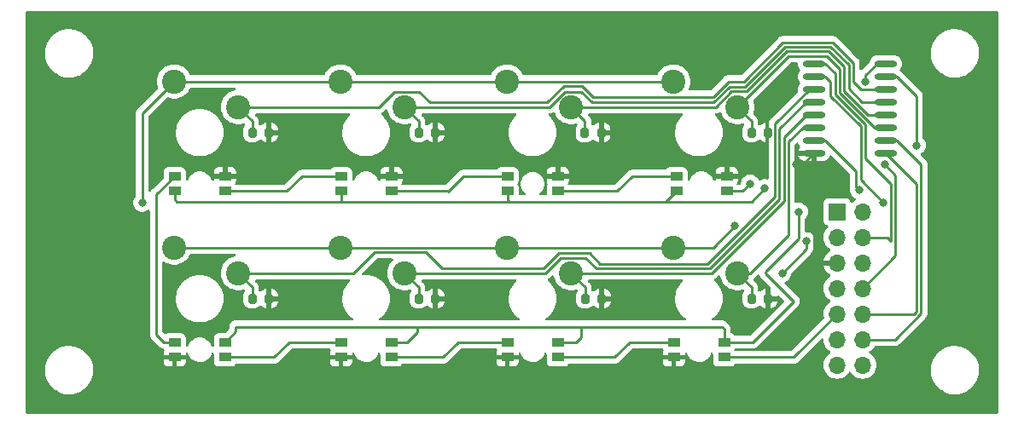
<source format=gtl>
%TF.GenerationSoftware,KiCad,Pcbnew,7.0.8*%
%TF.CreationDate,2023-10-22T18:36:15+02:00*%
%TF.ProjectId,Second test with RGB LEDs,5365636f-6e64-4207-9465-737420776974,rev?*%
%TF.SameCoordinates,Original*%
%TF.FileFunction,Copper,L1,Top*%
%TF.FilePolarity,Positive*%
%FSLAX46Y46*%
G04 Gerber Fmt 4.6, Leading zero omitted, Abs format (unit mm)*
G04 Created by KiCad (PCBNEW 7.0.8) date 2023-10-22 18:36:15*
%MOMM*%
%LPD*%
G01*
G04 APERTURE LIST*
G04 Aperture macros list*
%AMRoundRect*
0 Rectangle with rounded corners*
0 $1 Rounding radius*
0 $2 $3 $4 $5 $6 $7 $8 $9 X,Y pos of 4 corners*
0 Add a 4 corners polygon primitive as box body*
4,1,4,$2,$3,$4,$5,$6,$7,$8,$9,$2,$3,0*
0 Add four circle primitives for the rounded corners*
1,1,$1+$1,$2,$3*
1,1,$1+$1,$4,$5*
1,1,$1+$1,$6,$7*
1,1,$1+$1,$8,$9*
0 Add four rect primitives between the rounded corners*
20,1,$1+$1,$2,$3,$4,$5,0*
20,1,$1+$1,$4,$5,$6,$7,0*
20,1,$1+$1,$6,$7,$8,$9,0*
20,1,$1+$1,$8,$9,$2,$3,0*%
G04 Aperture macros list end*
%TA.AperFunction,ComponentPad*%
%ADD10C,2.400000*%
%TD*%
%TA.AperFunction,SMDPad,CuDef*%
%ADD11R,1.200000X0.819990*%
%TD*%
%TA.AperFunction,ComponentPad*%
%ADD12R,1.700000X1.700000*%
%TD*%
%TA.AperFunction,ComponentPad*%
%ADD13O,1.700000X1.700000*%
%TD*%
%TA.AperFunction,SMDPad,CuDef*%
%ADD14RoundRect,0.200000X0.200000X0.275000X-0.200000X0.275000X-0.200000X-0.275000X0.200000X-0.275000X0*%
%TD*%
%TA.AperFunction,SMDPad,CuDef*%
%ADD15RoundRect,0.200000X-0.200000X-0.275000X0.200000X-0.275000X0.200000X0.275000X-0.200000X0.275000X0*%
%TD*%
%TA.AperFunction,SMDPad,CuDef*%
%ADD16O,2.231013X0.602007*%
%TD*%
%TA.AperFunction,ViaPad*%
%ADD17C,0.800000*%
%TD*%
%TA.AperFunction,Conductor*%
%ADD18C,0.250000*%
%TD*%
G04 APERTURE END LIST*
D10*
%TO.P,KEY4,1,1*%
%TO.N,Net-(U1-D)*%
X130810000Y-49530000D03*
%TO.P,KEY4,2,2*%
%TO.N,+3V3*%
X124459988Y-46989994D03*
%TD*%
%TO.P,KEY1,1,1*%
%TO.N,Net-(U1-A)*%
X180340007Y-49529995D03*
%TO.P,KEY1,2,2*%
%TO.N,+3V3*%
X173989995Y-46989989D03*
%TD*%
%TO.P,KEY8,1,1*%
%TO.N,Net-(U1-H)*%
X180340000Y-66040000D03*
%TO.P,KEY8,2,2*%
%TO.N,+3V3*%
X173989988Y-63499994D03*
%TD*%
%TO.P,KEY3,1,1*%
%TO.N,Net-(U1-C)*%
X147320007Y-49529995D03*
%TO.P,KEY3,2,2*%
%TO.N,+3V3*%
X140969995Y-46989989D03*
%TD*%
%TO.P,KEY7,1,1*%
%TO.N,Net-(U1-G)*%
X163830000Y-66040000D03*
%TO.P,KEY7,2,2*%
%TO.N,+3V3*%
X157479988Y-63499994D03*
%TD*%
%TO.P,KEY5,1,1*%
%TO.N,Net-(U1-E)*%
X130810000Y-66040000D03*
%TO.P,KEY5,2,2*%
%TO.N,+3V3*%
X124459988Y-63499994D03*
%TD*%
%TO.P,KEY2,1,1*%
%TO.N,Net-(U1-B)*%
X163830008Y-49529996D03*
%TO.P,KEY2,2,2*%
%TO.N,+3V3*%
X157479996Y-46989990D03*
%TD*%
%TO.P,KEY6,1,1*%
%TO.N,Net-(U1-F)*%
X147320000Y-66040000D03*
%TO.P,KEY6,2,2*%
%TO.N,+3V3*%
X140969988Y-63499994D03*
%TD*%
D11*
%TO.P,D2,1,VDD*%
%TO.N,+5V*%
X157520000Y-57900064D03*
%TO.P,D2,2,DOUT*%
%TO.N,Net-(D2-DOUT)*%
X157520000Y-56399936D03*
%TO.P,D2,3,GND*%
%TO.N,GND*%
X162520000Y-56399936D03*
%TO.P,D2,4,DIN*%
%TO.N,Net-(D1-DOUT)*%
X162520000Y-57900064D03*
%TD*%
%TO.P,D3,1,VDD*%
%TO.N,+5V*%
X141010000Y-57900064D03*
%TO.P,D3,2,DOUT*%
%TO.N,Net-(D3-DOUT)*%
X141010000Y-56399936D03*
%TO.P,D3,3,GND*%
%TO.N,GND*%
X146010000Y-56399936D03*
%TO.P,D3,4,DIN*%
%TO.N,Net-(D2-DOUT)*%
X146010000Y-57900064D03*
%TD*%
%TO.P,D5,1,VDD*%
%TO.N,+5V*%
X129500000Y-72909936D03*
%TO.P,D5,2,DOUT*%
%TO.N,Net-(D5-DOUT)*%
X129500000Y-74410064D03*
%TO.P,D5,3,GND*%
%TO.N,GND*%
X124500000Y-74410064D03*
%TO.P,D5,4,DIN*%
%TO.N,Net-(D4-DOUT)*%
X124500000Y-72909936D03*
%TD*%
%TO.P,D1,1,VDD*%
%TO.N,+5V*%
X174284000Y-57900064D03*
%TO.P,D1,2,DOUT*%
%TO.N,Net-(D1-DOUT)*%
X174284000Y-56399936D03*
%TO.P,D1,3,GND*%
%TO.N,GND*%
X179284000Y-56399936D03*
%TO.P,D1,4,DIN*%
%TO.N,Net-(D1-DIN)*%
X179284000Y-57900064D03*
%TD*%
%TO.P,D6,1,VDD*%
%TO.N,+5V*%
X146010000Y-72909936D03*
%TO.P,D6,2,DOUT*%
%TO.N,Net-(D6-DOUT)*%
X146010000Y-74410064D03*
%TO.P,D6,3,GND*%
%TO.N,GND*%
X141010000Y-74410064D03*
%TO.P,D6,4,DIN*%
%TO.N,Net-(D5-DOUT)*%
X141010000Y-72909936D03*
%TD*%
%TO.P,D4,1,VDD*%
%TO.N,+5V*%
X124500000Y-57900064D03*
%TO.P,D4,2,DOUT*%
%TO.N,Net-(D4-DOUT)*%
X124500000Y-56399936D03*
%TO.P,D4,3,GND*%
%TO.N,GND*%
X129500000Y-56399936D03*
%TO.P,D4,4,DIN*%
%TO.N,Net-(D3-DOUT)*%
X129500000Y-57900064D03*
%TD*%
%TO.P,D7,1,VDD*%
%TO.N,+5V*%
X162520000Y-72909936D03*
%TO.P,D7,2,DOUT*%
%TO.N,Net-(D7-DOUT)*%
X162520000Y-74410064D03*
%TO.P,D7,3,GND*%
%TO.N,GND*%
X157520000Y-74410064D03*
%TO.P,D7,4,DIN*%
%TO.N,Net-(D6-DOUT)*%
X157520000Y-72909936D03*
%TD*%
%TO.P,D8,1,VDD*%
%TO.N,+5V*%
X179030000Y-72909936D03*
%TO.P,D8,2,DOUT*%
%TO.N,Net-(D8-DOUT)*%
X179030000Y-74410064D03*
%TO.P,D8,3,GND*%
%TO.N,GND*%
X174030000Y-74410064D03*
%TO.P,D8,4,DIN*%
%TO.N,Net-(D7-DOUT)*%
X174030000Y-72909936D03*
%TD*%
D12*
%TO.P,J1,1,Pin_1*%
%TO.N,+5V*%
X190241000Y-59944000D03*
D13*
%TO.P,J1,2,Pin_2*%
%TO.N,Net-(J1-Pin_2)*%
X192781000Y-59944000D03*
%TO.P,J1,3,Pin_3*%
%TO.N,+3V3*%
X190241000Y-62484000D03*
%TO.P,J1,4,Pin_4*%
%TO.N,Net-(J1-Pin_4)*%
X192781000Y-62484000D03*
%TO.P,J1,5,Pin_5*%
%TO.N,GND*%
X190241000Y-65024000D03*
%TO.P,J1,6,Pin_6*%
%TO.N,Net-(J1-Pin_6)*%
X192781000Y-65024000D03*
%TO.P,J1,7,Pin_7*%
%TO.N,Net-(D1-DIN)*%
X190241000Y-67564000D03*
%TO.P,J1,8,Pin_8*%
%TO.N,Net-(J1-Pin_8)*%
X192781000Y-67564000D03*
%TO.P,J1,9,Pin_9*%
%TO.N,Net-(D8-DOUT)*%
X190241000Y-70104000D03*
%TO.P,J1,10,Pin_10*%
%TO.N,Net-(J1-Pin_10)*%
X192781000Y-70104000D03*
%TO.P,J1,11,Pin_11*%
%TO.N,unconnected-(J1-Pin_11-Pad11)*%
X190241000Y-72644000D03*
%TO.P,J1,12,Pin_12*%
%TO.N,Net-(J1-Pin_12)*%
X192781000Y-72644000D03*
%TO.P,J1,13,Pin_13*%
%TO.N,unconnected-(J1-Pin_13-Pad13)*%
X190241000Y-75184000D03*
%TO.P,J1,14,Pin_14*%
%TO.N,unconnected-(J1-Pin_14-Pad14)*%
X192781000Y-75184000D03*
%TD*%
D14*
%TO.P,R2,1*%
%TO.N,GND*%
X183385000Y-68580000D03*
%TO.P,R2,2*%
%TO.N,Net-(U1-H)*%
X181735000Y-68580000D03*
%TD*%
D15*
%TO.P,R3,1*%
%TO.N,Net-(U1-B)*%
X165200000Y-52070000D03*
%TO.P,R3,2*%
%TO.N,GND*%
X166850000Y-52070000D03*
%TD*%
D14*
%TO.P,R8,1*%
%TO.N,GND*%
X133855000Y-68580000D03*
%TO.P,R8,2*%
%TO.N,Net-(U1-E)*%
X132205000Y-68580000D03*
%TD*%
D15*
%TO.P,R7,1*%
%TO.N,Net-(U1-D)*%
X132205000Y-52070000D03*
%TO.P,R7,2*%
%TO.N,GND*%
X133855000Y-52070000D03*
%TD*%
%TO.P,R5,1*%
%TO.N,Net-(U1-C)*%
X148715000Y-52070000D03*
%TO.P,R5,2*%
%TO.N,GND*%
X150365000Y-52070000D03*
%TD*%
D14*
%TO.P,R6,1*%
%TO.N,GND*%
X150365000Y-68580000D03*
%TO.P,R6,2*%
%TO.N,Net-(U1-F)*%
X148715000Y-68580000D03*
%TD*%
D15*
%TO.P,R1,1*%
%TO.N,Net-(U1-A)*%
X181735000Y-52070000D03*
%TO.P,R1,2*%
%TO.N,GND*%
X183385000Y-52070000D03*
%TD*%
D14*
%TO.P,R4,1*%
%TO.N,GND*%
X166875000Y-68580000D03*
%TO.P,R4,2*%
%TO.N,Net-(U1-G)*%
X165225000Y-68580000D03*
%TD*%
D16*
%TO.P,U1,1,SH/LD#*%
%TO.N,Net-(J1-Pin_4)*%
X187941190Y-45212000D03*
%TO.P,U1,2,CLK*%
%TO.N,Net-(J1-Pin_6)*%
X187941190Y-46482003D03*
%TO.P,U1,3,E*%
%TO.N,Net-(U1-E)*%
X187941190Y-47752005D03*
%TO.P,U1,4,F*%
%TO.N,Net-(U1-F)*%
X187941190Y-49022008D03*
%TO.P,U1,5,G*%
%TO.N,Net-(U1-G)*%
X187941190Y-50292010D03*
%TO.P,U1,6,H*%
%TO.N,Net-(U1-H)*%
X187941190Y-51562013D03*
%TO.P,U1,7,QH#*%
%TO.N,Net-(J1-Pin_8)*%
X187941190Y-52832015D03*
%TO.P,U1,8,GND*%
%TO.N,GND*%
X187941190Y-54102018D03*
%TO.P,U1,9,QH*%
%TO.N,Net-(J1-Pin_10)*%
X195072000Y-54102018D03*
%TO.P,U1,10,SER*%
%TO.N,Net-(J1-Pin_12)*%
X195072000Y-52832015D03*
%TO.P,U1,11,A*%
%TO.N,Net-(U1-A)*%
X195072000Y-51562013D03*
%TO.P,U1,12,B*%
%TO.N,Net-(U1-B)*%
X195072000Y-50292010D03*
%TO.P,U1,13,C*%
%TO.N,Net-(U1-C)*%
X195072000Y-49022008D03*
%TO.P,U1,14,D*%
%TO.N,Net-(U1-D)*%
X195072000Y-47752005D03*
%TO.P,U1,15,CLK/INH*%
%TO.N,Net-(J1-Pin_2)*%
X195072000Y-46482003D03*
%TO.P,U1,16,VCC*%
%TO.N,+3V3*%
X195072000Y-45212000D03*
%TD*%
D17*
%TO.N,+5V*%
X186436000Y-59944000D03*
%TO.N,GND*%
X186144500Y-55245000D03*
X182880000Y-53975000D03*
X150114000Y-77978000D03*
X155194000Y-67564000D03*
X137414000Y-68326000D03*
%TO.N,Net-(D1-DIN)*%
X181610000Y-57150000D03*
%TO.N,+5V*%
X183074799Y-57590201D03*
%TO.N,Net-(J1-Pin_2)*%
X198120000Y-53340000D03*
%TO.N,+3V3*%
X187216690Y-62865000D03*
X184785000Y-66040000D03*
X121285000Y-59055000D03*
X193040000Y-46990000D03*
X180105201Y-61360201D03*
%TO.N,Net-(J1-Pin_6)*%
X194855500Y-59055000D03*
%TO.N,Net-(J1-Pin_8)*%
X194945000Y-55245000D03*
X192405000Y-57785000D03*
%TD*%
D18*
%TO.N,+5V*%
X183134000Y-66040000D02*
X183134000Y-65922385D01*
X183134000Y-65922385D02*
X186436000Y-62620385D01*
X185928000Y-68834000D02*
X183134000Y-66040000D01*
X186436000Y-62620385D02*
X186436000Y-59944000D01*
X181852064Y-72909936D02*
X185928000Y-68834000D01*
X179030000Y-72909936D02*
X181852064Y-72909936D01*
X164846000Y-72390000D02*
X164846000Y-71374000D01*
X178816000Y-71374000D02*
X164846000Y-71374000D01*
X164846000Y-71374000D02*
X148590000Y-71374000D01*
X164326064Y-72909936D02*
X164846000Y-72390000D01*
X162520000Y-72909936D02*
X164326064Y-72909936D01*
X148590000Y-71882000D02*
X148590000Y-71374000D01*
X146010000Y-72909936D02*
X147562064Y-72909936D01*
X148590000Y-71374000D02*
X130556000Y-71374000D01*
X147562064Y-72909936D02*
X148590000Y-71882000D01*
X130556000Y-71853936D02*
X129500000Y-72909936D01*
X179030000Y-71588000D02*
X178816000Y-71374000D01*
X130556000Y-71374000D02*
X130556000Y-71853936D01*
X179030000Y-72909936D02*
X179030000Y-71588000D01*
%TO.N,Net-(D8-DOUT)*%
X185934936Y-74410064D02*
X190241000Y-70104000D01*
X179030000Y-74410064D02*
X185934936Y-74410064D01*
%TO.N,Net-(D7-DOUT)*%
X169660064Y-72909936D02*
X174030000Y-72909936D01*
X168159936Y-74410064D02*
X169660064Y-72909936D01*
X162520000Y-74410064D02*
X168159936Y-74410064D01*
%TO.N,Net-(D6-DOUT)*%
X152642064Y-72909936D02*
X157520000Y-72909936D01*
X151141936Y-74410064D02*
X152642064Y-72909936D01*
X146010000Y-74410064D02*
X151141936Y-74410064D01*
%TO.N,Net-(D5-DOUT)*%
X135890000Y-72898000D02*
X135901936Y-72909936D01*
X134377936Y-74410064D02*
X135890000Y-72898000D01*
X129500000Y-74410064D02*
X134377936Y-74410064D01*
X135901936Y-72909936D02*
X141010000Y-72909936D01*
%TO.N,+5V*%
X181737000Y-58928000D02*
X183074799Y-57590201D01*
X173256064Y-58928000D02*
X181737000Y-58928000D01*
X141010000Y-58888000D02*
X140970000Y-58928000D01*
X141010000Y-57900064D02*
X141010000Y-58888000D01*
X140970000Y-58928000D02*
X157734000Y-58928000D01*
X124714000Y-58928000D02*
X140970000Y-58928000D01*
X157520000Y-58714000D02*
X157734000Y-58928000D01*
X157520000Y-57900064D02*
X157520000Y-58714000D01*
X157734000Y-58928000D02*
X173256064Y-58928000D01*
X173256064Y-58928000D02*
X174284000Y-57900064D01*
X124500000Y-57900064D02*
X124500000Y-58714000D01*
X124500000Y-58714000D02*
X124714000Y-58928000D01*
%TO.N,Net-(D4-DOUT)*%
X122682000Y-58217936D02*
X122682000Y-72136000D01*
X124500000Y-56399936D02*
X122682000Y-58217936D01*
X122682000Y-72136000D02*
X123455936Y-72909936D01*
X123455936Y-72909936D02*
X124500000Y-72909936D01*
%TO.N,Net-(D3-DOUT)*%
X137148064Y-56399936D02*
X135647936Y-57900064D01*
X135647936Y-57900064D02*
X129500000Y-57900064D01*
X141010000Y-56399936D02*
X137148064Y-56399936D01*
%TO.N,Net-(D2-DOUT)*%
X151626064Y-57900064D02*
X146010000Y-57900064D01*
X151638000Y-57912000D02*
X151626064Y-57900064D01*
X153150064Y-56399936D02*
X151638000Y-57912000D01*
X157520000Y-56399936D02*
X153150064Y-56399936D01*
%TO.N,Net-(D1-DOUT)*%
X169914064Y-56399936D02*
X168413936Y-57900064D01*
X174284000Y-56399936D02*
X169914064Y-56399936D01*
X168413936Y-57900064D02*
X162520000Y-57900064D01*
%TO.N,Net-(D1-DIN)*%
X181610000Y-57150000D02*
X180859936Y-57900064D01*
X180859936Y-57900064D02*
X179284000Y-57900064D01*
%TO.N,GND*%
X186798208Y-55245000D02*
X187941190Y-54102018D01*
X187941190Y-54102018D02*
X187941190Y-64751190D01*
X188214000Y-65024000D02*
X190241000Y-65024000D01*
X186144500Y-55245000D02*
X186798208Y-55245000D01*
X187941190Y-64751190D02*
X188214000Y-65024000D01*
%TO.N,Net-(J1-Pin_2)*%
X198120000Y-48418355D02*
X198120000Y-53340000D01*
X196183648Y-46482003D02*
X198120000Y-48418355D01*
X195072000Y-46482003D02*
X196183648Y-46482003D01*
%TO.N,+3V3*%
X177965408Y-63499994D02*
X180105201Y-61360201D01*
X157479988Y-63499994D02*
X140969988Y-63499994D01*
X121285000Y-58420000D02*
X121285000Y-59055000D01*
X124459988Y-46989994D02*
X121285000Y-50164982D01*
X173989988Y-63499994D02*
X157479988Y-63499994D01*
X184785000Y-66040000D02*
X187216690Y-63608310D01*
X195072000Y-45212000D02*
X194183000Y-45212000D01*
X173989988Y-63499994D02*
X177965408Y-63499994D01*
X124459993Y-46989989D02*
X124459988Y-46989994D01*
X121285000Y-50164982D02*
X121285000Y-58420000D01*
X194183000Y-45212000D02*
X193040000Y-46355000D01*
X187216690Y-63608310D02*
X187216690Y-62865000D01*
X173989995Y-46989989D02*
X157479996Y-46989990D01*
X157479996Y-46989990D02*
X140969995Y-46989989D01*
X140969995Y-46989989D02*
X124459993Y-46989989D01*
X193040000Y-46355000D02*
X193040000Y-46990000D01*
X140969988Y-63499994D02*
X124459988Y-63499994D01*
%TO.N,Net-(J1-Pin_4)*%
X187941190Y-45212000D02*
X189052838Y-45212000D01*
X193040000Y-54610000D02*
X195580000Y-57150000D01*
X195580000Y-57150000D02*
X195580000Y-62865000D01*
X190050000Y-46209162D02*
X190050000Y-48288057D01*
X190050000Y-48288057D02*
X193040000Y-51278057D01*
X193040000Y-51278057D02*
X193040000Y-54610000D01*
X195199000Y-62484000D02*
X192781000Y-62484000D01*
X189052838Y-45212000D02*
X190050000Y-46209162D01*
X195580000Y-62865000D02*
X195199000Y-62484000D01*
%TO.N,Net-(J1-Pin_6)*%
X192590000Y-56789500D02*
X194855500Y-59055000D01*
X189600000Y-47029165D02*
X189600000Y-48474453D01*
X192590000Y-51464453D02*
X192590000Y-56789500D01*
X189052838Y-46482003D02*
X189600000Y-47029165D01*
X189600000Y-48474453D02*
X192590000Y-51464453D01*
X187941190Y-46482003D02*
X189052838Y-46482003D01*
%TO.N,Net-(J1-Pin_8)*%
X192140000Y-55919177D02*
X192140000Y-57520000D01*
X189052838Y-52832015D02*
X192140000Y-55919177D01*
X196030000Y-64315000D02*
X192781000Y-67564000D01*
X187941190Y-52832015D02*
X189052838Y-52832015D01*
X196030000Y-56330000D02*
X196030000Y-64315000D01*
X194945000Y-55245000D02*
X196030000Y-56330000D01*
X192140000Y-57520000D02*
X192405000Y-57785000D01*
%TO.N,Net-(J1-Pin_10)*%
X198120000Y-69850000D02*
X197866000Y-70104000D01*
X195072000Y-54102018D02*
X198120000Y-57150018D01*
X198120000Y-57150018D02*
X198120000Y-69850000D01*
X197866000Y-70104000D02*
X192781000Y-70104000D01*
%TO.N,Net-(J1-Pin_12)*%
X198570000Y-55218367D02*
X198570000Y-70036396D01*
X198570000Y-70036396D02*
X195962396Y-72644000D01*
X196183648Y-52832015D02*
X198570000Y-55218367D01*
X195072000Y-52832015D02*
X196183648Y-52832015D01*
X195962396Y-72644000D02*
X192781000Y-72644000D01*
%TO.N,Net-(U1-A)*%
X185420002Y-44450000D02*
X189230000Y-44450000D01*
X181735000Y-50924988D02*
X181735000Y-52070000D01*
X180340007Y-49529995D02*
X185420002Y-44450000D01*
X193960352Y-51562013D02*
X195072000Y-51562013D01*
X180340007Y-49529995D02*
X181735000Y-50924988D01*
X190500000Y-45720000D02*
X190500000Y-48101661D01*
X190500000Y-48101661D02*
X193960352Y-51562013D01*
X189230000Y-44450000D02*
X190500000Y-45720000D01*
%TO.N,Net-(U1-H)*%
X186829542Y-51562013D02*
X187941190Y-51562013D01*
X181610000Y-66040000D02*
X185420000Y-62230000D01*
X185420000Y-62230000D02*
X185420000Y-52971555D01*
X181735000Y-67435000D02*
X181735000Y-68580000D01*
X185420000Y-52971555D02*
X186829542Y-51562013D01*
X180340000Y-66040000D02*
X181610000Y-66040000D01*
X180340000Y-66040000D02*
X181735000Y-67435000D01*
%TO.N,Net-(U1-B)*%
X163830008Y-49529996D02*
X165200000Y-50899988D01*
X178185141Y-49529996D02*
X163830008Y-49529996D01*
X190950000Y-47915265D02*
X190950000Y-45535000D01*
X195072000Y-50292010D02*
X193326745Y-50292010D01*
X190950000Y-45535000D02*
X189415000Y-44000000D01*
X185233606Y-44000000D02*
X181291803Y-47941803D01*
X165200000Y-50899988D02*
X165200000Y-52070000D01*
X189415000Y-44000000D02*
X185233606Y-44000000D01*
X181291803Y-47941803D02*
X179773334Y-47941803D01*
X179773334Y-47941803D02*
X178185141Y-49529996D01*
X193326745Y-50292010D02*
X190950000Y-47915265D01*
%TO.N,Net-(U1-G)*%
X184970000Y-58870000D02*
X184970000Y-52520000D01*
X187197990Y-50292010D02*
X187941190Y-50292010D01*
X177800000Y-66040000D02*
X184970000Y-58870000D01*
X165225000Y-67435000D02*
X165225000Y-68580000D01*
X163830000Y-66040000D02*
X165225000Y-67435000D01*
X163830000Y-66040000D02*
X177800000Y-66040000D01*
X184970000Y-52520000D02*
X187197990Y-50292010D01*
%TO.N,Net-(U1-F)*%
X187197992Y-49022008D02*
X187941190Y-49022008D01*
X161290000Y-66040000D02*
X162809881Y-64520119D01*
X166370000Y-65590000D02*
X177613604Y-65590000D01*
X162809881Y-64520119D02*
X165300119Y-64520119D01*
X177613604Y-65590000D02*
X184520000Y-58683604D01*
X147320000Y-66040000D02*
X148715000Y-67435000D01*
X147320000Y-66040000D02*
X161290000Y-66040000D01*
X165300119Y-64520119D02*
X166370000Y-65590000D01*
X184520000Y-51700000D02*
X187197992Y-49022008D01*
X184520000Y-58683604D02*
X184520000Y-51700000D01*
X148715000Y-67435000D02*
X148715000Y-68580000D01*
%TO.N,Net-(U1-C)*%
X189600000Y-43550000D02*
X191400000Y-45350000D01*
X191400000Y-47728869D02*
X192693139Y-49022008D01*
X163195024Y-48010115D02*
X164850115Y-48010115D01*
X192693139Y-49022008D02*
X195072000Y-49022008D01*
X179586938Y-47491803D02*
X181105407Y-47491803D01*
X181105407Y-47491803D02*
X185047210Y-43550000D01*
X191400000Y-45350000D02*
X191400000Y-47728869D01*
X177998745Y-49079996D02*
X179586938Y-47491803D01*
X164850115Y-48010115D02*
X165919996Y-49079996D01*
X161675144Y-49529995D02*
X163195024Y-48010115D01*
X147320007Y-49529995D02*
X148715000Y-50924988D01*
X165919996Y-49079996D02*
X177998745Y-49079996D01*
X185047210Y-43550000D02*
X189600000Y-43550000D01*
X148715000Y-50924988D02*
X148715000Y-52070000D01*
X147320007Y-49529995D02*
X161675144Y-49529995D01*
%TO.N,Net-(U1-E)*%
X162623485Y-64070119D02*
X165670119Y-64070119D01*
X142240000Y-66040000D02*
X144330006Y-63949994D01*
X184070000Y-58420000D02*
X184070000Y-51193847D01*
X144330006Y-63949994D02*
X149410006Y-63949994D01*
X165670119Y-64070119D02*
X166740000Y-65140000D01*
X166740000Y-65140000D02*
X177350000Y-65140000D01*
X149410006Y-63949994D02*
X151050012Y-65590000D01*
X130810000Y-66040000D02*
X142240000Y-66040000D01*
X177350000Y-65140000D02*
X184070000Y-58420000D01*
X184070000Y-51193847D02*
X187511842Y-47752005D01*
X161103604Y-65590000D02*
X162623485Y-64070119D01*
X187511842Y-47752005D02*
X187941190Y-47752005D01*
X151050012Y-65590000D02*
X161103604Y-65590000D01*
X130810000Y-66040000D02*
X132205000Y-67435000D01*
X132205000Y-67435000D02*
X132205000Y-68580000D01*
%TO.N,Net-(U1-D)*%
X184860814Y-43100000D02*
X189786396Y-43100000D01*
X161488748Y-49079995D02*
X163128753Y-47439990D01*
X132205000Y-50925000D02*
X132205000Y-52070000D01*
X191850000Y-45163604D02*
X191850000Y-46990000D01*
X146299886Y-48010114D02*
X148790119Y-48010114D01*
X192612005Y-47752005D02*
X195072000Y-47752005D01*
X130810000Y-49530000D02*
X144780000Y-49530000D01*
X177932475Y-48509870D02*
X179452345Y-46990000D01*
X163128753Y-47439990D02*
X164916386Y-47439990D01*
X164916386Y-47439990D02*
X165986266Y-48509870D01*
X144780000Y-49530000D02*
X146299886Y-48010114D01*
X149860000Y-49079995D02*
X161488748Y-49079995D01*
X191850000Y-46990000D02*
X192612005Y-47752005D01*
X180970814Y-46990000D02*
X184860814Y-43100000D01*
X130810000Y-49530000D02*
X132205000Y-50925000D01*
X179452345Y-46990000D02*
X180970814Y-46990000D01*
X148790119Y-48010114D02*
X149860000Y-49079995D01*
X189786396Y-43100000D02*
X191850000Y-45163604D01*
X165986266Y-48509870D02*
X177932475Y-48509870D01*
%TD*%
%TA.AperFunction,Conductor*%
%TO.N,GND*%
G36*
X186312187Y-53066471D02*
G01*
X186368120Y-53108343D01*
X186385895Y-53141699D01*
X186399988Y-53181976D01*
X186496081Y-53334906D01*
X186540864Y-53379689D01*
X186574349Y-53441012D01*
X186569365Y-53510704D01*
X186540865Y-53555050D01*
X186496475Y-53599440D01*
X186400441Y-53752277D01*
X186365541Y-53852017D01*
X186365541Y-53852018D01*
X188067190Y-53852018D01*
X188134229Y-53871703D01*
X188179984Y-53924507D01*
X188191190Y-53976018D01*
X188191190Y-54903021D01*
X188800676Y-54903021D01*
X188800679Y-54903020D01*
X188935055Y-54887880D01*
X189105435Y-54828262D01*
X189258270Y-54732229D01*
X189385904Y-54604595D01*
X189481937Y-54451760D01*
X189496092Y-54411309D01*
X189536814Y-54354532D01*
X189601767Y-54328785D01*
X189670328Y-54342241D01*
X189700815Y-54364582D01*
X191478181Y-56141948D01*
X191511666Y-56203271D01*
X191514500Y-56229629D01*
X191514500Y-57437255D01*
X191512775Y-57452872D01*
X191513061Y-57452899D01*
X191512326Y-57460665D01*
X191514500Y-57529814D01*
X191514500Y-57559343D01*
X191514501Y-57559360D01*
X191515368Y-57566231D01*
X191515826Y-57572050D01*
X191517096Y-57612455D01*
X191516787Y-57620894D01*
X191501298Y-57768270D01*
X191499540Y-57785000D01*
X191519326Y-57973256D01*
X191519327Y-57973259D01*
X191577818Y-58153277D01*
X191577821Y-58153284D01*
X191672467Y-58317216D01*
X191731155Y-58382395D01*
X191799129Y-58457888D01*
X191952265Y-58569148D01*
X191952267Y-58569149D01*
X191952270Y-58569151D01*
X192008955Y-58594389D01*
X192019612Y-58599134D01*
X192072848Y-58644385D01*
X192093169Y-58711234D01*
X192074123Y-58778458D01*
X192040299Y-58813988D01*
X191909597Y-58905505D01*
X191787673Y-59027430D01*
X191726350Y-59060914D01*
X191656658Y-59055930D01*
X191600725Y-59014058D01*
X191583810Y-58983081D01*
X191534797Y-58851671D01*
X191534793Y-58851664D01*
X191448547Y-58736455D01*
X191448544Y-58736452D01*
X191333335Y-58650206D01*
X191333328Y-58650202D01*
X191198482Y-58599908D01*
X191198483Y-58599908D01*
X191138883Y-58593501D01*
X191138881Y-58593500D01*
X191138873Y-58593500D01*
X191138864Y-58593500D01*
X189343129Y-58593500D01*
X189343123Y-58593501D01*
X189283516Y-58599908D01*
X189148671Y-58650202D01*
X189148664Y-58650206D01*
X189033455Y-58736452D01*
X189033452Y-58736455D01*
X188947206Y-58851664D01*
X188947202Y-58851671D01*
X188896908Y-58986517D01*
X188890501Y-59046116D01*
X188890500Y-59046135D01*
X188890500Y-60841870D01*
X188890501Y-60841876D01*
X188896908Y-60901483D01*
X188947202Y-61036328D01*
X188947206Y-61036335D01*
X189033452Y-61151544D01*
X189033455Y-61151547D01*
X189148664Y-61237793D01*
X189148671Y-61237797D01*
X189280081Y-61286810D01*
X189336015Y-61328681D01*
X189360432Y-61394145D01*
X189345580Y-61462418D01*
X189324430Y-61490673D01*
X189202503Y-61612600D01*
X189066965Y-61806169D01*
X189066964Y-61806171D01*
X188967098Y-62020335D01*
X188967094Y-62020344D01*
X188905938Y-62248586D01*
X188905936Y-62248596D01*
X188885341Y-62483999D01*
X188885341Y-62484000D01*
X188905936Y-62719403D01*
X188905938Y-62719413D01*
X188967094Y-62947655D01*
X188967096Y-62947659D01*
X188967097Y-62947663D01*
X189042563Y-63109500D01*
X189066965Y-63161830D01*
X189066967Y-63161834D01*
X189139616Y-63265586D01*
X189202505Y-63355401D01*
X189369599Y-63522495D01*
X189548684Y-63647892D01*
X189555594Y-63652730D01*
X189599219Y-63707307D01*
X189606413Y-63776805D01*
X189574890Y-63839160D01*
X189555595Y-63855880D01*
X189369922Y-63985890D01*
X189369920Y-63985891D01*
X189202891Y-64152920D01*
X189202886Y-64152926D01*
X189067400Y-64346420D01*
X189067399Y-64346422D01*
X188967570Y-64560507D01*
X188967567Y-64560513D01*
X188910364Y-64773999D01*
X188910364Y-64774000D01*
X189807314Y-64774000D01*
X189781507Y-64814156D01*
X189741000Y-64952111D01*
X189741000Y-65095889D01*
X189781507Y-65233844D01*
X189807314Y-65274000D01*
X188910364Y-65274000D01*
X188967567Y-65487486D01*
X188967570Y-65487492D01*
X189067399Y-65701578D01*
X189202894Y-65895082D01*
X189369917Y-66062105D01*
X189555595Y-66192119D01*
X189599219Y-66246696D01*
X189606412Y-66316195D01*
X189574890Y-66378549D01*
X189555595Y-66395269D01*
X189369594Y-66525508D01*
X189202505Y-66692597D01*
X189066965Y-66886169D01*
X189066964Y-66886171D01*
X188967098Y-67100335D01*
X188967094Y-67100344D01*
X188905938Y-67328586D01*
X188905936Y-67328596D01*
X188885341Y-67563999D01*
X188885341Y-67564000D01*
X188905936Y-67799403D01*
X188905938Y-67799413D01*
X188967094Y-68027655D01*
X188967096Y-68027659D01*
X188967097Y-68027663D01*
X189047004Y-68199023D01*
X189066965Y-68241830D01*
X189066967Y-68241834D01*
X189162173Y-68377801D01*
X189202501Y-68435396D01*
X189202506Y-68435402D01*
X189369597Y-68602493D01*
X189369603Y-68602498D01*
X189555158Y-68732425D01*
X189598783Y-68787002D01*
X189605977Y-68856500D01*
X189574454Y-68918855D01*
X189555158Y-68935575D01*
X189369597Y-69065505D01*
X189202505Y-69232597D01*
X189066965Y-69426169D01*
X189066964Y-69426171D01*
X188967098Y-69640335D01*
X188967094Y-69640344D01*
X188905938Y-69868586D01*
X188905936Y-69868596D01*
X188885341Y-70103999D01*
X188885341Y-70104000D01*
X188905936Y-70339403D01*
X188905938Y-70339413D01*
X188932856Y-70439872D01*
X188931193Y-70509722D01*
X188900762Y-70559646D01*
X185712164Y-73748245D01*
X185650841Y-73781730D01*
X185624483Y-73784564D01*
X181827934Y-73784564D01*
X181806955Y-73778403D01*
X181799411Y-73782302D01*
X181775832Y-73784564D01*
X180155948Y-73784564D01*
X180088909Y-73764879D01*
X180056748Y-73734964D01*
X180056325Y-73734400D01*
X180031849Y-73668958D01*
X180046639Y-73600671D01*
X180056325Y-73585600D01*
X180056748Y-73585036D01*
X180112719Y-73543215D01*
X180155948Y-73535436D01*
X181769321Y-73535436D01*
X181784941Y-73537160D01*
X181784968Y-73536875D01*
X181787506Y-73537115D01*
X181788643Y-73537569D01*
X181796369Y-73538422D01*
X181800342Y-73539310D01*
X181800086Y-73540454D01*
X181824038Y-73536625D01*
X181861878Y-73535436D01*
X181891414Y-73535436D01*
X181898292Y-73534566D01*
X181904105Y-73534108D01*
X181950691Y-73532645D01*
X181969933Y-73527053D01*
X181988976Y-73523110D01*
X182008856Y-73520600D01*
X182052186Y-73503443D01*
X182057710Y-73501553D01*
X182061460Y-73500463D01*
X182102454Y-73488554D01*
X182119693Y-73478358D01*
X182137167Y-73469798D01*
X182155791Y-73462424D01*
X182155791Y-73462423D01*
X182155796Y-73462422D01*
X182193513Y-73435018D01*
X182198369Y-73431828D01*
X182238484Y-73408106D01*
X182252653Y-73393935D01*
X182267443Y-73381304D01*
X182283651Y-73369530D01*
X182313363Y-73333612D01*
X182317276Y-73329312D01*
X186320199Y-69326390D01*
X186338182Y-69311514D01*
X186344938Y-69306924D01*
X186382918Y-69263842D01*
X186385558Y-69261032D01*
X186398120Y-69248471D01*
X186409012Y-69234427D01*
X186411465Y-69231463D01*
X186449450Y-69188378D01*
X186453157Y-69181100D01*
X186465663Y-69161394D01*
X186470673Y-69154936D01*
X186493475Y-69102241D01*
X186495132Y-69098721D01*
X186512056Y-69065506D01*
X186521198Y-69047565D01*
X186522979Y-69039593D01*
X186530192Y-69017395D01*
X186533438Y-69009896D01*
X186542423Y-68953154D01*
X186543144Y-68949377D01*
X186555673Y-68893333D01*
X186555416Y-68885164D01*
X186556883Y-68861867D01*
X186557733Y-68856500D01*
X186558160Y-68853804D01*
X186552756Y-68796652D01*
X186552513Y-68792780D01*
X186550710Y-68735373D01*
X186548427Y-68727516D01*
X186544055Y-68704597D01*
X186543287Y-68696467D01*
X186523838Y-68642444D01*
X186522635Y-68638740D01*
X186506619Y-68583613D01*
X186506619Y-68583612D01*
X186504486Y-68580005D01*
X186502458Y-68576576D01*
X186492521Y-68555458D01*
X186489754Y-68547772D01*
X186457478Y-68500279D01*
X186455393Y-68496994D01*
X186426171Y-68447582D01*
X186426170Y-68447580D01*
X186420397Y-68441807D01*
X186405521Y-68423826D01*
X186400924Y-68417062D01*
X186400920Y-68417058D01*
X186400919Y-68417057D01*
X186357844Y-68379082D01*
X186355020Y-68376430D01*
X185064325Y-67085734D01*
X185030840Y-67024411D01*
X185035824Y-66954719D01*
X185077696Y-66898786D01*
X185101570Y-66884774D01*
X185237730Y-66824151D01*
X185390871Y-66712888D01*
X185517533Y-66572216D01*
X185612179Y-66408284D01*
X185670674Y-66228256D01*
X185688321Y-66060344D01*
X185714904Y-65995734D01*
X185723951Y-65985638D01*
X187600478Y-64109111D01*
X187612732Y-64099296D01*
X187612549Y-64099074D01*
X187618556Y-64094102D01*
X187618567Y-64094096D01*
X187654427Y-64055909D01*
X187665917Y-64043674D01*
X187676361Y-64033228D01*
X187686810Y-64022781D01*
X187691069Y-64017288D01*
X187694842Y-64012871D01*
X187726752Y-63978892D01*
X187736405Y-63961330D01*
X187747079Y-63945080D01*
X187759363Y-63929246D01*
X187777870Y-63886477D01*
X187780439Y-63881234D01*
X187782643Y-63877223D01*
X187802887Y-63840402D01*
X187807867Y-63821001D01*
X187814168Y-63802598D01*
X187822128Y-63784206D01*
X187829420Y-63738159D01*
X187830601Y-63732462D01*
X187830848Y-63731500D01*
X187842190Y-63687329D01*
X187842190Y-63667293D01*
X187843717Y-63647892D01*
X187846850Y-63628114D01*
X187842465Y-63581725D01*
X187842190Y-63575887D01*
X187842190Y-63563687D01*
X187861875Y-63496648D01*
X187874040Y-63480715D01*
X187892581Y-63460122D01*
X187949223Y-63397216D01*
X188043869Y-63233284D01*
X188102364Y-63053256D01*
X188122150Y-62865000D01*
X188102364Y-62676744D01*
X188043869Y-62496716D01*
X187949223Y-62332784D01*
X187822561Y-62192112D01*
X187787670Y-62166762D01*
X187669424Y-62080851D01*
X187669419Y-62080848D01*
X187496497Y-62003857D01*
X187496492Y-62003855D01*
X187341488Y-61970909D01*
X187311336Y-61964500D01*
X187185500Y-61964500D01*
X187118461Y-61944815D01*
X187072706Y-61892011D01*
X187061500Y-61840500D01*
X187061500Y-60642687D01*
X187081185Y-60575648D01*
X187093350Y-60559715D01*
X187111891Y-60539122D01*
X187168533Y-60476216D01*
X187263179Y-60312284D01*
X187321674Y-60132256D01*
X187341460Y-59944000D01*
X187321674Y-59755744D01*
X187263179Y-59575716D01*
X187168533Y-59411784D01*
X187041871Y-59271112D01*
X187041870Y-59271111D01*
X186888734Y-59159851D01*
X186888729Y-59159848D01*
X186715807Y-59082857D01*
X186715802Y-59082855D01*
X186570001Y-59051865D01*
X186530646Y-59043500D01*
X186341354Y-59043500D01*
X186341352Y-59043500D01*
X186195280Y-59074548D01*
X186125613Y-59069232D01*
X186069880Y-59027094D01*
X186045775Y-58961514D01*
X186045500Y-58953258D01*
X186045500Y-54352018D01*
X186365541Y-54352018D01*
X186400441Y-54451758D01*
X186496475Y-54604595D01*
X186624109Y-54732229D01*
X186776944Y-54828262D01*
X186947324Y-54887880D01*
X187081700Y-54903020D01*
X187081704Y-54903021D01*
X187691190Y-54903021D01*
X187691190Y-54352018D01*
X186365541Y-54352018D01*
X186045500Y-54352018D01*
X186045500Y-53282006D01*
X186065185Y-53214967D01*
X186081815Y-53194329D01*
X186181173Y-53094971D01*
X186242495Y-53061487D01*
X186312187Y-53066471D01*
G37*
%TD.AperFunction*%
%TA.AperFunction,Conductor*%
G36*
X130514782Y-64145179D02*
G01*
X130560537Y-64197983D01*
X130570481Y-64267141D01*
X130541456Y-64330697D01*
X130482678Y-64368471D01*
X130466231Y-64372107D01*
X130430542Y-64377487D01*
X130430539Y-64377488D01*
X130430533Y-64377489D01*
X130186992Y-64452612D01*
X129957373Y-64563190D01*
X129957372Y-64563191D01*
X129746782Y-64706768D01*
X129559952Y-64880121D01*
X129559950Y-64880123D01*
X129401041Y-65079388D01*
X129273608Y-65300109D01*
X129180492Y-65537362D01*
X129180490Y-65537369D01*
X129123777Y-65785845D01*
X129104732Y-66039995D01*
X129104732Y-66040004D01*
X129123777Y-66294154D01*
X129179472Y-66538171D01*
X129180492Y-66542637D01*
X129273607Y-66779888D01*
X129401041Y-67000612D01*
X129559950Y-67199877D01*
X129746783Y-67373232D01*
X129957366Y-67516805D01*
X129957371Y-67516807D01*
X129957372Y-67516808D01*
X129957373Y-67516809D01*
X130044214Y-67558629D01*
X130186992Y-67627387D01*
X130186993Y-67627387D01*
X130186996Y-67627389D01*
X130430542Y-67702513D01*
X130682565Y-67740500D01*
X130937435Y-67740500D01*
X131189458Y-67702513D01*
X131329680Y-67659259D01*
X131399541Y-67658310D01*
X131458827Y-67695281D01*
X131488714Y-67758436D01*
X131479713Y-67827723D01*
X131453914Y-67865428D01*
X131449530Y-67869812D01*
X131449528Y-67869814D01*
X131449528Y-67869815D01*
X131443059Y-67880516D01*
X131361522Y-68015393D01*
X131310913Y-68177807D01*
X131308332Y-68206217D01*
X131304500Y-68248384D01*
X131304500Y-68911616D01*
X131306423Y-68932778D01*
X131310913Y-68982192D01*
X131310913Y-68982194D01*
X131310914Y-68982196D01*
X131361522Y-69144606D01*
X131443058Y-69279483D01*
X131449530Y-69290188D01*
X131569811Y-69410469D01*
X131569813Y-69410470D01*
X131569815Y-69410472D01*
X131715394Y-69498478D01*
X131877804Y-69549086D01*
X131948384Y-69555500D01*
X131948387Y-69555500D01*
X132461613Y-69555500D01*
X132461616Y-69555500D01*
X132532196Y-69549086D01*
X132694606Y-69498478D01*
X132840185Y-69410472D01*
X132942673Y-69307983D01*
X133003994Y-69274499D01*
X133073685Y-69279483D01*
X133118034Y-69307984D01*
X133220122Y-69410072D01*
X133365604Y-69498019D01*
X133365603Y-69498019D01*
X133527894Y-69548590D01*
X133527893Y-69548590D01*
X133598408Y-69554998D01*
X133598426Y-69554999D01*
X133604999Y-69554998D01*
X133605000Y-69554998D01*
X133605000Y-68830000D01*
X134105000Y-68830000D01*
X134105000Y-69554999D01*
X134111581Y-69554999D01*
X134182102Y-69548591D01*
X134182107Y-69548590D01*
X134344396Y-69498018D01*
X134489877Y-69410072D01*
X134610072Y-69289877D01*
X134698019Y-69144395D01*
X134748590Y-68982106D01*
X134755000Y-68911572D01*
X134755000Y-68830000D01*
X134105000Y-68830000D01*
X133605000Y-68830000D01*
X133605000Y-67605000D01*
X134105000Y-67605000D01*
X134105000Y-68330000D01*
X134754999Y-68330000D01*
X134754999Y-68248417D01*
X134748591Y-68177897D01*
X134748590Y-68177892D01*
X134698018Y-68015603D01*
X134610072Y-67870122D01*
X134489877Y-67749927D01*
X134344395Y-67661980D01*
X134344396Y-67661980D01*
X134182105Y-67611409D01*
X134182106Y-67611409D01*
X134111572Y-67605000D01*
X134105000Y-67605000D01*
X133605000Y-67605000D01*
X133604999Y-67604999D01*
X133598436Y-67605000D01*
X133598417Y-67605001D01*
X133527897Y-67611408D01*
X133527892Y-67611409D01*
X133365603Y-67661981D01*
X133220122Y-67749927D01*
X133220121Y-67749928D01*
X133118035Y-67852015D01*
X133056712Y-67885500D01*
X132987020Y-67880516D01*
X132942673Y-67852015D01*
X132866819Y-67776161D01*
X132833334Y-67714838D01*
X132830500Y-67688480D01*
X132830500Y-67517742D01*
X132832224Y-67502122D01*
X132831939Y-67502096D01*
X132832671Y-67494340D01*
X132832673Y-67494333D01*
X132830500Y-67425185D01*
X132830500Y-67395650D01*
X132829631Y-67388772D01*
X132829172Y-67382943D01*
X132827709Y-67336372D01*
X132822122Y-67317144D01*
X132818174Y-67298084D01*
X132815663Y-67278204D01*
X132798512Y-67234887D01*
X132796619Y-67229358D01*
X132783618Y-67184609D01*
X132783616Y-67184606D01*
X132773423Y-67167371D01*
X132764861Y-67149894D01*
X132757487Y-67131270D01*
X132757486Y-67131268D01*
X132730079Y-67093545D01*
X132726888Y-67088686D01*
X132725142Y-67085734D01*
X132703170Y-67048580D01*
X132703168Y-67048578D01*
X132703165Y-67048574D01*
X132689006Y-67034415D01*
X132676368Y-67019619D01*
X132664594Y-67003413D01*
X132661208Y-67000612D01*
X132628688Y-66973709D01*
X132624376Y-66969786D01*
X132531770Y-66877180D01*
X132498286Y-66815858D01*
X132503270Y-66746166D01*
X132545142Y-66690233D01*
X132610606Y-66665816D01*
X132619452Y-66665500D01*
X141798711Y-66665500D01*
X141865750Y-66685185D01*
X141911505Y-66737989D01*
X141921449Y-66807147D01*
X141892424Y-66870703D01*
X141880470Y-66882728D01*
X141844372Y-66914384D01*
X141641215Y-67146041D01*
X141641205Y-67146053D01*
X141470034Y-67402230D01*
X141470030Y-67402237D01*
X141333755Y-67678575D01*
X141333751Y-67678585D01*
X141234716Y-67970333D01*
X141234711Y-67970353D01*
X141179401Y-68248417D01*
X141174602Y-68272545D01*
X141154450Y-68580005D01*
X141174451Y-68885168D01*
X141174602Y-68887463D01*
X141174604Y-68887475D01*
X141234711Y-69189656D01*
X141234715Y-69189671D01*
X141333753Y-69481427D01*
X141333762Y-69481448D01*
X141470027Y-69757766D01*
X141470031Y-69757772D01*
X141470033Y-69757776D01*
X141641214Y-70013968D01*
X141641216Y-70013970D01*
X141844372Y-70245625D01*
X142008347Y-70389427D01*
X142076029Y-70448783D01*
X142110417Y-70471760D01*
X142184705Y-70521398D01*
X142229510Y-70575010D01*
X142238217Y-70644335D01*
X142208063Y-70707362D01*
X142148620Y-70744082D01*
X142115814Y-70748500D01*
X130626847Y-70748500D01*
X130603615Y-70746304D01*
X130595588Y-70744773D01*
X130595586Y-70744773D01*
X130586633Y-70745336D01*
X130538275Y-70748378D01*
X130534403Y-70748500D01*
X130516643Y-70748500D01*
X130499032Y-70750725D01*
X130495164Y-70751090D01*
X130463375Y-70753090D01*
X130437859Y-70754696D01*
X130430085Y-70757222D01*
X130407320Y-70762310D01*
X130399218Y-70763333D01*
X130399205Y-70763337D01*
X130345810Y-70784477D01*
X130342154Y-70785792D01*
X130292311Y-70801989D01*
X130287556Y-70803534D01*
X130280652Y-70807915D01*
X130259880Y-70818499D01*
X130252273Y-70821511D01*
X130252262Y-70821517D01*
X130205814Y-70855263D01*
X130202595Y-70857451D01*
X130154123Y-70888213D01*
X130154120Y-70888216D01*
X130148529Y-70894170D01*
X130131029Y-70909599D01*
X130124413Y-70914405D01*
X130124412Y-70914406D01*
X130087812Y-70958646D01*
X130085238Y-70961565D01*
X130045937Y-71003417D01*
X130045935Y-71003420D01*
X130041994Y-71010589D01*
X130028889Y-71029873D01*
X130023677Y-71036173D01*
X130023674Y-71036178D01*
X129999231Y-71088121D01*
X129997464Y-71091589D01*
X129969804Y-71141903D01*
X129969803Y-71141908D01*
X129967769Y-71149828D01*
X129959870Y-71171768D01*
X129956386Y-71179172D01*
X129956384Y-71179178D01*
X129945629Y-71235561D01*
X129944779Y-71239361D01*
X129930500Y-71294976D01*
X129930500Y-71303152D01*
X129928305Y-71326379D01*
X129926773Y-71334412D01*
X129930378Y-71391724D01*
X129930500Y-71395595D01*
X129930500Y-71543482D01*
X129910815Y-71610521D01*
X129894181Y-71631163D01*
X129562222Y-71963122D01*
X129500899Y-71996607D01*
X129474541Y-71999441D01*
X128852129Y-71999441D01*
X128852123Y-71999442D01*
X128792516Y-72005849D01*
X128657671Y-72056143D01*
X128657664Y-72056147D01*
X128542455Y-72142393D01*
X128542452Y-72142396D01*
X128456206Y-72257605D01*
X128456202Y-72257612D01*
X128405908Y-72392458D01*
X128399685Y-72450343D01*
X128399501Y-72452064D01*
X128399500Y-72452076D01*
X128399500Y-73244039D01*
X128379815Y-73311078D01*
X128327011Y-73356833D01*
X128257853Y-73366777D01*
X128194297Y-73337752D01*
X128156523Y-73278974D01*
X128155750Y-73276224D01*
X128146746Y-73242618D01*
X128125235Y-73196488D01*
X128106548Y-73156412D01*
X128104692Y-73151994D01*
X128097070Y-73131686D01*
X128097068Y-73131680D01*
X128089343Y-73118751D01*
X128086375Y-73113153D01*
X128056847Y-73049829D01*
X127998955Y-72967150D01*
X127996529Y-72963405D01*
X127985103Y-72944281D01*
X127984072Y-72943101D01*
X127976403Y-72934322D01*
X127972304Y-72929089D01*
X127934837Y-72875580D01*
X127934834Y-72875577D01*
X127859066Y-72799809D01*
X127856237Y-72796783D01*
X127849522Y-72789097D01*
X127841473Y-72779883D01*
X127832681Y-72772873D01*
X127827493Y-72768236D01*
X127784421Y-72725164D01*
X127691178Y-72659874D01*
X127688084Y-72657561D01*
X127670802Y-72643779D01*
X127670798Y-72643776D01*
X127662723Y-72639430D01*
X127656541Y-72635620D01*
X127610173Y-72603154D01*
X127500407Y-72551969D01*
X127497229Y-72550374D01*
X127478567Y-72540332D01*
X127478567Y-72540331D01*
X127471900Y-72538166D01*
X127464851Y-72535389D01*
X127417382Y-72513254D01*
X127417378Y-72513253D01*
X127417376Y-72513252D01*
X127292591Y-72479816D01*
X127289480Y-72478894D01*
X127270958Y-72472876D01*
X127270941Y-72472872D01*
X127266223Y-72472233D01*
X127258501Y-72470681D01*
X127211910Y-72458198D01*
X127211911Y-72458198D01*
X127074138Y-72446144D01*
X127071219Y-72445819D01*
X127063196Y-72444732D01*
X127054630Y-72443572D01*
X127054629Y-72443572D01*
X127054622Y-72443571D01*
X127052181Y-72443681D01*
X127043998Y-72443507D01*
X127000002Y-72439658D01*
X126999998Y-72439658D01*
X126850458Y-72452741D01*
X126836544Y-72453366D01*
X126836512Y-72453370D01*
X126836432Y-72453389D01*
X126828078Y-72454698D01*
X126794217Y-72457661D01*
X126788090Y-72458198D01*
X126788087Y-72458198D01*
X126788084Y-72458199D01*
X126631220Y-72500231D01*
X126623716Y-72501943D01*
X126620025Y-72503142D01*
X126616930Y-72504059D01*
X126582616Y-72513254D01*
X126389828Y-72603153D01*
X126389824Y-72603155D01*
X126215577Y-72725164D01*
X126065164Y-72875577D01*
X125943155Y-73049824D01*
X125943153Y-73049828D01*
X125853255Y-73242616D01*
X125853250Y-73242629D01*
X125844273Y-73276130D01*
X125807907Y-73335790D01*
X125745059Y-73366318D01*
X125675684Y-73358021D01*
X125621807Y-73313535D01*
X125600534Y-73246982D01*
X125600499Y-73244106D01*
X125600499Y-72452069D01*
X125595292Y-72403634D01*
X125594091Y-72392457D01*
X125543797Y-72257612D01*
X125543793Y-72257605D01*
X125457547Y-72142396D01*
X125457544Y-72142393D01*
X125342335Y-72056147D01*
X125342328Y-72056143D01*
X125207482Y-72005849D01*
X125207483Y-72005849D01*
X125147883Y-71999442D01*
X125147881Y-71999441D01*
X125147873Y-71999441D01*
X125147864Y-71999441D01*
X123852129Y-71999441D01*
X123852123Y-71999442D01*
X123792516Y-72005849D01*
X123657671Y-72056143D01*
X123657665Y-72056146D01*
X123645927Y-72064934D01*
X123580462Y-72089350D01*
X123512189Y-72074497D01*
X123483941Y-72053350D01*
X123343816Y-71913226D01*
X123310334Y-71851905D01*
X123307500Y-71825547D01*
X123307500Y-68580005D01*
X124644450Y-68580005D01*
X124664451Y-68885168D01*
X124664602Y-68887463D01*
X124664604Y-68887475D01*
X124724711Y-69189656D01*
X124724715Y-69189671D01*
X124823753Y-69481427D01*
X124823762Y-69481448D01*
X124960027Y-69757766D01*
X124960031Y-69757772D01*
X124960033Y-69757776D01*
X125131214Y-70013968D01*
X125131216Y-70013970D01*
X125334372Y-70245625D01*
X125498347Y-70389427D01*
X125566029Y-70448783D01*
X125822222Y-70619965D01*
X125822225Y-70619966D01*
X125822231Y-70619970D01*
X126098549Y-70756235D01*
X126098554Y-70756237D01*
X126098566Y-70756243D01*
X126390334Y-70855285D01*
X126692533Y-70915396D01*
X126923052Y-70930505D01*
X126923055Y-70930505D01*
X127076931Y-70930505D01*
X127076934Y-70930505D01*
X127307453Y-70915396D01*
X127609652Y-70855285D01*
X127901420Y-70756243D01*
X128177764Y-70619965D01*
X128433957Y-70448783D01*
X128665613Y-70245625D01*
X128868771Y-70013969D01*
X128871550Y-70009811D01*
X129039950Y-69757781D01*
X129039953Y-69757777D01*
X129176231Y-69481432D01*
X129177227Y-69478500D01*
X129275269Y-69189676D01*
X129275269Y-69189675D01*
X129275273Y-69189664D01*
X129335384Y-68887465D01*
X129355536Y-68580005D01*
X129335384Y-68272545D01*
X129275273Y-67970346D01*
X129176231Y-67678578D01*
X129176223Y-67678561D01*
X129039958Y-67402243D01*
X129039949Y-67402228D01*
X129027063Y-67382943D01*
X128868771Y-67146041D01*
X128762104Y-67024411D01*
X128665613Y-66914384D01*
X128435851Y-66712888D01*
X128433957Y-66711227D01*
X128261877Y-66596247D01*
X128177769Y-66540048D01*
X128177754Y-66540039D01*
X127901436Y-66403774D01*
X127901415Y-66403765D01*
X127609659Y-66304727D01*
X127609653Y-66304725D01*
X127609652Y-66304725D01*
X127609650Y-66304724D01*
X127609644Y-66304723D01*
X127307463Y-66244616D01*
X127307453Y-66244614D01*
X127076934Y-66229505D01*
X126923052Y-66229505D01*
X126692533Y-66244614D01*
X126692527Y-66244615D01*
X126692522Y-66244616D01*
X126390341Y-66304723D01*
X126390326Y-66304727D01*
X126098570Y-66403765D01*
X126098549Y-66403774D01*
X125822231Y-66540039D01*
X125822216Y-66540048D01*
X125566027Y-66711228D01*
X125334372Y-66914384D01*
X125131215Y-67146041D01*
X125131205Y-67146053D01*
X124960034Y-67402230D01*
X124960030Y-67402237D01*
X124823755Y-67678575D01*
X124823751Y-67678585D01*
X124724716Y-67970333D01*
X124724711Y-67970353D01*
X124669401Y-68248417D01*
X124664602Y-68272545D01*
X124644450Y-68580005D01*
X123307500Y-68580005D01*
X123307500Y-65006981D01*
X123327185Y-64939942D01*
X123379989Y-64894187D01*
X123449147Y-64884243D01*
X123501348Y-64904525D01*
X123607354Y-64976799D01*
X123607359Y-64976801D01*
X123607360Y-64976802D01*
X123607361Y-64976803D01*
X123705366Y-65023999D01*
X123836980Y-65087381D01*
X123836981Y-65087381D01*
X123836984Y-65087383D01*
X124080530Y-65162507D01*
X124332553Y-65200494D01*
X124587423Y-65200494D01*
X124839446Y-65162507D01*
X125082992Y-65087383D01*
X125312622Y-64976799D01*
X125523205Y-64833226D01*
X125710038Y-64659871D01*
X125868947Y-64460606D01*
X125996381Y-64239882D01*
X126010388Y-64204190D01*
X126053203Y-64148979D01*
X126119073Y-64125677D01*
X126125816Y-64125494D01*
X130447743Y-64125494D01*
X130514782Y-64145179D01*
G37*
%TD.AperFunction*%
%TA.AperFunction,Conductor*%
G36*
X182468081Y-66169021D02*
G01*
X182524014Y-66210893D01*
X182543823Y-66250607D01*
X182555380Y-66290388D01*
X182565580Y-66307634D01*
X182574136Y-66325100D01*
X182580310Y-66340692D01*
X182581514Y-66343732D01*
X182608898Y-66381423D01*
X182612106Y-66386307D01*
X182635827Y-66426416D01*
X182635833Y-66426424D01*
X182649990Y-66440580D01*
X182662628Y-66455376D01*
X182674405Y-66471586D01*
X182674406Y-66471587D01*
X182710309Y-66501288D01*
X182714620Y-66505210D01*
X183179186Y-66969776D01*
X183637024Y-67427614D01*
X183670509Y-67488937D01*
X183665525Y-67558629D01*
X183637024Y-67602976D01*
X183635000Y-67605000D01*
X183635000Y-68330000D01*
X184284999Y-68330000D01*
X184303685Y-68311313D01*
X184304684Y-68307912D01*
X184357488Y-68262157D01*
X184426646Y-68252213D01*
X184490202Y-68281238D01*
X184496680Y-68287270D01*
X184955728Y-68746318D01*
X184989213Y-68807641D01*
X184984229Y-68877333D01*
X184955728Y-68921680D01*
X181629292Y-72248117D01*
X181567969Y-72281602D01*
X181541611Y-72284436D01*
X180155948Y-72284436D01*
X180088909Y-72264751D01*
X180056682Y-72234748D01*
X180017367Y-72182231D01*
X179987546Y-72142395D01*
X179987544Y-72142394D01*
X179987544Y-72142393D01*
X179872335Y-72056147D01*
X179872330Y-72056144D01*
X179736166Y-72005358D01*
X179680233Y-71963486D01*
X179655816Y-71898022D01*
X179655500Y-71889176D01*
X179655500Y-71670742D01*
X179657224Y-71655122D01*
X179656939Y-71655095D01*
X179657673Y-71647333D01*
X179655500Y-71578172D01*
X179655500Y-71548656D01*
X179655500Y-71548650D01*
X179654631Y-71541779D01*
X179654173Y-71535952D01*
X179652710Y-71489373D01*
X179647119Y-71470130D01*
X179643173Y-71451078D01*
X179640664Y-71431208D01*
X179623504Y-71387867D01*
X179621624Y-71382379D01*
X179608618Y-71337610D01*
X179598422Y-71320370D01*
X179589861Y-71302894D01*
X179582487Y-71284270D01*
X179577957Y-71278035D01*
X179555079Y-71246545D01*
X179551888Y-71241686D01*
X179528172Y-71201583D01*
X179528165Y-71201574D01*
X179514006Y-71187415D01*
X179501368Y-71172619D01*
X179489594Y-71156413D01*
X179453696Y-71126716D01*
X179449373Y-71122782D01*
X179316800Y-70990209D01*
X179306980Y-70977952D01*
X179306760Y-70978135D01*
X179301788Y-70972125D01*
X179251362Y-70924771D01*
X179230476Y-70903884D01*
X179224986Y-70899625D01*
X179220561Y-70895847D01*
X179186582Y-70863938D01*
X179186580Y-70863936D01*
X179186577Y-70863935D01*
X179169029Y-70854288D01*
X179152763Y-70843604D01*
X179136933Y-70831325D01*
X179094168Y-70812818D01*
X179088922Y-70810248D01*
X179048093Y-70787803D01*
X179048092Y-70787802D01*
X179028693Y-70782822D01*
X179010281Y-70776518D01*
X178991898Y-70768562D01*
X178991892Y-70768560D01*
X178945874Y-70761272D01*
X178940152Y-70760087D01*
X178895021Y-70748500D01*
X178895019Y-70748500D01*
X178874984Y-70748500D01*
X178855586Y-70746973D01*
X178841695Y-70744773D01*
X178835805Y-70743840D01*
X178835804Y-70743840D01*
X178789416Y-70748225D01*
X178783578Y-70748500D01*
X177924172Y-70748500D01*
X177857133Y-70728815D01*
X177811378Y-70676011D01*
X177801434Y-70606853D01*
X177830459Y-70543297D01*
X177855281Y-70521398D01*
X177875851Y-70507652D01*
X177963957Y-70448783D01*
X178195613Y-70245625D01*
X178398771Y-70013969D01*
X178401550Y-70009811D01*
X178569950Y-69757781D01*
X178569953Y-69757777D01*
X178706231Y-69481432D01*
X178707227Y-69478500D01*
X178805269Y-69189676D01*
X178805269Y-69189675D01*
X178805273Y-69189664D01*
X178865384Y-68887465D01*
X178885536Y-68580005D01*
X178865384Y-68272545D01*
X178805273Y-67970346D01*
X178706231Y-67678578D01*
X178706223Y-67678561D01*
X178569958Y-67402243D01*
X178569949Y-67402228D01*
X178557063Y-67382943D01*
X178398771Y-67146041D01*
X178292104Y-67024411D01*
X178195613Y-66914384D01*
X178066731Y-66801358D01*
X178029307Y-66742356D01*
X178029723Y-66672488D01*
X178067846Y-66613936D01*
X178096966Y-66596382D01*
X178096892Y-66596247D01*
X178100297Y-66594374D01*
X178102853Y-66592833D01*
X178103732Y-66592486D01*
X178141449Y-66565082D01*
X178146305Y-66561892D01*
X178186420Y-66538170D01*
X178200589Y-66523999D01*
X178215379Y-66511368D01*
X178231587Y-66499594D01*
X178261299Y-66463676D01*
X178265212Y-66459376D01*
X178453629Y-66270959D01*
X178514950Y-66237476D01*
X178584642Y-66242460D01*
X178640575Y-66284332D01*
X178662198Y-66331048D01*
X178673040Y-66378549D01*
X178710489Y-66542628D01*
X178710490Y-66542630D01*
X178710492Y-66542637D01*
X178803607Y-66779888D01*
X178931041Y-67000612D01*
X179089950Y-67199877D01*
X179276783Y-67373232D01*
X179487366Y-67516805D01*
X179487371Y-67516807D01*
X179487372Y-67516808D01*
X179487373Y-67516809D01*
X179574214Y-67558629D01*
X179716992Y-67627387D01*
X179716993Y-67627387D01*
X179716996Y-67627389D01*
X179960542Y-67702513D01*
X180212565Y-67740500D01*
X180467435Y-67740500D01*
X180719458Y-67702513D01*
X180859680Y-67659259D01*
X180929541Y-67658310D01*
X180988827Y-67695281D01*
X181018714Y-67758436D01*
X181009713Y-67827723D01*
X180983914Y-67865428D01*
X180979530Y-67869812D01*
X180979528Y-67869814D01*
X180979528Y-67869815D01*
X180973059Y-67880516D01*
X180891522Y-68015393D01*
X180840913Y-68177807D01*
X180838332Y-68206217D01*
X180834500Y-68248384D01*
X180834500Y-68911616D01*
X180836423Y-68932778D01*
X180840913Y-68982192D01*
X180840913Y-68982194D01*
X180840914Y-68982196D01*
X180891522Y-69144606D01*
X180973058Y-69279483D01*
X180979530Y-69290188D01*
X181099811Y-69410469D01*
X181099813Y-69410470D01*
X181099815Y-69410472D01*
X181245394Y-69498478D01*
X181407804Y-69549086D01*
X181478384Y-69555500D01*
X181478387Y-69555500D01*
X181991613Y-69555500D01*
X181991616Y-69555500D01*
X182062196Y-69549086D01*
X182224606Y-69498478D01*
X182370185Y-69410472D01*
X182472673Y-69307983D01*
X182533994Y-69274499D01*
X182603685Y-69279483D01*
X182648034Y-69307984D01*
X182750122Y-69410072D01*
X182895604Y-69498019D01*
X182895603Y-69498019D01*
X183057894Y-69548590D01*
X183057893Y-69548590D01*
X183128408Y-69554998D01*
X183128426Y-69554999D01*
X183134999Y-69554998D01*
X183135000Y-69554998D01*
X183135000Y-68830000D01*
X183635000Y-68830000D01*
X183635000Y-69554999D01*
X183641581Y-69554999D01*
X183712102Y-69548591D01*
X183712107Y-69548590D01*
X183874396Y-69498018D01*
X184019877Y-69410072D01*
X184140072Y-69289877D01*
X184228019Y-69144395D01*
X184278590Y-68982106D01*
X184285000Y-68911572D01*
X184285000Y-68830000D01*
X183635000Y-68830000D01*
X183135000Y-68830000D01*
X183135000Y-67605000D01*
X183134999Y-67604999D01*
X183128436Y-67605000D01*
X183128417Y-67605001D01*
X183057897Y-67611408D01*
X183057892Y-67611409D01*
X182895603Y-67661981D01*
X182750122Y-67749927D01*
X182750121Y-67749928D01*
X182648035Y-67852015D01*
X182586712Y-67885500D01*
X182517020Y-67880516D01*
X182472673Y-67852015D01*
X182396819Y-67776161D01*
X182363334Y-67714838D01*
X182360500Y-67688480D01*
X182360500Y-67517742D01*
X182362224Y-67502122D01*
X182361939Y-67502096D01*
X182362671Y-67494340D01*
X182362673Y-67494333D01*
X182360500Y-67425185D01*
X182360500Y-67395650D01*
X182359631Y-67388772D01*
X182359172Y-67382943D01*
X182357709Y-67336372D01*
X182352122Y-67317144D01*
X182348174Y-67298084D01*
X182345663Y-67278204D01*
X182328512Y-67234887D01*
X182326619Y-67229358D01*
X182313618Y-67184609D01*
X182313616Y-67184606D01*
X182303423Y-67167371D01*
X182294861Y-67149894D01*
X182287487Y-67131270D01*
X182287486Y-67131268D01*
X182260079Y-67093545D01*
X182256888Y-67088686D01*
X182255142Y-67085734D01*
X182233170Y-67048580D01*
X182233168Y-67048578D01*
X182233165Y-67048574D01*
X182219006Y-67034415D01*
X182206368Y-67019619D01*
X182194594Y-67003413D01*
X182191208Y-67000612D01*
X182158688Y-66973709D01*
X182154376Y-66969786D01*
X181958628Y-66774037D01*
X181925143Y-66712714D01*
X181930127Y-66643022D01*
X181930855Y-66641120D01*
X181948070Y-66597257D01*
X181990885Y-66542046D01*
X181994335Y-66539786D01*
X181996412Y-66538174D01*
X181996420Y-66538170D01*
X182010589Y-66523999D01*
X182025379Y-66511368D01*
X182041587Y-66499594D01*
X182071299Y-66463676D01*
X182075212Y-66459376D01*
X182337068Y-66197520D01*
X182398389Y-66164037D01*
X182468081Y-66169021D01*
G37*
%TD.AperFunction*%
%TA.AperFunction,Conductor*%
G36*
X146149355Y-64595179D02*
G01*
X146195110Y-64647983D01*
X146205054Y-64717141D01*
X146176029Y-64780697D01*
X146166662Y-64790386D01*
X146120493Y-64833226D01*
X146069952Y-64880121D01*
X146069950Y-64880123D01*
X145911041Y-65079388D01*
X145783608Y-65300109D01*
X145690492Y-65537362D01*
X145690490Y-65537369D01*
X145633777Y-65785845D01*
X145614732Y-66039995D01*
X145614732Y-66040004D01*
X145633777Y-66294154D01*
X145689472Y-66538171D01*
X145690492Y-66542637D01*
X145783607Y-66779888D01*
X145911041Y-67000612D01*
X146069950Y-67199877D01*
X146256783Y-67373232D01*
X146467366Y-67516805D01*
X146467371Y-67516807D01*
X146467372Y-67516808D01*
X146467373Y-67516809D01*
X146554214Y-67558629D01*
X146696992Y-67627387D01*
X146696993Y-67627387D01*
X146696996Y-67627389D01*
X146940542Y-67702513D01*
X147192565Y-67740500D01*
X147447435Y-67740500D01*
X147699458Y-67702513D01*
X147839680Y-67659259D01*
X147909541Y-67658310D01*
X147968827Y-67695281D01*
X147998714Y-67758436D01*
X147989713Y-67827723D01*
X147963914Y-67865428D01*
X147959530Y-67869812D01*
X147959528Y-67869814D01*
X147959528Y-67869815D01*
X147953059Y-67880516D01*
X147871522Y-68015393D01*
X147820913Y-68177807D01*
X147818332Y-68206217D01*
X147814500Y-68248384D01*
X147814500Y-68911616D01*
X147816423Y-68932778D01*
X147820913Y-68982192D01*
X147820913Y-68982194D01*
X147820914Y-68982196D01*
X147871522Y-69144606D01*
X147953058Y-69279483D01*
X147959530Y-69290188D01*
X148079811Y-69410469D01*
X148079813Y-69410470D01*
X148079815Y-69410472D01*
X148225394Y-69498478D01*
X148387804Y-69549086D01*
X148458384Y-69555500D01*
X148458387Y-69555500D01*
X148971613Y-69555500D01*
X148971616Y-69555500D01*
X149042196Y-69549086D01*
X149204606Y-69498478D01*
X149350185Y-69410472D01*
X149452673Y-69307983D01*
X149513994Y-69274499D01*
X149583685Y-69279483D01*
X149628034Y-69307984D01*
X149730122Y-69410072D01*
X149875604Y-69498019D01*
X149875603Y-69498019D01*
X150037894Y-69548590D01*
X150037893Y-69548590D01*
X150108408Y-69554998D01*
X150108426Y-69554999D01*
X150114999Y-69554998D01*
X150115000Y-69554998D01*
X150115000Y-68830000D01*
X150615000Y-68830000D01*
X150615000Y-69554999D01*
X150621581Y-69554999D01*
X150692102Y-69548591D01*
X150692107Y-69548590D01*
X150854396Y-69498018D01*
X150999877Y-69410072D01*
X151120072Y-69289877D01*
X151208019Y-69144395D01*
X151258590Y-68982106D01*
X151265000Y-68911572D01*
X151265000Y-68830000D01*
X150615000Y-68830000D01*
X150115000Y-68830000D01*
X150115000Y-67605000D01*
X150615000Y-67605000D01*
X150615000Y-68330000D01*
X151264999Y-68330000D01*
X151264999Y-68248417D01*
X151258591Y-68177897D01*
X151258590Y-68177892D01*
X151208018Y-68015603D01*
X151120072Y-67870122D01*
X150999877Y-67749927D01*
X150854395Y-67661980D01*
X150854396Y-67661980D01*
X150692105Y-67611409D01*
X150692106Y-67611409D01*
X150621572Y-67605000D01*
X150615000Y-67605000D01*
X150115000Y-67605000D01*
X150114999Y-67604999D01*
X150108436Y-67605000D01*
X150108417Y-67605001D01*
X150037897Y-67611408D01*
X150037892Y-67611409D01*
X149875603Y-67661981D01*
X149730122Y-67749927D01*
X149730121Y-67749928D01*
X149628035Y-67852015D01*
X149566712Y-67885500D01*
X149497020Y-67880516D01*
X149452673Y-67852015D01*
X149376819Y-67776161D01*
X149343334Y-67714838D01*
X149340500Y-67688480D01*
X149340500Y-67517742D01*
X149342224Y-67502122D01*
X149341939Y-67502096D01*
X149342671Y-67494340D01*
X149342673Y-67494333D01*
X149340500Y-67425185D01*
X149340500Y-67395650D01*
X149339631Y-67388772D01*
X149339172Y-67382943D01*
X149337709Y-67336372D01*
X149332122Y-67317144D01*
X149328174Y-67298084D01*
X149325663Y-67278204D01*
X149308512Y-67234887D01*
X149306619Y-67229358D01*
X149293618Y-67184609D01*
X149293616Y-67184606D01*
X149283423Y-67167371D01*
X149274861Y-67149894D01*
X149267487Y-67131270D01*
X149267486Y-67131268D01*
X149240079Y-67093545D01*
X149236888Y-67088686D01*
X149235142Y-67085734D01*
X149213170Y-67048580D01*
X149213168Y-67048578D01*
X149213165Y-67048574D01*
X149199006Y-67034415D01*
X149186368Y-67019619D01*
X149174594Y-67003413D01*
X149171208Y-67000612D01*
X149138688Y-66973709D01*
X149134376Y-66969786D01*
X149041770Y-66877180D01*
X149008286Y-66815858D01*
X149013270Y-66746166D01*
X149055142Y-66690233D01*
X149120606Y-66665816D01*
X149129452Y-66665500D01*
X158308711Y-66665500D01*
X158375750Y-66685185D01*
X158421505Y-66737989D01*
X158431449Y-66807147D01*
X158402424Y-66870703D01*
X158390470Y-66882728D01*
X158354372Y-66914384D01*
X158151215Y-67146041D01*
X158151205Y-67146053D01*
X157980034Y-67402230D01*
X157980030Y-67402237D01*
X157843755Y-67678575D01*
X157843751Y-67678585D01*
X157744716Y-67970333D01*
X157744711Y-67970353D01*
X157689401Y-68248417D01*
X157684602Y-68272545D01*
X157664450Y-68580005D01*
X157684451Y-68885168D01*
X157684602Y-68887463D01*
X157684604Y-68887475D01*
X157744711Y-69189656D01*
X157744715Y-69189671D01*
X157843753Y-69481427D01*
X157843762Y-69481448D01*
X157980027Y-69757766D01*
X157980031Y-69757772D01*
X157980033Y-69757776D01*
X158151214Y-70013968D01*
X158151216Y-70013970D01*
X158354372Y-70245625D01*
X158518347Y-70389427D01*
X158586029Y-70448783D01*
X158620417Y-70471760D01*
X158694705Y-70521398D01*
X158739510Y-70575010D01*
X158748217Y-70644335D01*
X158718063Y-70707362D01*
X158658620Y-70744082D01*
X158625814Y-70748500D01*
X148660847Y-70748500D01*
X148637615Y-70746304D01*
X148629588Y-70744773D01*
X148629586Y-70744773D01*
X148620633Y-70745336D01*
X148572275Y-70748378D01*
X148568403Y-70748500D01*
X144904172Y-70748500D01*
X144837133Y-70728815D01*
X144791378Y-70676011D01*
X144781434Y-70606853D01*
X144810459Y-70543297D01*
X144835281Y-70521398D01*
X144855851Y-70507652D01*
X144943957Y-70448783D01*
X145175613Y-70245625D01*
X145378771Y-70013969D01*
X145381550Y-70009811D01*
X145549950Y-69757781D01*
X145549953Y-69757777D01*
X145686231Y-69481432D01*
X145687227Y-69478500D01*
X145785269Y-69189676D01*
X145785269Y-69189675D01*
X145785273Y-69189664D01*
X145845384Y-68887465D01*
X145865536Y-68580005D01*
X145845384Y-68272545D01*
X145785273Y-67970346D01*
X145686231Y-67678578D01*
X145686223Y-67678561D01*
X145549958Y-67402243D01*
X145549949Y-67402228D01*
X145537063Y-67382943D01*
X145378771Y-67146041D01*
X145272104Y-67024411D01*
X145175613Y-66914384D01*
X144945851Y-66712888D01*
X144943957Y-66711227D01*
X144771877Y-66596247D01*
X144687769Y-66540048D01*
X144687754Y-66540039D01*
X144411436Y-66403774D01*
X144411415Y-66403765D01*
X144119659Y-66304727D01*
X144119653Y-66304725D01*
X144119652Y-66304725D01*
X144119650Y-66304724D01*
X144119644Y-66304723D01*
X143817463Y-66244616D01*
X143817453Y-66244614D01*
X143586934Y-66229505D01*
X143433052Y-66229505D01*
X143338337Y-66235712D01*
X143228909Y-66242885D01*
X143160726Y-66227626D01*
X143111616Y-66177928D01*
X143097171Y-66109568D01*
X143121977Y-66044250D01*
X143133109Y-66031479D01*
X144552778Y-64611813D01*
X144614101Y-64578328D01*
X144640459Y-64575494D01*
X146082316Y-64575494D01*
X146149355Y-64595179D01*
G37*
%TD.AperFunction*%
%TA.AperFunction,Conductor*%
G36*
X162074642Y-66242460D02*
G01*
X162130575Y-66284332D01*
X162152198Y-66331048D01*
X162163040Y-66378549D01*
X162200489Y-66542628D01*
X162200490Y-66542630D01*
X162200492Y-66542637D01*
X162293607Y-66779888D01*
X162421041Y-67000612D01*
X162579950Y-67199877D01*
X162766783Y-67373232D01*
X162977366Y-67516805D01*
X162977371Y-67516807D01*
X162977372Y-67516808D01*
X162977373Y-67516809D01*
X163064214Y-67558629D01*
X163206992Y-67627387D01*
X163206993Y-67627387D01*
X163206996Y-67627389D01*
X163450542Y-67702513D01*
X163702565Y-67740500D01*
X163957435Y-67740500D01*
X164209458Y-67702513D01*
X164349680Y-67659259D01*
X164419541Y-67658310D01*
X164478827Y-67695281D01*
X164508714Y-67758436D01*
X164499713Y-67827723D01*
X164473914Y-67865428D01*
X164469530Y-67869812D01*
X164469528Y-67869814D01*
X164469528Y-67869815D01*
X164463059Y-67880516D01*
X164381522Y-68015393D01*
X164330913Y-68177807D01*
X164328332Y-68206217D01*
X164324500Y-68248384D01*
X164324500Y-68911616D01*
X164326423Y-68932778D01*
X164330913Y-68982192D01*
X164330913Y-68982194D01*
X164330914Y-68982196D01*
X164381522Y-69144606D01*
X164463058Y-69279483D01*
X164469530Y-69290188D01*
X164589811Y-69410469D01*
X164589813Y-69410470D01*
X164589815Y-69410472D01*
X164735394Y-69498478D01*
X164897804Y-69549086D01*
X164968384Y-69555500D01*
X164968387Y-69555500D01*
X165481613Y-69555500D01*
X165481616Y-69555500D01*
X165552196Y-69549086D01*
X165714606Y-69498478D01*
X165860185Y-69410472D01*
X165962673Y-69307983D01*
X166023994Y-69274499D01*
X166093685Y-69279483D01*
X166138034Y-69307984D01*
X166240122Y-69410072D01*
X166385604Y-69498019D01*
X166385603Y-69498019D01*
X166547894Y-69548590D01*
X166547893Y-69548590D01*
X166618408Y-69554998D01*
X166618426Y-69554999D01*
X166624999Y-69554998D01*
X166625000Y-69554998D01*
X166625000Y-68830000D01*
X167125000Y-68830000D01*
X167125000Y-69554999D01*
X167131581Y-69554999D01*
X167202102Y-69548591D01*
X167202107Y-69548590D01*
X167364396Y-69498018D01*
X167509877Y-69410072D01*
X167630072Y-69289877D01*
X167718019Y-69144395D01*
X167768590Y-68982106D01*
X167775000Y-68911572D01*
X167775000Y-68830000D01*
X167125000Y-68830000D01*
X166625000Y-68830000D01*
X166625000Y-67605000D01*
X167125000Y-67605000D01*
X167125000Y-68330000D01*
X167774999Y-68330000D01*
X167774999Y-68248417D01*
X167768591Y-68177897D01*
X167768590Y-68177892D01*
X167718018Y-68015603D01*
X167630072Y-67870122D01*
X167509877Y-67749927D01*
X167364395Y-67661980D01*
X167364396Y-67661980D01*
X167202105Y-67611409D01*
X167202106Y-67611409D01*
X167131572Y-67605000D01*
X167125000Y-67605000D01*
X166625000Y-67605000D01*
X166624999Y-67604999D01*
X166618436Y-67605000D01*
X166618417Y-67605001D01*
X166547897Y-67611408D01*
X166547892Y-67611409D01*
X166385603Y-67661981D01*
X166240122Y-67749927D01*
X166240121Y-67749928D01*
X166138035Y-67852015D01*
X166076712Y-67885500D01*
X166007020Y-67880516D01*
X165962673Y-67852015D01*
X165886819Y-67776161D01*
X165853334Y-67714838D01*
X165850500Y-67688480D01*
X165850500Y-67517742D01*
X165852224Y-67502122D01*
X165851939Y-67502096D01*
X165852671Y-67494340D01*
X165852673Y-67494333D01*
X165850500Y-67425185D01*
X165850500Y-67395650D01*
X165849631Y-67388772D01*
X165849172Y-67382943D01*
X165847709Y-67336372D01*
X165842122Y-67317144D01*
X165838174Y-67298084D01*
X165835663Y-67278204D01*
X165818512Y-67234887D01*
X165816619Y-67229358D01*
X165803618Y-67184609D01*
X165803616Y-67184606D01*
X165793423Y-67167371D01*
X165784861Y-67149894D01*
X165777487Y-67131270D01*
X165777486Y-67131268D01*
X165750079Y-67093545D01*
X165746888Y-67088686D01*
X165745142Y-67085734D01*
X165723170Y-67048580D01*
X165723168Y-67048578D01*
X165723165Y-67048574D01*
X165709006Y-67034415D01*
X165696368Y-67019619D01*
X165684594Y-67003413D01*
X165681208Y-67000612D01*
X165648688Y-66973709D01*
X165644376Y-66969786D01*
X165551770Y-66877180D01*
X165518286Y-66815858D01*
X165523270Y-66746166D01*
X165565142Y-66690233D01*
X165630606Y-66665816D01*
X165639452Y-66665500D01*
X174818711Y-66665500D01*
X174885750Y-66685185D01*
X174931505Y-66737989D01*
X174941449Y-66807147D01*
X174912424Y-66870703D01*
X174900470Y-66882728D01*
X174864372Y-66914384D01*
X174661215Y-67146041D01*
X174661205Y-67146053D01*
X174490034Y-67402230D01*
X174490030Y-67402237D01*
X174353755Y-67678575D01*
X174353751Y-67678585D01*
X174254716Y-67970333D01*
X174254711Y-67970353D01*
X174199401Y-68248417D01*
X174194602Y-68272545D01*
X174174450Y-68580005D01*
X174194451Y-68885168D01*
X174194602Y-68887463D01*
X174194604Y-68887475D01*
X174254711Y-69189656D01*
X174254715Y-69189671D01*
X174353753Y-69481427D01*
X174353762Y-69481448D01*
X174490027Y-69757766D01*
X174490031Y-69757772D01*
X174490033Y-69757776D01*
X174661214Y-70013968D01*
X174661216Y-70013970D01*
X174864372Y-70245625D01*
X175028347Y-70389427D01*
X175096029Y-70448783D01*
X175130417Y-70471760D01*
X175204705Y-70521398D01*
X175249510Y-70575010D01*
X175258217Y-70644335D01*
X175228063Y-70707362D01*
X175168620Y-70744082D01*
X175135814Y-70748500D01*
X164916847Y-70748500D01*
X164893615Y-70746304D01*
X164885588Y-70744773D01*
X164885586Y-70744773D01*
X164876633Y-70745336D01*
X164828275Y-70748378D01*
X164824403Y-70748500D01*
X161414172Y-70748500D01*
X161347133Y-70728815D01*
X161301378Y-70676011D01*
X161291434Y-70606853D01*
X161320459Y-70543297D01*
X161345281Y-70521398D01*
X161365851Y-70507652D01*
X161453957Y-70448783D01*
X161685613Y-70245625D01*
X161888771Y-70013969D01*
X161891550Y-70009811D01*
X162059950Y-69757781D01*
X162059953Y-69757777D01*
X162196231Y-69481432D01*
X162197227Y-69478500D01*
X162295269Y-69189676D01*
X162295269Y-69189675D01*
X162295273Y-69189664D01*
X162355384Y-68887465D01*
X162375536Y-68580005D01*
X162355384Y-68272545D01*
X162295273Y-67970346D01*
X162196231Y-67678578D01*
X162196223Y-67678561D01*
X162059958Y-67402243D01*
X162059949Y-67402228D01*
X162047063Y-67382943D01*
X161888771Y-67146041D01*
X161782104Y-67024411D01*
X161685613Y-66914384D01*
X161556731Y-66801358D01*
X161519307Y-66742356D01*
X161519723Y-66672488D01*
X161557846Y-66613936D01*
X161586966Y-66596382D01*
X161586892Y-66596247D01*
X161590297Y-66594374D01*
X161592853Y-66592833D01*
X161593732Y-66592486D01*
X161631449Y-66565082D01*
X161636305Y-66561892D01*
X161676420Y-66538170D01*
X161690589Y-66523999D01*
X161705379Y-66511368D01*
X161721587Y-66499594D01*
X161751299Y-66463676D01*
X161755212Y-66459376D01*
X161943629Y-66270959D01*
X162004950Y-66237476D01*
X162074642Y-66242460D01*
G37*
%TD.AperFunction*%
%TA.AperFunction,Conductor*%
G36*
X186263775Y-45095185D02*
G01*
X186309530Y-45147989D01*
X186318624Y-45205036D01*
X186320112Y-45205036D01*
X186320112Y-45212002D01*
X186340333Y-45391477D01*
X186399989Y-45561962D01*
X186496081Y-45714891D01*
X186540510Y-45759320D01*
X186573995Y-45820643D01*
X186569011Y-45890335D01*
X186540511Y-45934681D01*
X186496081Y-45979111D01*
X186399989Y-46132040D01*
X186340333Y-46302525D01*
X186320112Y-46482000D01*
X186320112Y-46482005D01*
X186340333Y-46661480D01*
X186399989Y-46831965D01*
X186496081Y-46984894D01*
X186540510Y-47029323D01*
X186573995Y-47090646D01*
X186569011Y-47160338D01*
X186540510Y-47204685D01*
X186496081Y-47249113D01*
X186399989Y-47402042D01*
X186340333Y-47572527D01*
X186320112Y-47752002D01*
X186320112Y-47752007D01*
X186340334Y-47931484D01*
X186342450Y-47937531D01*
X186346011Y-48007310D01*
X186313089Y-48066165D01*
X183686208Y-50693046D01*
X183673951Y-50702867D01*
X183674134Y-50703088D01*
X183668123Y-50708060D01*
X183620772Y-50758483D01*
X183599889Y-50779366D01*
X183599877Y-50779379D01*
X183595621Y-50784864D01*
X183591837Y-50789294D01*
X183559937Y-50823265D01*
X183559936Y-50823267D01*
X183550284Y-50840823D01*
X183539610Y-50857073D01*
X183527329Y-50872908D01*
X183527324Y-50872915D01*
X183508815Y-50915685D01*
X183506245Y-50920931D01*
X183483803Y-50961753D01*
X183478822Y-50981154D01*
X183472521Y-50999557D01*
X183464562Y-51017949D01*
X183464561Y-51017952D01*
X183457271Y-51063974D01*
X183456087Y-51069693D01*
X183444501Y-51114819D01*
X183444500Y-51114829D01*
X183444500Y-51134863D01*
X183442973Y-51154262D01*
X183440706Y-51168578D01*
X183439840Y-51174043D01*
X183440789Y-51184078D01*
X183444225Y-51220430D01*
X183444500Y-51226268D01*
X183444500Y-56595038D01*
X183424815Y-56662077D01*
X183372011Y-56707832D01*
X183302853Y-56717776D01*
X183294720Y-56716328D01*
X183169446Y-56689701D01*
X183169445Y-56689701D01*
X182980153Y-56689701D01*
X182947696Y-56696599D01*
X182794996Y-56729056D01*
X182794991Y-56729058D01*
X182622068Y-56806050D01*
X182613123Y-56812549D01*
X182547316Y-56836026D01*
X182479263Y-56820198D01*
X182432856Y-56774229D01*
X182342533Y-56617784D01*
X182215871Y-56477112D01*
X182215870Y-56477111D01*
X182062734Y-56365851D01*
X182062729Y-56365848D01*
X181889807Y-56288857D01*
X181889802Y-56288855D01*
X181744001Y-56257865D01*
X181704646Y-56249500D01*
X181515354Y-56249500D01*
X181482897Y-56256398D01*
X181330197Y-56288855D01*
X181330192Y-56288857D01*
X181157270Y-56365848D01*
X181157265Y-56365851D01*
X181004129Y-56477111D01*
X180877466Y-56617785D01*
X180782821Y-56781715D01*
X180782818Y-56781722D01*
X180731693Y-56939070D01*
X180724326Y-56961744D01*
X180712345Y-57075740D01*
X180706679Y-57129649D01*
X180680094Y-57194263D01*
X180671041Y-57204367D01*
X180637165Y-57238244D01*
X180575842Y-57271730D01*
X180549482Y-57274564D01*
X180409948Y-57274564D01*
X180342909Y-57254879D01*
X180310712Y-57224915D01*
X180309977Y-57223934D01*
X180285533Y-57158480D01*
X180300356Y-57090201D01*
X180309947Y-57075271D01*
X180327351Y-57052022D01*
X180377597Y-56917307D01*
X180377598Y-56917303D01*
X180383999Y-56857775D01*
X180384000Y-56857758D01*
X180384000Y-56649936D01*
X178184000Y-56649936D01*
X178184000Y-56735901D01*
X178164315Y-56802940D01*
X178111511Y-56848695D01*
X178042353Y-56858639D01*
X177978797Y-56829614D01*
X177941023Y-56770836D01*
X177940225Y-56767994D01*
X177931915Y-56736982D01*
X177930746Y-56732618D01*
X177919188Y-56707832D01*
X177890548Y-56646412D01*
X177888692Y-56641994D01*
X177884761Y-56631521D01*
X177881068Y-56621680D01*
X177873343Y-56608751D01*
X177870375Y-56603153D01*
X177854966Y-56570108D01*
X177840847Y-56539829D01*
X177782955Y-56457150D01*
X177780529Y-56453405D01*
X177769103Y-56434281D01*
X177765458Y-56430109D01*
X177760403Y-56424322D01*
X177756304Y-56419089D01*
X177718837Y-56365580D01*
X177712035Y-56358778D01*
X177643066Y-56289809D01*
X177640237Y-56286783D01*
X177633522Y-56279097D01*
X177625473Y-56269883D01*
X177616681Y-56262873D01*
X177611493Y-56258236D01*
X177568421Y-56215164D01*
X177475267Y-56149936D01*
X178184000Y-56149936D01*
X179034000Y-56149936D01*
X179034000Y-55489941D01*
X179534000Y-55489941D01*
X179534000Y-56149936D01*
X180384000Y-56149936D01*
X180384000Y-55942113D01*
X180383999Y-55942096D01*
X180377598Y-55882568D01*
X180377596Y-55882561D01*
X180327354Y-55747854D01*
X180327350Y-55747847D01*
X180241190Y-55632753D01*
X180241187Y-55632750D01*
X180126093Y-55546590D01*
X180126086Y-55546586D01*
X179991379Y-55496344D01*
X179991372Y-55496342D01*
X179931844Y-55489941D01*
X179534000Y-55489941D01*
X179034000Y-55489941D01*
X178636155Y-55489941D01*
X178576627Y-55496342D01*
X178576620Y-55496344D01*
X178441913Y-55546586D01*
X178441906Y-55546590D01*
X178326812Y-55632750D01*
X178326809Y-55632753D01*
X178240649Y-55747847D01*
X178240645Y-55747854D01*
X178190403Y-55882561D01*
X178190401Y-55882568D01*
X178184000Y-55942096D01*
X178184000Y-56149936D01*
X177475267Y-56149936D01*
X177475178Y-56149874D01*
X177472084Y-56147561D01*
X177454802Y-56133779D01*
X177454798Y-56133776D01*
X177446723Y-56129430D01*
X177440541Y-56125620D01*
X177394173Y-56093154D01*
X177284407Y-56041969D01*
X177281229Y-56040374D01*
X177262567Y-56030332D01*
X177262567Y-56030331D01*
X177255900Y-56028166D01*
X177248851Y-56025389D01*
X177201382Y-56003254D01*
X177201378Y-56003253D01*
X177201376Y-56003252D01*
X177076591Y-55969816D01*
X177073480Y-55968894D01*
X177054958Y-55962876D01*
X177054941Y-55962872D01*
X177050223Y-55962233D01*
X177042501Y-55960681D01*
X176995910Y-55948198D01*
X176995911Y-55948198D01*
X176858138Y-55936144D01*
X176855219Y-55935819D01*
X176847196Y-55934732D01*
X176838630Y-55933572D01*
X176838629Y-55933572D01*
X176838622Y-55933571D01*
X176836181Y-55933681D01*
X176827998Y-55933507D01*
X176784002Y-55929658D01*
X176783998Y-55929658D01*
X176634458Y-55942741D01*
X176620544Y-55943366D01*
X176620512Y-55943370D01*
X176620432Y-55943389D01*
X176612078Y-55944698D01*
X176578217Y-55947661D01*
X176572090Y-55948198D01*
X176572087Y-55948198D01*
X176572084Y-55948199D01*
X176415220Y-55990231D01*
X176407716Y-55991943D01*
X176404025Y-55993142D01*
X176400930Y-55994059D01*
X176366616Y-56003254D01*
X176173828Y-56093153D01*
X176173824Y-56093155D01*
X175999577Y-56215164D01*
X175849164Y-56365577D01*
X175727155Y-56539824D01*
X175727153Y-56539828D01*
X175637255Y-56732616D01*
X175637250Y-56732629D01*
X175628273Y-56766130D01*
X175591907Y-56825790D01*
X175529059Y-56856318D01*
X175459684Y-56848021D01*
X175405807Y-56803535D01*
X175384534Y-56736982D01*
X175384499Y-56734106D01*
X175384499Y-55942069D01*
X175378091Y-55882458D01*
X175376446Y-55878048D01*
X175327797Y-55747612D01*
X175327793Y-55747605D01*
X175241547Y-55632396D01*
X175241544Y-55632393D01*
X175126335Y-55546147D01*
X175126328Y-55546143D01*
X174991482Y-55495849D01*
X174991483Y-55495849D01*
X174931883Y-55489442D01*
X174931881Y-55489441D01*
X174931873Y-55489441D01*
X174931864Y-55489441D01*
X173636129Y-55489441D01*
X173636123Y-55489442D01*
X173576516Y-55495849D01*
X173441671Y-55546143D01*
X173441664Y-55546147D01*
X173326455Y-55632393D01*
X173257318Y-55724748D01*
X173201384Y-55766618D01*
X173158052Y-55774436D01*
X169996801Y-55774436D01*
X169981184Y-55772712D01*
X169981157Y-55772998D01*
X169973395Y-55772263D01*
X169904267Y-55774436D01*
X169874714Y-55774436D01*
X169873993Y-55774526D01*
X169867821Y-55775305D01*
X169862009Y-55775762D01*
X169815436Y-55777226D01*
X169815433Y-55777227D01*
X169796190Y-55782817D01*
X169777147Y-55786761D01*
X169757268Y-55789272D01*
X169757267Y-55789273D01*
X169713942Y-55806426D01*
X169708416Y-55808318D01*
X169663672Y-55821319D01*
X169663668Y-55821321D01*
X169646429Y-55831516D01*
X169628962Y-55840073D01*
X169610333Y-55847448D01*
X169610331Y-55847449D01*
X169572628Y-55874842D01*
X169567746Y-55878048D01*
X169527644Y-55901764D01*
X169513472Y-55915936D01*
X169498687Y-55928564D01*
X169482476Y-55940343D01*
X169452773Y-55976246D01*
X169448843Y-55980565D01*
X168807729Y-56621680D01*
X168191164Y-57238245D01*
X168129841Y-57271730D01*
X168103483Y-57274564D01*
X163645948Y-57274564D01*
X163578909Y-57254879D01*
X163546712Y-57224915D01*
X163545977Y-57223934D01*
X163521533Y-57158480D01*
X163536356Y-57090201D01*
X163545947Y-57075271D01*
X163563351Y-57052022D01*
X163613597Y-56917307D01*
X163613598Y-56917303D01*
X163619999Y-56857775D01*
X163620000Y-56857758D01*
X163620000Y-56649936D01*
X161420000Y-56649936D01*
X161420000Y-56857775D01*
X161426401Y-56917303D01*
X161426403Y-56917310D01*
X161476645Y-57052017D01*
X161476649Y-57052024D01*
X161494053Y-57075273D01*
X161518470Y-57140738D01*
X161503618Y-57209010D01*
X161494054Y-57223893D01*
X161476203Y-57247738D01*
X161476202Y-57247740D01*
X161425908Y-57382586D01*
X161423059Y-57409090D01*
X161419500Y-57442196D01*
X161419500Y-57869979D01*
X161419501Y-58178500D01*
X161399817Y-58245539D01*
X161347013Y-58291294D01*
X161295501Y-58302500D01*
X160811699Y-58302500D01*
X160744660Y-58282815D01*
X160698905Y-58230011D01*
X160688961Y-58160853D01*
X160717986Y-58097297D01*
X160728160Y-58086864D01*
X160777329Y-58042040D01*
X160789741Y-58030724D01*
X160794132Y-58027077D01*
X160809193Y-58015704D01*
X160821912Y-58001751D01*
X160825929Y-57997734D01*
X160887925Y-57941218D01*
X160938476Y-57874277D01*
X160942120Y-57869891D01*
X160954829Y-57855950D01*
X160964771Y-57839891D01*
X160967968Y-57835223D01*
X161018533Y-57768266D01*
X161055920Y-57693180D01*
X161058696Y-57688197D01*
X161068629Y-57672155D01*
X161075452Y-57654542D01*
X161077737Y-57649365D01*
X161115137Y-57574258D01*
X161138092Y-57493577D01*
X161139903Y-57488174D01*
X161146720Y-57470579D01*
X161150185Y-57452039D01*
X161151487Y-57446501D01*
X161174448Y-57365804D01*
X161182188Y-57282270D01*
X161182977Y-57276621D01*
X161186442Y-57258087D01*
X161187060Y-57231261D01*
X161187303Y-57227067D01*
X161194445Y-57150000D01*
X161187304Y-57072935D01*
X161187060Y-57068734D01*
X161186442Y-57041913D01*
X161182975Y-57023371D01*
X161182186Y-57017707D01*
X161174448Y-56934196D01*
X161151488Y-56853503D01*
X161150185Y-56847960D01*
X161146720Y-56829421D01*
X161139907Y-56811835D01*
X161138088Y-56806407D01*
X161115137Y-56725742D01*
X161077742Y-56650644D01*
X161075444Y-56645437D01*
X161068629Y-56627845D01*
X161058702Y-56611812D01*
X161055920Y-56606818D01*
X161018533Y-56531734D01*
X160967985Y-56464799D01*
X160964759Y-56460088D01*
X160954835Y-56444059D01*
X160954832Y-56444054D01*
X160954830Y-56444052D01*
X160954829Y-56444050D01*
X160948099Y-56436667D01*
X160942119Y-56430107D01*
X160938459Y-56425700D01*
X160887925Y-56358782D01*
X160825952Y-56302286D01*
X160821902Y-56298236D01*
X160813349Y-56288855D01*
X160809193Y-56284296D01*
X160800465Y-56277705D01*
X160794143Y-56272930D01*
X160789736Y-56269271D01*
X160768048Y-56249500D01*
X160727761Y-56212773D01*
X160727760Y-56212772D01*
X160656457Y-56168622D01*
X160651734Y-56165386D01*
X160636692Y-56154028D01*
X160636686Y-56154024D01*
X160636683Y-56154022D01*
X160636678Y-56154019D01*
X160636674Y-56154017D01*
X160628478Y-56149936D01*
X161420000Y-56149936D01*
X162270000Y-56149936D01*
X162270000Y-55489941D01*
X162770000Y-55489941D01*
X162770000Y-56149936D01*
X163620000Y-56149936D01*
X163620000Y-55942113D01*
X163619999Y-55942096D01*
X163613598Y-55882568D01*
X163613596Y-55882561D01*
X163563354Y-55747854D01*
X163563350Y-55747847D01*
X163477190Y-55632753D01*
X163477187Y-55632750D01*
X163362093Y-55546590D01*
X163362086Y-55546586D01*
X163227379Y-55496344D01*
X163227372Y-55496342D01*
X163167844Y-55489941D01*
X162770000Y-55489941D01*
X162270000Y-55489941D01*
X161872155Y-55489941D01*
X161812627Y-55496342D01*
X161812620Y-55496344D01*
X161677913Y-55546586D01*
X161677906Y-55546590D01*
X161562812Y-55632750D01*
X161562809Y-55632753D01*
X161476649Y-55747847D01*
X161476645Y-55747854D01*
X161426403Y-55882561D01*
X161426401Y-55882568D01*
X161420000Y-55942096D01*
X161420000Y-56149936D01*
X160628478Y-56149936D01*
X160619803Y-56145616D01*
X160614799Y-56142829D01*
X160543498Y-56098681D01*
X160543483Y-56098674D01*
X160465285Y-56068380D01*
X160460044Y-56066066D01*
X160443184Y-56057670D01*
X160443176Y-56057667D01*
X160443173Y-56057666D01*
X160425041Y-56052507D01*
X160419616Y-56050688D01*
X160341402Y-56020388D01*
X160258953Y-56004976D01*
X160253380Y-56003665D01*
X160235251Y-55998507D01*
X160235249Y-55998506D01*
X160235243Y-55998505D01*
X160235247Y-55998505D01*
X160216472Y-55996765D01*
X160210802Y-55995974D01*
X160128365Y-55980565D01*
X160128364Y-55980565D01*
X160044494Y-55980565D01*
X160038770Y-55980300D01*
X160020001Y-55978561D01*
X160019999Y-55978561D01*
X160001230Y-55980300D01*
X159995506Y-55980565D01*
X159911632Y-55980565D01*
X159829195Y-55995974D01*
X159823530Y-55996764D01*
X159804749Y-55998507D01*
X159804746Y-55998507D01*
X159786613Y-56003666D01*
X159781039Y-56004977D01*
X159698596Y-56020389D01*
X159620391Y-56050685D01*
X159614963Y-56052505D01*
X159596830Y-56057664D01*
X159596825Y-56057666D01*
X159579949Y-56066070D01*
X159574709Y-56068383D01*
X159496507Y-56098678D01*
X159496504Y-56098680D01*
X159425203Y-56142828D01*
X159420201Y-56145614D01*
X159403312Y-56154024D01*
X159403309Y-56154026D01*
X159388262Y-56165389D01*
X159383540Y-56168623D01*
X159312239Y-56212772D01*
X159250262Y-56269270D01*
X159245860Y-56272926D01*
X159230805Y-56284297D01*
X159218099Y-56298233D01*
X159214052Y-56302279D01*
X159152077Y-56358778D01*
X159152075Y-56358781D01*
X159101536Y-56425704D01*
X159097879Y-56430109D01*
X159085172Y-56444048D01*
X159085164Y-56444059D01*
X159075239Y-56460088D01*
X159072003Y-56464812D01*
X159021468Y-56531732D01*
X159021463Y-56531740D01*
X158984077Y-56606818D01*
X158981292Y-56611819D01*
X158971370Y-56627845D01*
X158971369Y-56627847D01*
X158964560Y-56645422D01*
X158962247Y-56650661D01*
X158924865Y-56725736D01*
X158924865Y-56725737D01*
X158924863Y-56725742D01*
X158921665Y-56736982D01*
X158901910Y-56806407D01*
X158900091Y-56811835D01*
X158893280Y-56829417D01*
X158889814Y-56847955D01*
X158888503Y-56853529D01*
X158865552Y-56934197D01*
X158865551Y-56934199D01*
X158857812Y-57017707D01*
X158857021Y-57023376D01*
X158853559Y-57041901D01*
X158853558Y-57041914D01*
X158853558Y-57060765D01*
X158853293Y-57066489D01*
X158845555Y-57149998D01*
X158845555Y-57150000D01*
X158853293Y-57233509D01*
X158853558Y-57239233D01*
X158853558Y-57258088D01*
X158857022Y-57276623D01*
X158857813Y-57282294D01*
X158865551Y-57365800D01*
X158865551Y-57365801D01*
X158865552Y-57365804D01*
X158870327Y-57382585D01*
X158888503Y-57446471D01*
X158889814Y-57452045D01*
X158893279Y-57470578D01*
X158900091Y-57488163D01*
X158901910Y-57493592D01*
X158924864Y-57574261D01*
X158962242Y-57649325D01*
X158964555Y-57654564D01*
X158971367Y-57672147D01*
X158971373Y-57672159D01*
X158981297Y-57688188D01*
X158984083Y-57693190D01*
X159021463Y-57768260D01*
X159021466Y-57768264D01*
X159021467Y-57768266D01*
X159034103Y-57784999D01*
X159072002Y-57835186D01*
X159075239Y-57839911D01*
X159085170Y-57855949D01*
X159085171Y-57855950D01*
X159097879Y-57869891D01*
X159101539Y-57874298D01*
X159152073Y-57941216D01*
X159152076Y-57941219D01*
X159214050Y-57997716D01*
X159218098Y-58001763D01*
X159225770Y-58010179D01*
X159230807Y-58015704D01*
X159245857Y-58027070D01*
X159250261Y-58030726D01*
X159262671Y-58042040D01*
X159311839Y-58086863D01*
X159348121Y-58146574D01*
X159346360Y-58216422D01*
X159307117Y-58274229D01*
X159242850Y-58301644D01*
X159228301Y-58302500D01*
X158744500Y-58302500D01*
X158677461Y-58282815D01*
X158631706Y-58230011D01*
X158620500Y-58178500D01*
X158620499Y-57442198D01*
X158620498Y-57442192D01*
X158620497Y-57442185D01*
X158614091Y-57382586D01*
X158610430Y-57372771D01*
X158563797Y-57247740D01*
X158563795Y-57247737D01*
X158556689Y-57238245D01*
X158546258Y-57224311D01*
X158521841Y-57158848D01*
X158536692Y-57090575D01*
X158546259Y-57075688D01*
X158551465Y-57068734D01*
X158563796Y-57052262D01*
X158614091Y-56917414D01*
X158620500Y-56857804D01*
X158620499Y-55942069D01*
X158614091Y-55882458D01*
X158612446Y-55878048D01*
X158563797Y-55747612D01*
X158563793Y-55747605D01*
X158477547Y-55632396D01*
X158477544Y-55632393D01*
X158362335Y-55546147D01*
X158362328Y-55546143D01*
X158227482Y-55495849D01*
X158227483Y-55495849D01*
X158167883Y-55489442D01*
X158167881Y-55489441D01*
X158167873Y-55489441D01*
X158167864Y-55489441D01*
X156872129Y-55489441D01*
X156872123Y-55489442D01*
X156812516Y-55495849D01*
X156677671Y-55546143D01*
X156677664Y-55546147D01*
X156562455Y-55632393D01*
X156493318Y-55724748D01*
X156437384Y-55766618D01*
X156394052Y-55774436D01*
X153232801Y-55774436D01*
X153217184Y-55772712D01*
X153217157Y-55772998D01*
X153209395Y-55772263D01*
X153140267Y-55774436D01*
X153110714Y-55774436D01*
X153109993Y-55774526D01*
X153103821Y-55775305D01*
X153098009Y-55775762D01*
X153051436Y-55777226D01*
X153051433Y-55777227D01*
X153032190Y-55782817D01*
X153013147Y-55786761D01*
X152993268Y-55789272D01*
X152993267Y-55789273D01*
X152949942Y-55806426D01*
X152944416Y-55808318D01*
X152899672Y-55821319D01*
X152899668Y-55821321D01*
X152882429Y-55831516D01*
X152864962Y-55840073D01*
X152846333Y-55847448D01*
X152846331Y-55847449D01*
X152808628Y-55874842D01*
X152803746Y-55878048D01*
X152763644Y-55901764D01*
X152749472Y-55915936D01*
X152734687Y-55928564D01*
X152718476Y-55940343D01*
X152688773Y-55976246D01*
X152684843Y-55980565D01*
X152043729Y-56621680D01*
X151427164Y-57238245D01*
X151365841Y-57271730D01*
X151339483Y-57274564D01*
X147135948Y-57274564D01*
X147068909Y-57254879D01*
X147036712Y-57224915D01*
X147035977Y-57223934D01*
X147011533Y-57158480D01*
X147026356Y-57090201D01*
X147035947Y-57075271D01*
X147053351Y-57052022D01*
X147103597Y-56917307D01*
X147103598Y-56917303D01*
X147109999Y-56857775D01*
X147110000Y-56857758D01*
X147110000Y-56649936D01*
X144910000Y-56649936D01*
X144910000Y-56735901D01*
X144890315Y-56802940D01*
X144837511Y-56848695D01*
X144768353Y-56858639D01*
X144704797Y-56829614D01*
X144667023Y-56770836D01*
X144666225Y-56767994D01*
X144657915Y-56736982D01*
X144656746Y-56732618D01*
X144645188Y-56707832D01*
X144616548Y-56646412D01*
X144614692Y-56641994D01*
X144610761Y-56631521D01*
X144607068Y-56621680D01*
X144599343Y-56608751D01*
X144596375Y-56603153D01*
X144580966Y-56570108D01*
X144566847Y-56539829D01*
X144508955Y-56457150D01*
X144506529Y-56453405D01*
X144495103Y-56434281D01*
X144491458Y-56430109D01*
X144486403Y-56424322D01*
X144482304Y-56419089D01*
X144444837Y-56365580D01*
X144438035Y-56358778D01*
X144369066Y-56289809D01*
X144366237Y-56286783D01*
X144359522Y-56279097D01*
X144351473Y-56269883D01*
X144342681Y-56262873D01*
X144337493Y-56258236D01*
X144294421Y-56215164D01*
X144201267Y-56149936D01*
X144910000Y-56149936D01*
X145760000Y-56149936D01*
X145760000Y-55489941D01*
X146260000Y-55489941D01*
X146260000Y-56149936D01*
X147110000Y-56149936D01*
X147110000Y-55942113D01*
X147109999Y-55942096D01*
X147103598Y-55882568D01*
X147103596Y-55882561D01*
X147053354Y-55747854D01*
X147053350Y-55747847D01*
X146967190Y-55632753D01*
X146967187Y-55632750D01*
X146852093Y-55546590D01*
X146852086Y-55546586D01*
X146717379Y-55496344D01*
X146717372Y-55496342D01*
X146657844Y-55489941D01*
X146260000Y-55489941D01*
X145760000Y-55489941D01*
X145362155Y-55489941D01*
X145302627Y-55496342D01*
X145302620Y-55496344D01*
X145167913Y-55546586D01*
X145167906Y-55546590D01*
X145052812Y-55632750D01*
X145052809Y-55632753D01*
X144966649Y-55747847D01*
X144966645Y-55747854D01*
X144916403Y-55882561D01*
X144916401Y-55882568D01*
X144910000Y-55942096D01*
X144910000Y-56149936D01*
X144201267Y-56149936D01*
X144201178Y-56149874D01*
X144198084Y-56147561D01*
X144180802Y-56133779D01*
X144180798Y-56133776D01*
X144172723Y-56129430D01*
X144166541Y-56125620D01*
X144120173Y-56093154D01*
X144010407Y-56041969D01*
X144007229Y-56040374D01*
X143988567Y-56030332D01*
X143988567Y-56030331D01*
X143981900Y-56028166D01*
X143974851Y-56025389D01*
X143927382Y-56003254D01*
X143927378Y-56003253D01*
X143927376Y-56003252D01*
X143802591Y-55969816D01*
X143799480Y-55968894D01*
X143780958Y-55962876D01*
X143780941Y-55962872D01*
X143776223Y-55962233D01*
X143768501Y-55960681D01*
X143721910Y-55948198D01*
X143721911Y-55948198D01*
X143584138Y-55936144D01*
X143581219Y-55935819D01*
X143573196Y-55934732D01*
X143564630Y-55933572D01*
X143564629Y-55933572D01*
X143564622Y-55933571D01*
X143562181Y-55933681D01*
X143553998Y-55933507D01*
X143510002Y-55929658D01*
X143509998Y-55929658D01*
X143360458Y-55942741D01*
X143346544Y-55943366D01*
X143346512Y-55943370D01*
X143346432Y-55943389D01*
X143338078Y-55944698D01*
X143304217Y-55947661D01*
X143298090Y-55948198D01*
X143298087Y-55948198D01*
X143298084Y-55948199D01*
X143141220Y-55990231D01*
X143133716Y-55991943D01*
X143130025Y-55993142D01*
X143126930Y-55994059D01*
X143092616Y-56003254D01*
X142899828Y-56093153D01*
X142899824Y-56093155D01*
X142725577Y-56215164D01*
X142575164Y-56365577D01*
X142453155Y-56539824D01*
X142453153Y-56539828D01*
X142363255Y-56732616D01*
X142363250Y-56732629D01*
X142354273Y-56766130D01*
X142317907Y-56825790D01*
X142255059Y-56856318D01*
X142185684Y-56848021D01*
X142131807Y-56803535D01*
X142110534Y-56736982D01*
X142110499Y-56734106D01*
X142110499Y-55942069D01*
X142104091Y-55882458D01*
X142102446Y-55878048D01*
X142053797Y-55747612D01*
X142053793Y-55747605D01*
X141967547Y-55632396D01*
X141967544Y-55632393D01*
X141852335Y-55546147D01*
X141852328Y-55546143D01*
X141717482Y-55495849D01*
X141717483Y-55495849D01*
X141657883Y-55489442D01*
X141657881Y-55489441D01*
X141657873Y-55489441D01*
X141657864Y-55489441D01*
X140362129Y-55489441D01*
X140362123Y-55489442D01*
X140302516Y-55495849D01*
X140167671Y-55546143D01*
X140167664Y-55546147D01*
X140052455Y-55632393D01*
X139983318Y-55724748D01*
X139927384Y-55766618D01*
X139884052Y-55774436D01*
X137230801Y-55774436D01*
X137215184Y-55772712D01*
X137215157Y-55772998D01*
X137207395Y-55772263D01*
X137138267Y-55774436D01*
X137108714Y-55774436D01*
X137107993Y-55774526D01*
X137101821Y-55775305D01*
X137096009Y-55775762D01*
X137049436Y-55777226D01*
X137049433Y-55777227D01*
X137030190Y-55782817D01*
X137011147Y-55786761D01*
X136991268Y-55789272D01*
X136991267Y-55789273D01*
X136947942Y-55806426D01*
X136942416Y-55808318D01*
X136897672Y-55821319D01*
X136897668Y-55821321D01*
X136880429Y-55831516D01*
X136862962Y-55840073D01*
X136844333Y-55847448D01*
X136844331Y-55847449D01*
X136806628Y-55874842D01*
X136801746Y-55878048D01*
X136761644Y-55901764D01*
X136747472Y-55915936D01*
X136732687Y-55928564D01*
X136716476Y-55940343D01*
X136686773Y-55976246D01*
X136682843Y-55980565D01*
X136041729Y-56621680D01*
X135425164Y-57238245D01*
X135363841Y-57271730D01*
X135337483Y-57274564D01*
X130625948Y-57274564D01*
X130558909Y-57254879D01*
X130526712Y-57224915D01*
X130525977Y-57223934D01*
X130501533Y-57158480D01*
X130516356Y-57090201D01*
X130525947Y-57075271D01*
X130543351Y-57052022D01*
X130593597Y-56917307D01*
X130593598Y-56917303D01*
X130599999Y-56857775D01*
X130600000Y-56857758D01*
X130600000Y-56649936D01*
X128400000Y-56649936D01*
X128400000Y-56735901D01*
X128380315Y-56802940D01*
X128327511Y-56848695D01*
X128258353Y-56858639D01*
X128194797Y-56829614D01*
X128157023Y-56770836D01*
X128156225Y-56767994D01*
X128147915Y-56736982D01*
X128146746Y-56732618D01*
X128135188Y-56707832D01*
X128106548Y-56646412D01*
X128104692Y-56641994D01*
X128100761Y-56631521D01*
X128097068Y-56621680D01*
X128089343Y-56608751D01*
X128086375Y-56603153D01*
X128070966Y-56570108D01*
X128056847Y-56539829D01*
X127998955Y-56457150D01*
X127996529Y-56453405D01*
X127985103Y-56434281D01*
X127981458Y-56430109D01*
X127976403Y-56424322D01*
X127972304Y-56419089D01*
X127934837Y-56365580D01*
X127928035Y-56358778D01*
X127859066Y-56289809D01*
X127856237Y-56286783D01*
X127849522Y-56279097D01*
X127841473Y-56269883D01*
X127832681Y-56262873D01*
X127827493Y-56258236D01*
X127784421Y-56215164D01*
X127691267Y-56149936D01*
X128400000Y-56149936D01*
X129250000Y-56149936D01*
X129250000Y-55489941D01*
X129750000Y-55489941D01*
X129750000Y-56149936D01*
X130600000Y-56149936D01*
X130600000Y-55942113D01*
X130599999Y-55942096D01*
X130593598Y-55882568D01*
X130593596Y-55882561D01*
X130543354Y-55747854D01*
X130543350Y-55747847D01*
X130457190Y-55632753D01*
X130457187Y-55632750D01*
X130342093Y-55546590D01*
X130342086Y-55546586D01*
X130207379Y-55496344D01*
X130207372Y-55496342D01*
X130147844Y-55489941D01*
X129750000Y-55489941D01*
X129250000Y-55489941D01*
X128852155Y-55489941D01*
X128792627Y-55496342D01*
X128792620Y-55496344D01*
X128657913Y-55546586D01*
X128657906Y-55546590D01*
X128542812Y-55632750D01*
X128542809Y-55632753D01*
X128456649Y-55747847D01*
X128456645Y-55747854D01*
X128406403Y-55882561D01*
X128406401Y-55882568D01*
X128400000Y-55942096D01*
X128400000Y-56149936D01*
X127691267Y-56149936D01*
X127691178Y-56149874D01*
X127688084Y-56147561D01*
X127670802Y-56133779D01*
X127670798Y-56133776D01*
X127662723Y-56129430D01*
X127656541Y-56125620D01*
X127610173Y-56093154D01*
X127500407Y-56041969D01*
X127497229Y-56040374D01*
X127478567Y-56030332D01*
X127478567Y-56030331D01*
X127471900Y-56028166D01*
X127464851Y-56025389D01*
X127417382Y-56003254D01*
X127417378Y-56003253D01*
X127417376Y-56003252D01*
X127292591Y-55969816D01*
X127289480Y-55968894D01*
X127270958Y-55962876D01*
X127270941Y-55962872D01*
X127266223Y-55962233D01*
X127258501Y-55960681D01*
X127211910Y-55948198D01*
X127211911Y-55948198D01*
X127074138Y-55936144D01*
X127071219Y-55935819D01*
X127063196Y-55934732D01*
X127054630Y-55933572D01*
X127054629Y-55933572D01*
X127054622Y-55933571D01*
X127052181Y-55933681D01*
X127043998Y-55933507D01*
X127000002Y-55929658D01*
X126999998Y-55929658D01*
X126850458Y-55942741D01*
X126836544Y-55943366D01*
X126836512Y-55943370D01*
X126836432Y-55943389D01*
X126828078Y-55944698D01*
X126794217Y-55947661D01*
X126788090Y-55948198D01*
X126788087Y-55948198D01*
X126788084Y-55948199D01*
X126631220Y-55990231D01*
X126623716Y-55991943D01*
X126620025Y-55993142D01*
X126616930Y-55994059D01*
X126582616Y-56003254D01*
X126389828Y-56093153D01*
X126389824Y-56093155D01*
X126215577Y-56215164D01*
X126065164Y-56365577D01*
X125943155Y-56539824D01*
X125943153Y-56539828D01*
X125853255Y-56732616D01*
X125853250Y-56732629D01*
X125844273Y-56766130D01*
X125807907Y-56825790D01*
X125745059Y-56856318D01*
X125675684Y-56848021D01*
X125621807Y-56803535D01*
X125600534Y-56736982D01*
X125600499Y-56734106D01*
X125600499Y-55942069D01*
X125594091Y-55882458D01*
X125592446Y-55878048D01*
X125543797Y-55747612D01*
X125543793Y-55747605D01*
X125457547Y-55632396D01*
X125457544Y-55632393D01*
X125342335Y-55546147D01*
X125342328Y-55546143D01*
X125207482Y-55495849D01*
X125207483Y-55495849D01*
X125147883Y-55489442D01*
X125147881Y-55489441D01*
X125147873Y-55489441D01*
X125147864Y-55489441D01*
X123852129Y-55489441D01*
X123852123Y-55489442D01*
X123792516Y-55495849D01*
X123657671Y-55546143D01*
X123657664Y-55546147D01*
X123542455Y-55632393D01*
X123542452Y-55632396D01*
X123456206Y-55747605D01*
X123456202Y-55747612D01*
X123405908Y-55882458D01*
X123399685Y-55940343D01*
X123399501Y-55942064D01*
X123399500Y-55942076D01*
X123399500Y-56564482D01*
X123379815Y-56631521D01*
X123363181Y-56652163D01*
X122298208Y-57717135D01*
X122285951Y-57726956D01*
X122286134Y-57727177D01*
X122280123Y-57732149D01*
X122232772Y-57782572D01*
X122211889Y-57803455D01*
X122211877Y-57803468D01*
X122207621Y-57808953D01*
X122203837Y-57813383D01*
X122171937Y-57847354D01*
X122171936Y-57847356D01*
X122162284Y-57864912D01*
X122151610Y-57881162D01*
X122134551Y-57903158D01*
X122132714Y-57901733D01*
X122090157Y-57941465D01*
X122021415Y-57953966D01*
X121956827Y-57927317D01*
X121916900Y-57869979D01*
X121910500Y-57830658D01*
X121910500Y-52070005D01*
X124644450Y-52070005D01*
X124663581Y-52361895D01*
X124664602Y-52377463D01*
X124664604Y-52377475D01*
X124724711Y-52679656D01*
X124724715Y-52679671D01*
X124823753Y-52971427D01*
X124823762Y-52971448D01*
X124960027Y-53247766D01*
X124960036Y-53247781D01*
X125018251Y-53334906D01*
X125131215Y-53503969D01*
X125152514Y-53528256D01*
X125334372Y-53735625D01*
X125467092Y-53852017D01*
X125566029Y-53938783D01*
X125822222Y-54109965D01*
X125822225Y-54109966D01*
X125822231Y-54109970D01*
X126098549Y-54246235D01*
X126098554Y-54246237D01*
X126098566Y-54246243D01*
X126390334Y-54345285D01*
X126692533Y-54405396D01*
X126923052Y-54420505D01*
X126923055Y-54420505D01*
X127076931Y-54420505D01*
X127076934Y-54420505D01*
X127307453Y-54405396D01*
X127609652Y-54345285D01*
X127901420Y-54246243D01*
X128177764Y-54109965D01*
X128433957Y-53938783D01*
X128665613Y-53735625D01*
X128868771Y-53503969D01*
X128868783Y-53503952D01*
X128951812Y-53379689D01*
X129039953Y-53247777D01*
X129176231Y-52971432D01*
X129176235Y-52971422D01*
X129275269Y-52679676D01*
X129275270Y-52679672D01*
X129275273Y-52679664D01*
X129335384Y-52377465D01*
X129355536Y-52070005D01*
X129335384Y-51762545D01*
X129275273Y-51460346D01*
X129176231Y-51168578D01*
X129176221Y-51168557D01*
X129039958Y-50892243D01*
X129039951Y-50892232D01*
X128868771Y-50636041D01*
X128764826Y-50517515D01*
X128665613Y-50404384D01*
X128433958Y-50201228D01*
X128433949Y-50201222D01*
X128276313Y-50095893D01*
X128177769Y-50030048D01*
X128177754Y-50030039D01*
X127901436Y-49893774D01*
X127901415Y-49893765D01*
X127609659Y-49794727D01*
X127609653Y-49794725D01*
X127609652Y-49794725D01*
X127609650Y-49794724D01*
X127609644Y-49794723D01*
X127307463Y-49734616D01*
X127307453Y-49734614D01*
X127076934Y-49719505D01*
X126923052Y-49719505D01*
X126692533Y-49734614D01*
X126692527Y-49734615D01*
X126692522Y-49734616D01*
X126390341Y-49794723D01*
X126390326Y-49794727D01*
X126098570Y-49893765D01*
X126098549Y-49893774D01*
X125822231Y-50030039D01*
X125822216Y-50030048D01*
X125566027Y-50201228D01*
X125334372Y-50404384D01*
X125131215Y-50636041D01*
X125131205Y-50636053D01*
X124960034Y-50892230D01*
X124960030Y-50892237D01*
X124823755Y-51168575D01*
X124823751Y-51168585D01*
X124724716Y-51460333D01*
X124724711Y-51460353D01*
X124669401Y-51738417D01*
X124664602Y-51762545D01*
X124644450Y-52070005D01*
X121910500Y-52070005D01*
X121910500Y-50475434D01*
X121930185Y-50408395D01*
X121946819Y-50387753D01*
X122809676Y-49524896D01*
X123723169Y-48611402D01*
X123784490Y-48577919D01*
X123847393Y-48580593D01*
X124080530Y-48652507D01*
X124332553Y-48690494D01*
X124587423Y-48690494D01*
X124839446Y-48652507D01*
X125082992Y-48577383D01*
X125290013Y-48477687D01*
X125312614Y-48466803D01*
X125312614Y-48466802D01*
X125312622Y-48466799D01*
X125523205Y-48323226D01*
X125710038Y-48149871D01*
X125868947Y-47950606D01*
X125996381Y-47729882D01*
X126010390Y-47694185D01*
X126053205Y-47638974D01*
X126119075Y-47615672D01*
X126125818Y-47615489D01*
X130447776Y-47615489D01*
X130514815Y-47635174D01*
X130560570Y-47687978D01*
X130570514Y-47757136D01*
X130541489Y-47820692D01*
X130482711Y-47858466D01*
X130466263Y-47862102D01*
X130449224Y-47864670D01*
X130430539Y-47867487D01*
X130430533Y-47867489D01*
X130186992Y-47942612D01*
X129957373Y-48053190D01*
X129957372Y-48053191D01*
X129957366Y-48053194D01*
X129957366Y-48053195D01*
X129932639Y-48070053D01*
X129746782Y-48196768D01*
X129559952Y-48370121D01*
X129559950Y-48370123D01*
X129401041Y-48569388D01*
X129273608Y-48790109D01*
X129180492Y-49027362D01*
X129180490Y-49027369D01*
X129123777Y-49275845D01*
X129104732Y-49529995D01*
X129104732Y-49530004D01*
X129123777Y-49784154D01*
X129180489Y-50032627D01*
X129180492Y-50032637D01*
X129273605Y-50269884D01*
X129273608Y-50269890D01*
X129289345Y-50297147D01*
X129401041Y-50490612D01*
X129559950Y-50689877D01*
X129746783Y-50863232D01*
X129957366Y-51006805D01*
X129957371Y-51006807D01*
X129957372Y-51006808D01*
X129957373Y-51006809D01*
X130066001Y-51059121D01*
X130186992Y-51117387D01*
X130186993Y-51117387D01*
X130186996Y-51117389D01*
X130430542Y-51192513D01*
X130682565Y-51230500D01*
X130937435Y-51230500D01*
X131189458Y-51192513D01*
X131329680Y-51149259D01*
X131399541Y-51148310D01*
X131458827Y-51185281D01*
X131488714Y-51248436D01*
X131479713Y-51317723D01*
X131453914Y-51355428D01*
X131449530Y-51359812D01*
X131449528Y-51359814D01*
X131449528Y-51359815D01*
X131443059Y-51370516D01*
X131361522Y-51505393D01*
X131310913Y-51667807D01*
X131304500Y-51738386D01*
X131304500Y-52401613D01*
X131310913Y-52472192D01*
X131310913Y-52472194D01*
X131310914Y-52472196D01*
X131361522Y-52634606D01*
X131443058Y-52769483D01*
X131449530Y-52780188D01*
X131569811Y-52900469D01*
X131569813Y-52900470D01*
X131569815Y-52900472D01*
X131715394Y-52988478D01*
X131877804Y-53039086D01*
X131948384Y-53045500D01*
X131948387Y-53045500D01*
X132461613Y-53045500D01*
X132461616Y-53045500D01*
X132532196Y-53039086D01*
X132694606Y-52988478D01*
X132840185Y-52900472D01*
X132942673Y-52797983D01*
X133003994Y-52764499D01*
X133073685Y-52769483D01*
X133118034Y-52797984D01*
X133220122Y-52900072D01*
X133365604Y-52988019D01*
X133365603Y-52988019D01*
X133527894Y-53038590D01*
X133527893Y-53038590D01*
X133598408Y-53044998D01*
X133598426Y-53044999D01*
X133604999Y-53044998D01*
X133605000Y-53044998D01*
X133605000Y-52320000D01*
X134105000Y-52320000D01*
X134105000Y-53044999D01*
X134111581Y-53044999D01*
X134182102Y-53038591D01*
X134182107Y-53038590D01*
X134344396Y-52988018D01*
X134489877Y-52900072D01*
X134610072Y-52779877D01*
X134698019Y-52634395D01*
X134748590Y-52472106D01*
X134755000Y-52401572D01*
X134755000Y-52320000D01*
X134105000Y-52320000D01*
X133605000Y-52320000D01*
X133605000Y-51095000D01*
X134105000Y-51095000D01*
X134105000Y-51820000D01*
X134754999Y-51820000D01*
X134754999Y-51738417D01*
X134748591Y-51667897D01*
X134748590Y-51667892D01*
X134698018Y-51505603D01*
X134610072Y-51360122D01*
X134489877Y-51239927D01*
X134344395Y-51151980D01*
X134344396Y-51151980D01*
X134182105Y-51101409D01*
X134182106Y-51101409D01*
X134111572Y-51095000D01*
X134105000Y-51095000D01*
X133605000Y-51095000D01*
X133604999Y-51094999D01*
X133598436Y-51095000D01*
X133598417Y-51095001D01*
X133527897Y-51101408D01*
X133527892Y-51101409D01*
X133365603Y-51151981D01*
X133220122Y-51239927D01*
X133220121Y-51239928D01*
X133118035Y-51342015D01*
X133056712Y-51375500D01*
X132987020Y-51370516D01*
X132942673Y-51342015D01*
X132866819Y-51266161D01*
X132833334Y-51204838D01*
X132830500Y-51178480D01*
X132830500Y-51007742D01*
X132832224Y-50992122D01*
X132831939Y-50992096D01*
X132832671Y-50984340D01*
X132832673Y-50984333D01*
X132830500Y-50915185D01*
X132830500Y-50885650D01*
X132829631Y-50878772D01*
X132829172Y-50872943D01*
X132828785Y-50860639D01*
X132827709Y-50826373D01*
X132827705Y-50826360D01*
X132822122Y-50807144D01*
X132818174Y-50788084D01*
X132815664Y-50768208D01*
X132815663Y-50768206D01*
X132815663Y-50768204D01*
X132798512Y-50724887D01*
X132796619Y-50719358D01*
X132783618Y-50674609D01*
X132783616Y-50674606D01*
X132773423Y-50657371D01*
X132764861Y-50639894D01*
X132757487Y-50621270D01*
X132757486Y-50621268D01*
X132730079Y-50583545D01*
X132726888Y-50578686D01*
X132703172Y-50538583D01*
X132703165Y-50538574D01*
X132689006Y-50524415D01*
X132676368Y-50509619D01*
X132664594Y-50493413D01*
X132664579Y-50493401D01*
X132628688Y-50463709D01*
X132624376Y-50459786D01*
X132531770Y-50367180D01*
X132498286Y-50305858D01*
X132503270Y-50236166D01*
X132545142Y-50180233D01*
X132610606Y-50155816D01*
X132619452Y-50155500D01*
X141798712Y-50155500D01*
X141865751Y-50175185D01*
X141911506Y-50227989D01*
X141921450Y-50297147D01*
X141892425Y-50360703D01*
X141880472Y-50372728D01*
X141844376Y-50404383D01*
X141641222Y-50636036D01*
X141641212Y-50636048D01*
X141470041Y-50892225D01*
X141470037Y-50892232D01*
X141333762Y-51168570D01*
X141333758Y-51168580D01*
X141234723Y-51460328D01*
X141234718Y-51460348D01*
X141177392Y-51748547D01*
X141174609Y-51762540D01*
X141154457Y-52070000D01*
X141168833Y-52289342D01*
X141174609Y-52377458D01*
X141174611Y-52377470D01*
X141234718Y-52679651D01*
X141234722Y-52679666D01*
X141333760Y-52971422D01*
X141333761Y-52971424D01*
X141333762Y-52971427D01*
X141333763Y-52971429D01*
X141333769Y-52971443D01*
X141470034Y-53247761D01*
X141470043Y-53247776D01*
X141531665Y-53340000D01*
X141641222Y-53503964D01*
X141641227Y-53503970D01*
X141844379Y-53735620D01*
X141999552Y-53871703D01*
X142076036Y-53938778D01*
X142332229Y-54109960D01*
X142332232Y-54109961D01*
X142332238Y-54109965D01*
X142608556Y-54246230D01*
X142608561Y-54246232D01*
X142608573Y-54246238D01*
X142900341Y-54345280D01*
X143202540Y-54405391D01*
X143433059Y-54420500D01*
X143433062Y-54420500D01*
X143586938Y-54420500D01*
X143586941Y-54420500D01*
X143817460Y-54405391D01*
X144119659Y-54345280D01*
X144411427Y-54246238D01*
X144687771Y-54109960D01*
X144943964Y-53938778D01*
X145175620Y-53735620D01*
X145378778Y-53503964D01*
X145549960Y-53247772D01*
X145686238Y-52971427D01*
X145686240Y-52971422D01*
X145686241Y-52971419D01*
X145785276Y-52679671D01*
X145785277Y-52679667D01*
X145785280Y-52679659D01*
X145845391Y-52377460D01*
X145865543Y-52070000D01*
X145845391Y-51762540D01*
X145785280Y-51460341D01*
X145686238Y-51168573D01*
X145686230Y-51168556D01*
X145549965Y-50892238D01*
X145549956Y-50892223D01*
X145537074Y-50872943D01*
X145378778Y-50636036D01*
X145293303Y-50538571D01*
X145175620Y-50404379D01*
X145053339Y-50297142D01*
X145046739Y-50291354D01*
X145009316Y-50232353D01*
X145009732Y-50162485D01*
X145047855Y-50103933D01*
X145076966Y-50086382D01*
X145076892Y-50086247D01*
X145080304Y-50084371D01*
X145082854Y-50082833D01*
X145083732Y-50082486D01*
X145121449Y-50055082D01*
X145126305Y-50051892D01*
X145166420Y-50028170D01*
X145180589Y-50013999D01*
X145195379Y-50001368D01*
X145211587Y-49989594D01*
X145241299Y-49953676D01*
X145245212Y-49949376D01*
X145433635Y-49760953D01*
X145494956Y-49727470D01*
X145564648Y-49732454D01*
X145620581Y-49774326D01*
X145642205Y-49821043D01*
X145690497Y-50032625D01*
X145690499Y-50032632D01*
X145783614Y-50269883D01*
X145911048Y-50490607D01*
X146069957Y-50689872D01*
X146256790Y-50863227D01*
X146467373Y-51006800D01*
X146467378Y-51006802D01*
X146467379Y-51006803D01*
X146467380Y-51006804D01*
X146576019Y-51059121D01*
X146696999Y-51117382D01*
X146697000Y-51117382D01*
X146697003Y-51117384D01*
X146940549Y-51192508D01*
X147192572Y-51230495D01*
X147447442Y-51230495D01*
X147699465Y-51192508D01*
X147839684Y-51149255D01*
X147909545Y-51148306D01*
X147968831Y-51185277D01*
X147998718Y-51248432D01*
X147989717Y-51317719D01*
X147963918Y-51355424D01*
X147959530Y-51359812D01*
X147959528Y-51359814D01*
X147959528Y-51359815D01*
X147953059Y-51370516D01*
X147871522Y-51505393D01*
X147820913Y-51667807D01*
X147814500Y-51738386D01*
X147814500Y-52401613D01*
X147820913Y-52472192D01*
X147820913Y-52472194D01*
X147820914Y-52472196D01*
X147871522Y-52634606D01*
X147953058Y-52769483D01*
X147959530Y-52780188D01*
X148079811Y-52900469D01*
X148079813Y-52900470D01*
X148079815Y-52900472D01*
X148225394Y-52988478D01*
X148387804Y-53039086D01*
X148458384Y-53045500D01*
X148458387Y-53045500D01*
X148971613Y-53045500D01*
X148971616Y-53045500D01*
X149042196Y-53039086D01*
X149204606Y-52988478D01*
X149350185Y-52900472D01*
X149452673Y-52797983D01*
X149513994Y-52764499D01*
X149583685Y-52769483D01*
X149628034Y-52797984D01*
X149730122Y-52900072D01*
X149875604Y-52988019D01*
X149875603Y-52988019D01*
X150037894Y-53038590D01*
X150037893Y-53038590D01*
X150108408Y-53044998D01*
X150108426Y-53044999D01*
X150114999Y-53044998D01*
X150115000Y-53044998D01*
X150115000Y-52320000D01*
X150615000Y-52320000D01*
X150615000Y-53044999D01*
X150621581Y-53044999D01*
X150692102Y-53038591D01*
X150692107Y-53038590D01*
X150854396Y-52988018D01*
X150999877Y-52900072D01*
X151120072Y-52779877D01*
X151208019Y-52634395D01*
X151258590Y-52472106D01*
X151265000Y-52401572D01*
X151265000Y-52320000D01*
X150615000Y-52320000D01*
X150115000Y-52320000D01*
X150115000Y-51095000D01*
X150615000Y-51095000D01*
X150615000Y-51820000D01*
X151264999Y-51820000D01*
X151264999Y-51738417D01*
X151258591Y-51667897D01*
X151258590Y-51667892D01*
X151208018Y-51505603D01*
X151120072Y-51360122D01*
X150999877Y-51239927D01*
X150854395Y-51151980D01*
X150854396Y-51151980D01*
X150692105Y-51101409D01*
X150692106Y-51101409D01*
X150621572Y-51095000D01*
X150615000Y-51095000D01*
X150115000Y-51095000D01*
X150114999Y-51094999D01*
X150108436Y-51095000D01*
X150108417Y-51095001D01*
X150037897Y-51101408D01*
X150037892Y-51101409D01*
X149875603Y-51151981D01*
X149730122Y-51239927D01*
X149730121Y-51239928D01*
X149628035Y-51342015D01*
X149566712Y-51375500D01*
X149497020Y-51370516D01*
X149452673Y-51342015D01*
X149376819Y-51266161D01*
X149343334Y-51204838D01*
X149340500Y-51178480D01*
X149340500Y-51007730D01*
X149342224Y-50992110D01*
X149341939Y-50992084D01*
X149342671Y-50984328D01*
X149342673Y-50984321D01*
X149340500Y-50915173D01*
X149340500Y-50885638D01*
X149339780Y-50879943D01*
X149339631Y-50878760D01*
X149339172Y-50872931D01*
X149339171Y-50872915D01*
X149337709Y-50826361D01*
X149336809Y-50823265D01*
X149332122Y-50807132D01*
X149328174Y-50788072D01*
X149327076Y-50779376D01*
X149325664Y-50768196D01*
X149325663Y-50768194D01*
X149325663Y-50768192D01*
X149308512Y-50724875D01*
X149306619Y-50719346D01*
X149293618Y-50674597D01*
X149293616Y-50674594D01*
X149283423Y-50657359D01*
X149274861Y-50639882D01*
X149267487Y-50621258D01*
X149267486Y-50621256D01*
X149240079Y-50583533D01*
X149236888Y-50578674D01*
X149224992Y-50558559D01*
X149213170Y-50538568D01*
X149213168Y-50538566D01*
X149213165Y-50538562D01*
X149199006Y-50524403D01*
X149186368Y-50509607D01*
X149178953Y-50499401D01*
X149174594Y-50493401D01*
X149171221Y-50490611D01*
X149138688Y-50463697D01*
X149134376Y-50459774D01*
X149041777Y-50367175D01*
X149008293Y-50305853D01*
X149013277Y-50236161D01*
X149055149Y-50180228D01*
X149120613Y-50155811D01*
X149129459Y-50155495D01*
X158308720Y-50155495D01*
X158375759Y-50175180D01*
X158421514Y-50227984D01*
X158431458Y-50297142D01*
X158402433Y-50360698D01*
X158390479Y-50372723D01*
X158354380Y-50404380D01*
X158151223Y-50636037D01*
X158151213Y-50636049D01*
X157980042Y-50892226D01*
X157980038Y-50892233D01*
X157843763Y-51168571D01*
X157843759Y-51168581D01*
X157744724Y-51460329D01*
X157744719Y-51460349D01*
X157684612Y-51762529D01*
X157684610Y-51762541D01*
X157664458Y-52070001D01*
X157684610Y-52377461D01*
X157684611Y-52377465D01*
X157684612Y-52377471D01*
X157744719Y-52679652D01*
X157744723Y-52679667D01*
X157843761Y-52971423D01*
X157843762Y-52971426D01*
X157843763Y-52971428D01*
X157843764Y-52971430D01*
X157843770Y-52971444D01*
X157980035Y-53247762D01*
X157980044Y-53247777D01*
X158064059Y-53373515D01*
X158151223Y-53503965D01*
X158157133Y-53510704D01*
X158354380Y-53735621D01*
X158510137Y-53872216D01*
X158586037Y-53938779D01*
X158842230Y-54109961D01*
X158842233Y-54109962D01*
X158842239Y-54109966D01*
X159118557Y-54246231D01*
X159118562Y-54246233D01*
X159118574Y-54246239D01*
X159410342Y-54345281D01*
X159712541Y-54405392D01*
X159943060Y-54420501D01*
X159943063Y-54420501D01*
X160096939Y-54420501D01*
X160096942Y-54420501D01*
X160327461Y-54405392D01*
X160629660Y-54345281D01*
X160921428Y-54246239D01*
X161197772Y-54109961D01*
X161453965Y-53938779D01*
X161685621Y-53735621D01*
X161888779Y-53503965D01*
X161888789Y-53503951D01*
X161943726Y-53421730D01*
X162059961Y-53247773D01*
X162196239Y-52971428D01*
X162220326Y-52900472D01*
X162295277Y-52679672D01*
X162295277Y-52679671D01*
X162295281Y-52679660D01*
X162355392Y-52377461D01*
X162375544Y-52070001D01*
X162355392Y-51762541D01*
X162295281Y-51460342D01*
X162196239Y-51168574D01*
X162196231Y-51168557D01*
X162059966Y-50892239D01*
X162059959Y-50892228D01*
X161888779Y-50636037D01*
X161790878Y-50524403D01*
X161685621Y-50404380D01*
X161648390Y-50371730D01*
X161610966Y-50312729D01*
X161611382Y-50242860D01*
X161649505Y-50184308D01*
X161713232Y-50155661D01*
X161714494Y-50155495D01*
X161721381Y-50154624D01*
X161727188Y-50154167D01*
X161773771Y-50152704D01*
X161793013Y-50147112D01*
X161812056Y-50143169D01*
X161831936Y-50140659D01*
X161875266Y-50123502D01*
X161880790Y-50121612D01*
X161884540Y-50120522D01*
X161925534Y-50108613D01*
X161942773Y-50098417D01*
X161960247Y-50089857D01*
X161978872Y-50082483D01*
X161978873Y-50082482D01*
X161978876Y-50082481D01*
X162016578Y-50055087D01*
X162021449Y-50051887D01*
X162047559Y-50036446D01*
X162115284Y-50019266D01*
X162181546Y-50041427D01*
X162225308Y-50095893D01*
X162226106Y-50097877D01*
X162293616Y-50269886D01*
X162309352Y-50297142D01*
X162421049Y-50490608D01*
X162579958Y-50689873D01*
X162766791Y-50863228D01*
X162977374Y-51006801D01*
X162977379Y-51006803D01*
X162977380Y-51006804D01*
X162977381Y-51006805D01*
X163086020Y-51059122D01*
X163207000Y-51117383D01*
X163207001Y-51117383D01*
X163207004Y-51117385D01*
X163450550Y-51192509D01*
X163702573Y-51230496D01*
X163957443Y-51230496D01*
X164209466Y-51192509D01*
X164313950Y-51160279D01*
X164383809Y-51159329D01*
X164443096Y-51196300D01*
X164472983Y-51259455D01*
X164463982Y-51328743D01*
X164448115Y-51355235D01*
X164444532Y-51359809D01*
X164444528Y-51359814D01*
X164444528Y-51359815D01*
X164430793Y-51382535D01*
X164356522Y-51505393D01*
X164305913Y-51667807D01*
X164299500Y-51738386D01*
X164299500Y-52401613D01*
X164305913Y-52472192D01*
X164305913Y-52472194D01*
X164305914Y-52472196D01*
X164356522Y-52634606D01*
X164438058Y-52769483D01*
X164444530Y-52780188D01*
X164564811Y-52900469D01*
X164564813Y-52900470D01*
X164564815Y-52900472D01*
X164710394Y-52988478D01*
X164872804Y-53039086D01*
X164943384Y-53045500D01*
X164943387Y-53045500D01*
X165456613Y-53045500D01*
X165456616Y-53045500D01*
X165527196Y-53039086D01*
X165689606Y-52988478D01*
X165835185Y-52900472D01*
X165937673Y-52797983D01*
X165998994Y-52764499D01*
X166068685Y-52769483D01*
X166113034Y-52797984D01*
X166215122Y-52900072D01*
X166360604Y-52988019D01*
X166360603Y-52988019D01*
X166522894Y-53038590D01*
X166522893Y-53038590D01*
X166593408Y-53044998D01*
X166593426Y-53044999D01*
X166599999Y-53044998D01*
X166600000Y-53044998D01*
X166600000Y-52320000D01*
X167100000Y-52320000D01*
X167100000Y-53044999D01*
X167106581Y-53044999D01*
X167177102Y-53038591D01*
X167177107Y-53038590D01*
X167339396Y-52988018D01*
X167484877Y-52900072D01*
X167605072Y-52779877D01*
X167693019Y-52634395D01*
X167743590Y-52472106D01*
X167750000Y-52401572D01*
X167750000Y-52320000D01*
X167100000Y-52320000D01*
X166600000Y-52320000D01*
X166600000Y-51095000D01*
X167100000Y-51095000D01*
X167100000Y-51820000D01*
X167749999Y-51820000D01*
X167749999Y-51738417D01*
X167743591Y-51667897D01*
X167743590Y-51667892D01*
X167693018Y-51505603D01*
X167605072Y-51360122D01*
X167484877Y-51239927D01*
X167339395Y-51151980D01*
X167339396Y-51151980D01*
X167177105Y-51101409D01*
X167177106Y-51101409D01*
X167106572Y-51095000D01*
X167100000Y-51095000D01*
X166600000Y-51095000D01*
X166599999Y-51094999D01*
X166593436Y-51095000D01*
X166593417Y-51095001D01*
X166522897Y-51101408D01*
X166522892Y-51101409D01*
X166360603Y-51151981D01*
X166215122Y-51239927D01*
X166215121Y-51239928D01*
X166113035Y-51342015D01*
X166051712Y-51375500D01*
X165982020Y-51370516D01*
X165937673Y-51342015D01*
X165861819Y-51266161D01*
X165828334Y-51204838D01*
X165825500Y-51178480D01*
X165825500Y-50982725D01*
X165827224Y-50967111D01*
X165826938Y-50967084D01*
X165827672Y-50959321D01*
X165825500Y-50890191D01*
X165825500Y-50860639D01*
X165825500Y-50860638D01*
X165824629Y-50853747D01*
X165824172Y-50847933D01*
X165822709Y-50801360D01*
X165817122Y-50782132D01*
X165813174Y-50763072D01*
X165810664Y-50743196D01*
X165793507Y-50699863D01*
X165791619Y-50694347D01*
X165778619Y-50649600D01*
X165768418Y-50632351D01*
X165759860Y-50614882D01*
X165752486Y-50596256D01*
X165752483Y-50596252D01*
X165752483Y-50596251D01*
X165725098Y-50558559D01*
X165721890Y-50553675D01*
X165698172Y-50513570D01*
X165698163Y-50513559D01*
X165684005Y-50499401D01*
X165671370Y-50484608D01*
X165659593Y-50468400D01*
X165623693Y-50438701D01*
X165619381Y-50434778D01*
X165551779Y-50367176D01*
X165518295Y-50305854D01*
X165523279Y-50236162D01*
X165565151Y-50180229D01*
X165630615Y-50155812D01*
X165639461Y-50155496D01*
X174818717Y-50155496D01*
X174885756Y-50175181D01*
X174931511Y-50227985D01*
X174941455Y-50297143D01*
X174912430Y-50360699D01*
X174900476Y-50372724D01*
X174864379Y-50404379D01*
X174661222Y-50636036D01*
X174661212Y-50636048D01*
X174490041Y-50892225D01*
X174490037Y-50892232D01*
X174353762Y-51168570D01*
X174353758Y-51168580D01*
X174254723Y-51460328D01*
X174254718Y-51460348D01*
X174197392Y-51748547D01*
X174194609Y-51762540D01*
X174174457Y-52070000D01*
X174188833Y-52289342D01*
X174194609Y-52377458D01*
X174194611Y-52377470D01*
X174254718Y-52679651D01*
X174254722Y-52679666D01*
X174353760Y-52971422D01*
X174353761Y-52971424D01*
X174353762Y-52971427D01*
X174353763Y-52971429D01*
X174353769Y-52971443D01*
X174490034Y-53247761D01*
X174490043Y-53247776D01*
X174551665Y-53340000D01*
X174661222Y-53503964D01*
X174661227Y-53503970D01*
X174864379Y-53735620D01*
X175019552Y-53871703D01*
X175096036Y-53938778D01*
X175352229Y-54109960D01*
X175352232Y-54109961D01*
X175352238Y-54109965D01*
X175628556Y-54246230D01*
X175628561Y-54246232D01*
X175628573Y-54246238D01*
X175920341Y-54345280D01*
X176222540Y-54405391D01*
X176453059Y-54420500D01*
X176453062Y-54420500D01*
X176606938Y-54420500D01*
X176606941Y-54420500D01*
X176837460Y-54405391D01*
X177139659Y-54345280D01*
X177431427Y-54246238D01*
X177707771Y-54109960D01*
X177963964Y-53938778D01*
X178195620Y-53735620D01*
X178398778Y-53503964D01*
X178569960Y-53247772D01*
X178706238Y-52971427D01*
X178706240Y-52971422D01*
X178706241Y-52971419D01*
X178805276Y-52679671D01*
X178805277Y-52679667D01*
X178805280Y-52679659D01*
X178865391Y-52377460D01*
X178885543Y-52070000D01*
X178865391Y-51762540D01*
X178805280Y-51460341D01*
X178706238Y-51168573D01*
X178706230Y-51168556D01*
X178569965Y-50892238D01*
X178569956Y-50892223D01*
X178557074Y-50872943D01*
X178398778Y-50636036D01*
X178313295Y-50538562D01*
X178195623Y-50404383D01*
X178195618Y-50404379D01*
X178158389Y-50371729D01*
X178120967Y-50312727D01*
X178121383Y-50242859D01*
X178159507Y-50184307D01*
X178223234Y-50155661D01*
X178224488Y-50155496D01*
X178224491Y-50155496D01*
X178231381Y-50154625D01*
X178237192Y-50154168D01*
X178283768Y-50152705D01*
X178303010Y-50147113D01*
X178322053Y-50143170D01*
X178341933Y-50140660D01*
X178385263Y-50123503D01*
X178390787Y-50121613D01*
X178394537Y-50120523D01*
X178435531Y-50108614D01*
X178452770Y-50098418D01*
X178470244Y-50089858D01*
X178488869Y-50082484D01*
X178488870Y-50082483D01*
X178488873Y-50082482D01*
X178526575Y-50055088D01*
X178531436Y-50051894D01*
X178557560Y-50036445D01*
X178625283Y-50019265D01*
X178691545Y-50041425D01*
X178735307Y-50095892D01*
X178736090Y-50097838D01*
X178803614Y-50269883D01*
X178931048Y-50490607D01*
X179089957Y-50689872D01*
X179276790Y-50863227D01*
X179487373Y-51006800D01*
X179487378Y-51006802D01*
X179487379Y-51006803D01*
X179487380Y-51006804D01*
X179596019Y-51059121D01*
X179716999Y-51117382D01*
X179717000Y-51117382D01*
X179717003Y-51117384D01*
X179960549Y-51192508D01*
X180212572Y-51230495D01*
X180467442Y-51230495D01*
X180719465Y-51192508D01*
X180859684Y-51149255D01*
X180929545Y-51148306D01*
X180988831Y-51185277D01*
X181018718Y-51248432D01*
X181009717Y-51317719D01*
X180983918Y-51355424D01*
X180979530Y-51359812D01*
X180979528Y-51359814D01*
X180979528Y-51359815D01*
X180973059Y-51370516D01*
X180891522Y-51505393D01*
X180840913Y-51667807D01*
X180834500Y-51738386D01*
X180834500Y-52401613D01*
X180840913Y-52472192D01*
X180840913Y-52472194D01*
X180840914Y-52472196D01*
X180891522Y-52634606D01*
X180973058Y-52769483D01*
X180979530Y-52780188D01*
X181099811Y-52900469D01*
X181099813Y-52900470D01*
X181099815Y-52900472D01*
X181245394Y-52988478D01*
X181407804Y-53039086D01*
X181478384Y-53045500D01*
X181478387Y-53045500D01*
X181991613Y-53045500D01*
X181991616Y-53045500D01*
X182062196Y-53039086D01*
X182224606Y-52988478D01*
X182370185Y-52900472D01*
X182472673Y-52797983D01*
X182533994Y-52764499D01*
X182603685Y-52769483D01*
X182648034Y-52797984D01*
X182750122Y-52900072D01*
X182895604Y-52988019D01*
X182895603Y-52988019D01*
X183057894Y-53038590D01*
X183057893Y-53038590D01*
X183128408Y-53044998D01*
X183128426Y-53044999D01*
X183134999Y-53044998D01*
X183135000Y-53044998D01*
X183135000Y-51095000D01*
X183134999Y-51094999D01*
X183128436Y-51095000D01*
X183128417Y-51095001D01*
X183057897Y-51101408D01*
X183057892Y-51101409D01*
X182895603Y-51151981D01*
X182750122Y-51239927D01*
X182750121Y-51239928D01*
X182648035Y-51342015D01*
X182586712Y-51375500D01*
X182517020Y-51370516D01*
X182472673Y-51342015D01*
X182396819Y-51266161D01*
X182363334Y-51204838D01*
X182360500Y-51178480D01*
X182360500Y-51007730D01*
X182362224Y-50992110D01*
X182361939Y-50992084D01*
X182362671Y-50984328D01*
X182362673Y-50984321D01*
X182360500Y-50915173D01*
X182360500Y-50885638D01*
X182359780Y-50879943D01*
X182359631Y-50878760D01*
X182359172Y-50872931D01*
X182359171Y-50872915D01*
X182357709Y-50826361D01*
X182356809Y-50823265D01*
X182352122Y-50807132D01*
X182348174Y-50788072D01*
X182347076Y-50779376D01*
X182345664Y-50768196D01*
X182345663Y-50768194D01*
X182345663Y-50768192D01*
X182328512Y-50724875D01*
X182326619Y-50719346D01*
X182313618Y-50674597D01*
X182313616Y-50674594D01*
X182303423Y-50657359D01*
X182294861Y-50639882D01*
X182287487Y-50621258D01*
X182287486Y-50621256D01*
X182260079Y-50583533D01*
X182256888Y-50578674D01*
X182244992Y-50558559D01*
X182233170Y-50538568D01*
X182233168Y-50538566D01*
X182233165Y-50538562D01*
X182219006Y-50524403D01*
X182206368Y-50509607D01*
X182198953Y-50499401D01*
X182194594Y-50493401D01*
X182191221Y-50490611D01*
X182158688Y-50463697D01*
X182154376Y-50459774D01*
X181958635Y-50264032D01*
X181925150Y-50202709D01*
X181930134Y-50133017D01*
X181930837Y-50131180D01*
X181969515Y-50032632D01*
X182026229Y-49784152D01*
X182035219Y-49664181D01*
X182045275Y-49529999D01*
X182045275Y-49529990D01*
X182031670Y-49348454D01*
X182026229Y-49275838D01*
X181969515Y-49027358D01*
X181930887Y-48928938D01*
X181924719Y-48859343D01*
X181957156Y-48797459D01*
X181958572Y-48796019D01*
X185642774Y-45111819D01*
X185704097Y-45078334D01*
X185730455Y-45075500D01*
X186196736Y-45075500D01*
X186263775Y-45095185D01*
G37*
%TD.AperFunction*%
%TA.AperFunction,Conductor*%
G36*
X206190539Y-40025185D02*
G01*
X206236294Y-40077989D01*
X206247500Y-40129500D01*
X206247500Y-79885500D01*
X206227815Y-79952539D01*
X206175011Y-79998294D01*
X206123500Y-80009500D01*
X109852500Y-80009500D01*
X109785461Y-79989815D01*
X109739706Y-79937011D01*
X109728500Y-79885500D01*
X109728500Y-75614903D01*
X111641793Y-75614903D01*
X111651672Y-75922970D01*
X111651672Y-75922975D01*
X111651673Y-75922978D01*
X111700867Y-76227261D01*
X111745137Y-76376419D01*
X111788571Y-76522763D01*
X111913333Y-76804601D01*
X111913337Y-76804609D01*
X112073123Y-77068193D01*
X112073127Y-77068198D01*
X112073133Y-77068207D01*
X112265297Y-77309174D01*
X112265299Y-77309176D01*
X112265303Y-77309180D01*
X112265304Y-77309181D01*
X112486724Y-77523614D01*
X112653862Y-77648352D01*
X112733741Y-77707968D01*
X112733743Y-77707969D01*
X112733747Y-77707972D01*
X113002318Y-77859228D01*
X113143057Y-77916207D01*
X113288018Y-77974897D01*
X113288023Y-77974898D01*
X113288025Y-77974899D01*
X113586179Y-78053084D01*
X113891883Y-78092500D01*
X113891890Y-78092500D01*
X114122980Y-78092500D01*
X114221814Y-78086154D01*
X114353601Y-78077693D01*
X114656151Y-78018772D01*
X114948683Y-77921644D01*
X114948689Y-77921640D01*
X114948693Y-77921640D01*
X115139571Y-77829717D01*
X115226393Y-77787907D01*
X115484720Y-77619754D01*
X115719424Y-77419948D01*
X115926650Y-77191769D01*
X116102996Y-76938963D01*
X116245567Y-76665683D01*
X116352020Y-76376415D01*
X116420609Y-76075908D01*
X116450206Y-75769098D01*
X116440327Y-75461022D01*
X116391133Y-75156739D01*
X116303431Y-74861244D01*
X116303429Y-74861239D01*
X116303428Y-74861236D01*
X116214375Y-74660064D01*
X123400000Y-74660064D01*
X123400000Y-74867903D01*
X123406401Y-74927431D01*
X123406403Y-74927438D01*
X123456645Y-75062145D01*
X123456649Y-75062152D01*
X123542809Y-75177246D01*
X123542812Y-75177249D01*
X123657906Y-75263409D01*
X123657913Y-75263413D01*
X123792620Y-75313655D01*
X123792627Y-75313657D01*
X123852155Y-75320058D01*
X123852172Y-75320059D01*
X124250000Y-75320059D01*
X124250000Y-74660064D01*
X124750000Y-74660064D01*
X124750000Y-75320059D01*
X125147828Y-75320059D01*
X125147844Y-75320058D01*
X125207372Y-75313657D01*
X125207379Y-75313655D01*
X125342086Y-75263413D01*
X125342093Y-75263409D01*
X125457187Y-75177249D01*
X125457190Y-75177246D01*
X125543350Y-75062152D01*
X125543354Y-75062145D01*
X125593596Y-74927438D01*
X125593598Y-74927431D01*
X125599999Y-74867903D01*
X125600000Y-74867886D01*
X125600000Y-74660064D01*
X124750000Y-74660064D01*
X124250000Y-74660064D01*
X123400000Y-74660064D01*
X116214375Y-74660064D01*
X116178666Y-74579398D01*
X116178663Y-74579391D01*
X116018877Y-74315807D01*
X116018870Y-74315799D01*
X116018866Y-74315792D01*
X115826702Y-74074825D01*
X115826700Y-74074823D01*
X115825952Y-74074099D01*
X115605276Y-73860386D01*
X115436902Y-73734725D01*
X115358258Y-73676031D01*
X115345699Y-73668958D01*
X115089682Y-73524772D01*
X115046820Y-73507419D01*
X114803981Y-73409102D01*
X114636660Y-73365226D01*
X114505821Y-73330916D01*
X114200117Y-73291500D01*
X113969026Y-73291500D01*
X113969020Y-73291500D01*
X113738406Y-73306306D01*
X113738389Y-73306308D01*
X113435854Y-73365226D01*
X113435849Y-73365228D01*
X113143310Y-73462358D01*
X113143306Y-73462359D01*
X112865613Y-73596089D01*
X112865605Y-73596094D01*
X112607286Y-73764241D01*
X112607276Y-73764248D01*
X112372581Y-73964046D01*
X112372571Y-73964056D01*
X112165354Y-74192225D01*
X112165350Y-74192229D01*
X111989005Y-74445033D01*
X111989003Y-74445037D01*
X111866125Y-74680571D01*
X111847202Y-74716844D01*
X111846432Y-74718319D01*
X111846429Y-74718326D01*
X111739981Y-75007580D01*
X111739980Y-75007585D01*
X111733098Y-75037736D01*
X111671391Y-75308089D01*
X111641794Y-75614902D01*
X111641793Y-75614903D01*
X109728500Y-75614903D01*
X109728500Y-59055000D01*
X120379540Y-59055000D01*
X120399326Y-59243256D01*
X120399327Y-59243259D01*
X120457818Y-59423277D01*
X120457821Y-59423284D01*
X120552467Y-59587216D01*
X120649649Y-59695147D01*
X120679129Y-59727888D01*
X120832265Y-59839148D01*
X120832270Y-59839151D01*
X121005192Y-59916142D01*
X121005197Y-59916144D01*
X121190354Y-59955500D01*
X121190355Y-59955500D01*
X121379644Y-59955500D01*
X121379646Y-59955500D01*
X121564803Y-59916144D01*
X121737730Y-59839151D01*
X121859617Y-59750594D01*
X121925420Y-59727116D01*
X121993474Y-59742941D01*
X122042169Y-59793047D01*
X122056500Y-59850914D01*
X122056500Y-72053255D01*
X122054775Y-72068872D01*
X122055061Y-72068899D01*
X122054326Y-72076665D01*
X122056500Y-72145814D01*
X122056500Y-72175343D01*
X122056501Y-72175360D01*
X122057368Y-72182231D01*
X122057826Y-72188050D01*
X122059290Y-72234624D01*
X122059291Y-72234627D01*
X122064880Y-72253867D01*
X122068824Y-72272911D01*
X122071336Y-72292792D01*
X122086590Y-72331321D01*
X122088490Y-72336119D01*
X122090382Y-72341647D01*
X122102340Y-72382806D01*
X122103382Y-72386390D01*
X122106970Y-72392458D01*
X122113580Y-72403634D01*
X122122136Y-72421100D01*
X122129514Y-72439732D01*
X122153591Y-72472872D01*
X122156898Y-72477423D01*
X122160106Y-72482307D01*
X122183827Y-72522416D01*
X122183833Y-72522424D01*
X122197990Y-72536580D01*
X122210628Y-72551376D01*
X122221176Y-72565895D01*
X122222406Y-72567587D01*
X122253414Y-72593239D01*
X122258309Y-72597288D01*
X122262620Y-72601210D01*
X122624815Y-72963405D01*
X122955130Y-73293720D01*
X122964955Y-73305984D01*
X122965176Y-73305802D01*
X122970146Y-73311809D01*
X122970149Y-73311812D01*
X122970150Y-73311813D01*
X123020587Y-73359177D01*
X123041465Y-73380055D01*
X123046940Y-73384302D01*
X123051382Y-73388096D01*
X123085351Y-73419996D01*
X123085353Y-73419997D01*
X123085354Y-73419998D01*
X123102912Y-73429650D01*
X123119173Y-73440332D01*
X123135000Y-73452609D01*
X123177759Y-73471112D01*
X123183009Y-73473684D01*
X123223840Y-73496131D01*
X123223844Y-73496133D01*
X123223848Y-73496134D01*
X123243247Y-73501115D01*
X123261658Y-73507419D01*
X123280033Y-73515371D01*
X123280036Y-73515371D01*
X123280041Y-73515374D01*
X123326085Y-73522665D01*
X123331768Y-73523842D01*
X123376917Y-73535436D01*
X123376922Y-73535436D01*
X123384659Y-73536414D01*
X123384398Y-73538474D01*
X123441091Y-73555121D01*
X123473337Y-73585149D01*
X123474071Y-73586130D01*
X123498472Y-73651601D01*
X123483604Y-73719870D01*
X123474055Y-73734725D01*
X123456646Y-73757981D01*
X123456645Y-73757982D01*
X123406403Y-73892689D01*
X123406401Y-73892696D01*
X123400000Y-73952224D01*
X123400000Y-74160064D01*
X125600000Y-74160064D01*
X125600000Y-74074099D01*
X125619685Y-74007060D01*
X125672489Y-73961305D01*
X125741647Y-73951361D01*
X125805203Y-73980386D01*
X125842977Y-74039164D01*
X125843775Y-74042006D01*
X125853251Y-74077374D01*
X125853252Y-74077376D01*
X125853254Y-74077382D01*
X125913625Y-74206848D01*
X125943153Y-74270171D01*
X125943155Y-74270175D01*
X126065164Y-74444422D01*
X126215577Y-74594835D01*
X126389824Y-74716844D01*
X126389826Y-74716845D01*
X126389829Y-74716847D01*
X126582618Y-74806746D01*
X126616952Y-74815945D01*
X126620051Y-74816864D01*
X126623717Y-74818055D01*
X126623724Y-74818058D01*
X126631210Y-74819766D01*
X126788090Y-74861802D01*
X126828121Y-74865304D01*
X126836501Y-74866622D01*
X126836550Y-74866634D01*
X126850458Y-74867258D01*
X127000000Y-74880342D01*
X127044021Y-74876490D01*
X127052189Y-74876318D01*
X127054630Y-74876428D01*
X127071274Y-74874173D01*
X127074072Y-74873861D01*
X127211910Y-74861802D01*
X127258518Y-74849313D01*
X127266228Y-74847765D01*
X127270954Y-74847125D01*
X127289526Y-74841090D01*
X127292533Y-74840198D01*
X127417382Y-74806746D01*
X127464865Y-74784604D01*
X127471878Y-74781841D01*
X127478569Y-74779667D01*
X127497270Y-74769603D01*
X127500356Y-74768054D01*
X127610171Y-74716847D01*
X127656550Y-74684371D01*
X127662718Y-74680571D01*
X127670802Y-74676221D01*
X127688130Y-74662401D01*
X127691138Y-74660153D01*
X127784421Y-74594836D01*
X127827519Y-74551737D01*
X127832666Y-74547138D01*
X127841475Y-74540114D01*
X127856257Y-74523193D01*
X127859047Y-74520209D01*
X127934836Y-74444421D01*
X127972315Y-74390895D01*
X127976399Y-74385680D01*
X127985103Y-74375719D01*
X127996543Y-74356570D01*
X127998931Y-74352883D01*
X128056847Y-74270171D01*
X128086389Y-74206816D01*
X128089328Y-74201273D01*
X128097068Y-74188320D01*
X128104704Y-74167972D01*
X128106534Y-74163615D01*
X128146746Y-74077382D01*
X128147127Y-74075962D01*
X128155725Y-74043871D01*
X128192088Y-73984210D01*
X128254934Y-73953679D01*
X128324310Y-73961973D01*
X128378189Y-74006457D01*
X128399465Y-74073008D01*
X128399500Y-74075962D01*
X128399500Y-74867929D01*
X128399501Y-74867935D01*
X128405908Y-74927542D01*
X128456202Y-75062387D01*
X128456206Y-75062394D01*
X128542452Y-75177603D01*
X128542455Y-75177606D01*
X128657664Y-75263852D01*
X128657671Y-75263856D01*
X128792517Y-75314150D01*
X128792516Y-75314150D01*
X128799444Y-75314894D01*
X128852127Y-75320559D01*
X130147872Y-75320558D01*
X130207483Y-75314150D01*
X130342331Y-75263855D01*
X130457546Y-75177605D01*
X130506850Y-75111742D01*
X130526682Y-75085252D01*
X130582616Y-75043382D01*
X130625948Y-75035564D01*
X134295193Y-75035564D01*
X134310813Y-75037288D01*
X134310840Y-75037003D01*
X134318596Y-75037735D01*
X134318603Y-75037737D01*
X134387750Y-75035564D01*
X134417286Y-75035564D01*
X134424164Y-75034694D01*
X134429977Y-75034236D01*
X134476563Y-75032773D01*
X134495805Y-75027181D01*
X134514848Y-75023238D01*
X134534728Y-75020728D01*
X134578058Y-75003571D01*
X134583582Y-75001681D01*
X134587332Y-75000591D01*
X134628326Y-74988682D01*
X134645565Y-74978486D01*
X134663039Y-74969926D01*
X134681663Y-74962552D01*
X134681663Y-74962551D01*
X134681668Y-74962550D01*
X134719385Y-74935146D01*
X134724241Y-74931956D01*
X134764356Y-74908234D01*
X134778525Y-74894063D01*
X134793315Y-74881432D01*
X134809523Y-74869658D01*
X134839235Y-74833740D01*
X134843148Y-74829440D01*
X135012524Y-74660064D01*
X139910000Y-74660064D01*
X139910000Y-74867903D01*
X139916401Y-74927431D01*
X139916403Y-74927438D01*
X139966645Y-75062145D01*
X139966649Y-75062152D01*
X140052809Y-75177246D01*
X140052812Y-75177249D01*
X140167906Y-75263409D01*
X140167913Y-75263413D01*
X140302620Y-75313655D01*
X140302627Y-75313657D01*
X140362155Y-75320058D01*
X140362172Y-75320059D01*
X140760000Y-75320059D01*
X140760000Y-74660064D01*
X141260000Y-74660064D01*
X141260000Y-75320059D01*
X141657828Y-75320059D01*
X141657844Y-75320058D01*
X141717372Y-75313657D01*
X141717379Y-75313655D01*
X141852086Y-75263413D01*
X141852093Y-75263409D01*
X141967187Y-75177249D01*
X141967190Y-75177246D01*
X142053350Y-75062152D01*
X142053354Y-75062145D01*
X142103596Y-74927438D01*
X142103598Y-74927431D01*
X142109999Y-74867903D01*
X142110000Y-74867886D01*
X142110000Y-74660064D01*
X141260000Y-74660064D01*
X140760000Y-74660064D01*
X139910000Y-74660064D01*
X135012524Y-74660064D01*
X136100836Y-73571755D01*
X136162159Y-73538270D01*
X136188517Y-73535436D01*
X139884052Y-73535436D01*
X139951091Y-73555121D01*
X139983337Y-73585149D01*
X139984071Y-73586130D01*
X140008472Y-73651601D01*
X139993604Y-73719870D01*
X139984055Y-73734725D01*
X139966646Y-73757981D01*
X139966645Y-73757982D01*
X139916403Y-73892689D01*
X139916401Y-73892696D01*
X139910000Y-73952224D01*
X139910000Y-74160064D01*
X142110000Y-74160064D01*
X142110000Y-74074099D01*
X142129685Y-74007060D01*
X142182489Y-73961305D01*
X142251647Y-73951361D01*
X142315203Y-73980386D01*
X142352977Y-74039164D01*
X142353775Y-74042006D01*
X142363251Y-74077374D01*
X142363252Y-74077376D01*
X142363254Y-74077382D01*
X142423625Y-74206848D01*
X142453153Y-74270171D01*
X142453155Y-74270175D01*
X142575164Y-74444422D01*
X142725577Y-74594835D01*
X142899824Y-74716844D01*
X142899826Y-74716845D01*
X142899829Y-74716847D01*
X143092618Y-74806746D01*
X143126952Y-74815945D01*
X143130051Y-74816864D01*
X143133717Y-74818055D01*
X143133724Y-74818058D01*
X143141210Y-74819766D01*
X143298090Y-74861802D01*
X143338121Y-74865304D01*
X143346501Y-74866622D01*
X143346550Y-74866634D01*
X143360458Y-74867258D01*
X143510000Y-74880342D01*
X143554021Y-74876490D01*
X143562189Y-74876318D01*
X143564630Y-74876428D01*
X143581274Y-74874173D01*
X143584072Y-74873861D01*
X143721910Y-74861802D01*
X143768518Y-74849313D01*
X143776228Y-74847765D01*
X143780954Y-74847125D01*
X143799526Y-74841090D01*
X143802533Y-74840198D01*
X143927382Y-74806746D01*
X143974865Y-74784604D01*
X143981878Y-74781841D01*
X143988569Y-74779667D01*
X144007270Y-74769603D01*
X144010356Y-74768054D01*
X144120171Y-74716847D01*
X144166550Y-74684371D01*
X144172718Y-74680571D01*
X144180802Y-74676221D01*
X144198130Y-74662401D01*
X144201138Y-74660153D01*
X144294421Y-74594836D01*
X144337519Y-74551737D01*
X144342666Y-74547138D01*
X144351475Y-74540114D01*
X144366257Y-74523193D01*
X144369047Y-74520209D01*
X144444836Y-74444421D01*
X144482315Y-74390895D01*
X144486399Y-74385680D01*
X144495103Y-74375719D01*
X144506543Y-74356570D01*
X144508931Y-74352883D01*
X144566847Y-74270171D01*
X144596389Y-74206816D01*
X144599328Y-74201273D01*
X144607068Y-74188320D01*
X144614704Y-74167972D01*
X144616534Y-74163615D01*
X144656746Y-74077382D01*
X144657127Y-74075962D01*
X144665725Y-74043871D01*
X144702088Y-73984210D01*
X144764934Y-73953679D01*
X144834310Y-73961973D01*
X144888189Y-74006457D01*
X144909465Y-74073008D01*
X144909500Y-74075962D01*
X144909500Y-74867929D01*
X144909501Y-74867935D01*
X144915908Y-74927542D01*
X144966202Y-75062387D01*
X144966206Y-75062394D01*
X145052452Y-75177603D01*
X145052455Y-75177606D01*
X145167664Y-75263852D01*
X145167671Y-75263856D01*
X145302517Y-75314150D01*
X145302516Y-75314150D01*
X145309444Y-75314894D01*
X145362127Y-75320559D01*
X146657872Y-75320558D01*
X146717483Y-75314150D01*
X146852331Y-75263855D01*
X146967546Y-75177605D01*
X147016850Y-75111742D01*
X147036682Y-75085252D01*
X147092616Y-75043382D01*
X147135948Y-75035564D01*
X151059193Y-75035564D01*
X151074813Y-75037288D01*
X151074840Y-75037003D01*
X151082596Y-75037735D01*
X151082603Y-75037737D01*
X151151750Y-75035564D01*
X151181286Y-75035564D01*
X151188164Y-75034694D01*
X151193977Y-75034236D01*
X151240563Y-75032773D01*
X151259805Y-75027181D01*
X151278848Y-75023238D01*
X151298728Y-75020728D01*
X151342058Y-75003571D01*
X151347582Y-75001681D01*
X151351332Y-75000591D01*
X151392326Y-74988682D01*
X151409565Y-74978486D01*
X151427039Y-74969926D01*
X151445663Y-74962552D01*
X151445663Y-74962551D01*
X151445668Y-74962550D01*
X151483385Y-74935146D01*
X151488241Y-74931956D01*
X151528356Y-74908234D01*
X151542525Y-74894063D01*
X151557315Y-74881432D01*
X151573523Y-74869658D01*
X151603235Y-74833740D01*
X151607148Y-74829440D01*
X151776524Y-74660064D01*
X156420000Y-74660064D01*
X156420000Y-74867903D01*
X156426401Y-74927431D01*
X156426403Y-74927438D01*
X156476645Y-75062145D01*
X156476649Y-75062152D01*
X156562809Y-75177246D01*
X156562812Y-75177249D01*
X156677906Y-75263409D01*
X156677913Y-75263413D01*
X156812620Y-75313655D01*
X156812627Y-75313657D01*
X156872155Y-75320058D01*
X156872172Y-75320059D01*
X157270000Y-75320059D01*
X157270000Y-74660064D01*
X157770000Y-74660064D01*
X157770000Y-75320059D01*
X158167828Y-75320059D01*
X158167844Y-75320058D01*
X158227372Y-75313657D01*
X158227379Y-75313655D01*
X158362086Y-75263413D01*
X158362093Y-75263409D01*
X158477187Y-75177249D01*
X158477190Y-75177246D01*
X158563350Y-75062152D01*
X158563354Y-75062145D01*
X158613596Y-74927438D01*
X158613598Y-74927431D01*
X158619999Y-74867903D01*
X158620000Y-74867886D01*
X158620000Y-74660064D01*
X157770000Y-74660064D01*
X157270000Y-74660064D01*
X156420000Y-74660064D01*
X151776524Y-74660064D01*
X152864836Y-73571755D01*
X152926159Y-73538270D01*
X152952517Y-73535436D01*
X156394052Y-73535436D01*
X156461091Y-73555121D01*
X156493337Y-73585149D01*
X156494071Y-73586130D01*
X156518472Y-73651601D01*
X156503604Y-73719870D01*
X156494055Y-73734725D01*
X156476646Y-73757981D01*
X156476645Y-73757982D01*
X156426403Y-73892689D01*
X156426401Y-73892696D01*
X156420000Y-73952224D01*
X156420000Y-74160064D01*
X158620000Y-74160064D01*
X158620000Y-74074099D01*
X158639685Y-74007060D01*
X158692489Y-73961305D01*
X158761647Y-73951361D01*
X158825203Y-73980386D01*
X158862977Y-74039164D01*
X158863775Y-74042006D01*
X158873251Y-74077374D01*
X158873252Y-74077376D01*
X158873254Y-74077382D01*
X158933625Y-74206848D01*
X158963153Y-74270171D01*
X158963155Y-74270175D01*
X159085164Y-74444422D01*
X159235577Y-74594835D01*
X159409824Y-74716844D01*
X159409826Y-74716845D01*
X159409829Y-74716847D01*
X159602618Y-74806746D01*
X159636952Y-74815945D01*
X159640051Y-74816864D01*
X159643717Y-74818055D01*
X159643724Y-74818058D01*
X159651210Y-74819766D01*
X159808090Y-74861802D01*
X159848121Y-74865304D01*
X159856501Y-74866622D01*
X159856550Y-74866634D01*
X159870458Y-74867258D01*
X160020000Y-74880342D01*
X160064021Y-74876490D01*
X160072189Y-74876318D01*
X160074630Y-74876428D01*
X160091274Y-74874173D01*
X160094072Y-74873861D01*
X160231910Y-74861802D01*
X160278518Y-74849313D01*
X160286228Y-74847765D01*
X160290954Y-74847125D01*
X160309526Y-74841090D01*
X160312533Y-74840198D01*
X160437382Y-74806746D01*
X160484865Y-74784604D01*
X160491878Y-74781841D01*
X160498569Y-74779667D01*
X160517270Y-74769603D01*
X160520356Y-74768054D01*
X160630171Y-74716847D01*
X160676550Y-74684371D01*
X160682718Y-74680571D01*
X160690802Y-74676221D01*
X160708130Y-74662401D01*
X160711138Y-74660153D01*
X160804421Y-74594836D01*
X160847519Y-74551737D01*
X160852666Y-74547138D01*
X160861475Y-74540114D01*
X160876257Y-74523193D01*
X160879047Y-74520209D01*
X160954836Y-74444421D01*
X160992315Y-74390895D01*
X160996399Y-74385680D01*
X161005103Y-74375719D01*
X161016543Y-74356570D01*
X161018931Y-74352883D01*
X161076847Y-74270171D01*
X161106389Y-74206816D01*
X161109328Y-74201273D01*
X161117068Y-74188320D01*
X161124704Y-74167972D01*
X161126534Y-74163615D01*
X161166746Y-74077382D01*
X161167127Y-74075962D01*
X161175725Y-74043871D01*
X161212088Y-73984210D01*
X161274934Y-73953679D01*
X161344310Y-73961973D01*
X161398189Y-74006457D01*
X161419465Y-74073008D01*
X161419500Y-74075962D01*
X161419500Y-74867929D01*
X161419501Y-74867935D01*
X161425908Y-74927542D01*
X161476202Y-75062387D01*
X161476206Y-75062394D01*
X161562452Y-75177603D01*
X161562455Y-75177606D01*
X161677664Y-75263852D01*
X161677671Y-75263856D01*
X161812517Y-75314150D01*
X161812516Y-75314150D01*
X161819444Y-75314894D01*
X161872127Y-75320559D01*
X163167872Y-75320558D01*
X163227483Y-75314150D01*
X163362331Y-75263855D01*
X163477546Y-75177605D01*
X163526850Y-75111742D01*
X163546682Y-75085252D01*
X163602616Y-75043382D01*
X163645948Y-75035564D01*
X168077193Y-75035564D01*
X168092813Y-75037288D01*
X168092840Y-75037003D01*
X168100596Y-75037735D01*
X168100603Y-75037737D01*
X168169750Y-75035564D01*
X168199286Y-75035564D01*
X168206164Y-75034694D01*
X168211977Y-75034236D01*
X168258563Y-75032773D01*
X168277805Y-75027181D01*
X168296848Y-75023238D01*
X168316728Y-75020728D01*
X168360058Y-75003571D01*
X168365582Y-75001681D01*
X168369332Y-75000591D01*
X168410326Y-74988682D01*
X168427565Y-74978486D01*
X168445039Y-74969926D01*
X168463663Y-74962552D01*
X168463663Y-74962551D01*
X168463668Y-74962550D01*
X168501385Y-74935146D01*
X168506241Y-74931956D01*
X168546356Y-74908234D01*
X168560525Y-74894063D01*
X168575315Y-74881432D01*
X168591523Y-74869658D01*
X168621235Y-74833740D01*
X168625148Y-74829440D01*
X168794524Y-74660064D01*
X172930000Y-74660064D01*
X172930000Y-74867903D01*
X172936401Y-74927431D01*
X172936403Y-74927438D01*
X172986645Y-75062145D01*
X172986649Y-75062152D01*
X173072809Y-75177246D01*
X173072812Y-75177249D01*
X173187906Y-75263409D01*
X173187913Y-75263413D01*
X173322620Y-75313655D01*
X173322627Y-75313657D01*
X173382155Y-75320058D01*
X173382172Y-75320059D01*
X173780000Y-75320059D01*
X173780000Y-74660064D01*
X174280000Y-74660064D01*
X174280000Y-75320059D01*
X174677828Y-75320059D01*
X174677844Y-75320058D01*
X174737372Y-75313657D01*
X174737379Y-75313655D01*
X174872086Y-75263413D01*
X174872093Y-75263409D01*
X174987187Y-75177249D01*
X174987190Y-75177246D01*
X175073350Y-75062152D01*
X175073354Y-75062145D01*
X175123596Y-74927438D01*
X175123598Y-74927431D01*
X175129999Y-74867903D01*
X175130000Y-74867886D01*
X175130000Y-74660064D01*
X174280000Y-74660064D01*
X173780000Y-74660064D01*
X172930000Y-74660064D01*
X168794524Y-74660064D01*
X169882836Y-73571755D01*
X169944159Y-73538270D01*
X169970517Y-73535436D01*
X172904052Y-73535436D01*
X172971091Y-73555121D01*
X173003337Y-73585149D01*
X173004071Y-73586130D01*
X173028472Y-73651601D01*
X173013604Y-73719870D01*
X173004055Y-73734725D01*
X172986646Y-73757981D01*
X172986645Y-73757982D01*
X172936403Y-73892689D01*
X172936401Y-73892696D01*
X172930000Y-73952224D01*
X172930000Y-74160064D01*
X175130000Y-74160064D01*
X175130000Y-74074099D01*
X175149685Y-74007060D01*
X175202489Y-73961305D01*
X175271647Y-73951361D01*
X175335203Y-73980386D01*
X175372977Y-74039164D01*
X175373775Y-74042006D01*
X175383251Y-74077374D01*
X175383252Y-74077376D01*
X175383254Y-74077382D01*
X175443625Y-74206848D01*
X175473153Y-74270171D01*
X175473155Y-74270175D01*
X175595164Y-74444422D01*
X175745577Y-74594835D01*
X175919824Y-74716844D01*
X175919826Y-74716845D01*
X175919829Y-74716847D01*
X176112618Y-74806746D01*
X176146952Y-74815945D01*
X176150051Y-74816864D01*
X176153717Y-74818055D01*
X176153724Y-74818058D01*
X176161210Y-74819766D01*
X176318090Y-74861802D01*
X176358121Y-74865304D01*
X176366501Y-74866622D01*
X176366550Y-74866634D01*
X176380458Y-74867258D01*
X176530000Y-74880342D01*
X176574021Y-74876490D01*
X176582189Y-74876318D01*
X176584630Y-74876428D01*
X176601274Y-74874173D01*
X176604072Y-74873861D01*
X176741910Y-74861802D01*
X176788518Y-74849313D01*
X176796228Y-74847765D01*
X176800954Y-74847125D01*
X176819526Y-74841090D01*
X176822533Y-74840198D01*
X176947382Y-74806746D01*
X176994865Y-74784604D01*
X177001878Y-74781841D01*
X177008569Y-74779667D01*
X177027270Y-74769603D01*
X177030356Y-74768054D01*
X177140171Y-74716847D01*
X177186550Y-74684371D01*
X177192718Y-74680571D01*
X177200802Y-74676221D01*
X177218130Y-74662401D01*
X177221138Y-74660153D01*
X177314421Y-74594836D01*
X177357519Y-74551737D01*
X177362666Y-74547138D01*
X177371475Y-74540114D01*
X177386257Y-74523193D01*
X177389047Y-74520209D01*
X177464836Y-74444421D01*
X177502315Y-74390895D01*
X177506399Y-74385680D01*
X177515103Y-74375719D01*
X177526543Y-74356570D01*
X177528931Y-74352883D01*
X177586847Y-74270171D01*
X177616389Y-74206816D01*
X177619328Y-74201273D01*
X177627068Y-74188320D01*
X177634704Y-74167972D01*
X177636534Y-74163615D01*
X177676746Y-74077382D01*
X177677127Y-74075962D01*
X177685725Y-74043871D01*
X177722088Y-73984210D01*
X177784934Y-73953679D01*
X177854310Y-73961973D01*
X177908189Y-74006457D01*
X177929465Y-74073008D01*
X177929500Y-74075962D01*
X177929500Y-74867929D01*
X177929501Y-74867935D01*
X177935908Y-74927542D01*
X177986202Y-75062387D01*
X177986206Y-75062394D01*
X178072452Y-75177603D01*
X178072455Y-75177606D01*
X178187664Y-75263852D01*
X178187671Y-75263856D01*
X178322517Y-75314150D01*
X178322516Y-75314150D01*
X178329444Y-75314894D01*
X178382127Y-75320559D01*
X179677872Y-75320558D01*
X179737483Y-75314150D01*
X179872331Y-75263855D01*
X179987546Y-75177605D01*
X180036850Y-75111742D01*
X180056682Y-75085252D01*
X180112616Y-75043382D01*
X180155948Y-75035564D01*
X185852193Y-75035564D01*
X185867813Y-75037288D01*
X185867840Y-75037003D01*
X185875596Y-75037735D01*
X185875603Y-75037737D01*
X185944750Y-75035564D01*
X185974286Y-75035564D01*
X185981164Y-75034694D01*
X185986977Y-75034236D01*
X186033563Y-75032773D01*
X186052805Y-75027181D01*
X186071848Y-75023238D01*
X186091728Y-75020728D01*
X186135058Y-75003571D01*
X186140582Y-75001681D01*
X186144332Y-75000591D01*
X186185326Y-74988682D01*
X186202565Y-74978486D01*
X186220039Y-74969926D01*
X186238663Y-74962552D01*
X186238663Y-74962551D01*
X186238668Y-74962550D01*
X186276385Y-74935146D01*
X186281241Y-74931956D01*
X186321356Y-74908234D01*
X186335525Y-74894063D01*
X186350315Y-74881432D01*
X186366523Y-74869658D01*
X186396235Y-74833740D01*
X186400148Y-74829440D01*
X188673661Y-72555927D01*
X188734983Y-72522444D01*
X188804675Y-72527428D01*
X188860608Y-72569300D01*
X188885025Y-72634764D01*
X188885341Y-72643610D01*
X188885341Y-72644000D01*
X188905936Y-72879403D01*
X188905938Y-72879413D01*
X188967094Y-73107655D01*
X188967096Y-73107659D01*
X188967097Y-73107663D01*
X189059727Y-73306308D01*
X189066965Y-73321830D01*
X189066967Y-73321834D01*
X189173088Y-73473389D01*
X189202501Y-73515396D01*
X189202506Y-73515402D01*
X189369597Y-73682493D01*
X189369603Y-73682498D01*
X189555158Y-73812425D01*
X189598783Y-73867002D01*
X189605977Y-73936500D01*
X189574454Y-73998855D01*
X189555158Y-74015575D01*
X189369597Y-74145505D01*
X189202505Y-74312597D01*
X189066965Y-74506169D01*
X189066964Y-74506171D01*
X188967098Y-74720335D01*
X188967094Y-74720344D01*
X188905938Y-74948586D01*
X188905936Y-74948596D01*
X188885341Y-75183999D01*
X188885341Y-75184000D01*
X188905936Y-75419403D01*
X188905938Y-75419413D01*
X188967094Y-75647655D01*
X188967096Y-75647659D01*
X188967097Y-75647663D01*
X189023723Y-75769098D01*
X189066965Y-75861830D01*
X189066967Y-75861834D01*
X189109781Y-75922978D01*
X189202505Y-76055401D01*
X189369599Y-76222495D01*
X189376406Y-76227261D01*
X189563165Y-76358032D01*
X189563167Y-76358033D01*
X189563170Y-76358035D01*
X189777337Y-76457903D01*
X190005592Y-76519063D01*
X190193918Y-76535539D01*
X190240999Y-76539659D01*
X190241000Y-76539659D01*
X190241001Y-76539659D01*
X190280234Y-76536226D01*
X190476408Y-76519063D01*
X190704663Y-76457903D01*
X190918830Y-76358035D01*
X191112401Y-76222495D01*
X191279495Y-76055401D01*
X191409425Y-75869842D01*
X191464002Y-75826217D01*
X191533500Y-75819023D01*
X191595855Y-75850546D01*
X191612575Y-75869842D01*
X191742500Y-76055395D01*
X191742505Y-76055401D01*
X191909599Y-76222495D01*
X191916406Y-76227261D01*
X192103165Y-76358032D01*
X192103167Y-76358033D01*
X192103170Y-76358035D01*
X192317337Y-76457903D01*
X192545592Y-76519063D01*
X192733918Y-76535539D01*
X192780999Y-76539659D01*
X192781000Y-76539659D01*
X192781001Y-76539659D01*
X192820234Y-76536226D01*
X193016408Y-76519063D01*
X193244663Y-76457903D01*
X193458830Y-76358035D01*
X193652401Y-76222495D01*
X193819495Y-76055401D01*
X193955035Y-75861830D01*
X194054903Y-75647663D01*
X194063681Y-75614903D01*
X199525793Y-75614903D01*
X199535672Y-75922970D01*
X199535672Y-75922975D01*
X199535673Y-75922978D01*
X199584867Y-76227261D01*
X199629137Y-76376419D01*
X199672571Y-76522763D01*
X199797333Y-76804601D01*
X199797337Y-76804609D01*
X199957123Y-77068193D01*
X199957127Y-77068198D01*
X199957133Y-77068207D01*
X200149297Y-77309174D01*
X200149299Y-77309176D01*
X200149303Y-77309180D01*
X200149304Y-77309181D01*
X200370724Y-77523614D01*
X200537862Y-77648352D01*
X200617741Y-77707968D01*
X200617743Y-77707969D01*
X200617747Y-77707972D01*
X200886318Y-77859228D01*
X201027057Y-77916207D01*
X201172018Y-77974897D01*
X201172023Y-77974898D01*
X201172025Y-77974899D01*
X201470179Y-78053084D01*
X201775883Y-78092500D01*
X201775890Y-78092500D01*
X202006980Y-78092500D01*
X202105814Y-78086154D01*
X202237601Y-78077693D01*
X202540151Y-78018772D01*
X202832683Y-77921644D01*
X202832689Y-77921640D01*
X202832693Y-77921640D01*
X203023571Y-77829717D01*
X203110393Y-77787907D01*
X203368720Y-77619754D01*
X203603424Y-77419948D01*
X203810650Y-77191769D01*
X203986996Y-76938963D01*
X204129567Y-76665683D01*
X204236020Y-76376415D01*
X204304609Y-76075908D01*
X204334206Y-75769098D01*
X204324327Y-75461022D01*
X204275133Y-75156739D01*
X204187431Y-74861244D01*
X204187429Y-74861239D01*
X204187428Y-74861236D01*
X204062666Y-74579398D01*
X204062663Y-74579391D01*
X203902877Y-74315807D01*
X203902870Y-74315799D01*
X203902866Y-74315792D01*
X203710702Y-74074825D01*
X203710700Y-74074823D01*
X203709952Y-74074099D01*
X203489276Y-73860386D01*
X203320902Y-73734725D01*
X203242258Y-73676031D01*
X203229699Y-73668958D01*
X202973682Y-73524772D01*
X202930820Y-73507419D01*
X202687981Y-73409102D01*
X202520660Y-73365226D01*
X202389821Y-73330916D01*
X202084117Y-73291500D01*
X201853026Y-73291500D01*
X201853020Y-73291500D01*
X201622406Y-73306306D01*
X201622389Y-73306308D01*
X201319854Y-73365226D01*
X201319849Y-73365228D01*
X201027310Y-73462358D01*
X201027306Y-73462359D01*
X200749613Y-73596089D01*
X200749605Y-73596094D01*
X200491286Y-73764241D01*
X200491276Y-73764248D01*
X200256581Y-73964046D01*
X200256571Y-73964056D01*
X200049354Y-74192225D01*
X200049350Y-74192229D01*
X199873005Y-74445033D01*
X199873003Y-74445037D01*
X199750125Y-74680571D01*
X199731202Y-74716844D01*
X199730432Y-74718319D01*
X199730429Y-74718326D01*
X199623981Y-75007580D01*
X199623980Y-75007585D01*
X199617098Y-75037736D01*
X199555391Y-75308089D01*
X199525794Y-75614902D01*
X199525793Y-75614903D01*
X194063681Y-75614903D01*
X194116063Y-75419408D01*
X194136659Y-75184000D01*
X194136099Y-75177605D01*
X194128019Y-75085252D01*
X194116063Y-74948592D01*
X194054903Y-74720337D01*
X193955035Y-74506171D01*
X193949425Y-74498158D01*
X193819494Y-74312597D01*
X193652402Y-74145506D01*
X193652396Y-74145501D01*
X193466842Y-74015575D01*
X193423217Y-73960998D01*
X193416023Y-73891500D01*
X193447546Y-73829145D01*
X193466842Y-73812425D01*
X193515430Y-73778403D01*
X193652401Y-73682495D01*
X193819495Y-73515401D01*
X193954652Y-73322377D01*
X194009229Y-73278752D01*
X194056227Y-73269500D01*
X195879653Y-73269500D01*
X195895273Y-73271224D01*
X195895300Y-73270939D01*
X195903056Y-73271671D01*
X195903063Y-73271673D01*
X195972210Y-73269500D01*
X196001746Y-73269500D01*
X196008624Y-73268630D01*
X196014437Y-73268172D01*
X196061023Y-73266709D01*
X196080265Y-73261117D01*
X196099308Y-73257174D01*
X196119188Y-73254664D01*
X196162518Y-73237507D01*
X196168042Y-73235617D01*
X196171792Y-73234527D01*
X196212786Y-73222618D01*
X196230025Y-73212422D01*
X196247499Y-73203862D01*
X196266123Y-73196488D01*
X196266123Y-73196487D01*
X196266128Y-73196486D01*
X196303845Y-73169082D01*
X196308701Y-73165892D01*
X196348816Y-73142170D01*
X196362985Y-73127999D01*
X196377775Y-73115368D01*
X196393983Y-73103594D01*
X196423695Y-73067676D01*
X196427608Y-73063376D01*
X198953788Y-70537197D01*
X198966042Y-70527382D01*
X198965859Y-70527160D01*
X198971866Y-70522188D01*
X198971877Y-70522182D01*
X199002775Y-70489278D01*
X199019227Y-70471760D01*
X199029671Y-70461314D01*
X199040120Y-70450867D01*
X199044379Y-70445374D01*
X199048152Y-70440957D01*
X199080062Y-70406978D01*
X199089715Y-70389416D01*
X199100389Y-70373166D01*
X199112673Y-70357332D01*
X199131180Y-70314563D01*
X199133749Y-70309320D01*
X199156196Y-70268489D01*
X199156197Y-70268488D01*
X199161177Y-70249087D01*
X199167478Y-70230684D01*
X199175438Y-70212292D01*
X199182730Y-70166245D01*
X199183911Y-70160548D01*
X199195500Y-70115415D01*
X199195500Y-70095379D01*
X199197027Y-70075978D01*
X199200160Y-70056200D01*
X199195775Y-70009811D01*
X199195500Y-70003973D01*
X199195500Y-55301104D01*
X199197224Y-55285490D01*
X199196938Y-55285463D01*
X199197672Y-55277700D01*
X199195500Y-55208569D01*
X199195500Y-55179018D01*
X199195500Y-55179017D01*
X199194629Y-55172126D01*
X199194172Y-55166312D01*
X199192709Y-55119741D01*
X199192709Y-55119739D01*
X199187120Y-55100504D01*
X199183174Y-55081451D01*
X199180664Y-55061575D01*
X199163501Y-55018226D01*
X199161614Y-55012713D01*
X199148617Y-54967977D01*
X199148616Y-54967975D01*
X199138421Y-54950736D01*
X199129860Y-54933260D01*
X199122486Y-54914636D01*
X199122486Y-54914634D01*
X199103047Y-54887880D01*
X199095083Y-54876917D01*
X199091900Y-54872072D01*
X199068170Y-54831946D01*
X199068165Y-54831940D01*
X199054005Y-54817780D01*
X199041370Y-54802987D01*
X199029593Y-54786779D01*
X198993693Y-54757080D01*
X198989381Y-54753157D01*
X198552370Y-54316146D01*
X198518885Y-54254823D01*
X198523869Y-54185131D01*
X198565741Y-54129198D01*
X198567516Y-54128030D01*
X198567473Y-54127971D01*
X198637879Y-54076817D01*
X198725871Y-54012888D01*
X198852533Y-53872216D01*
X198947179Y-53708284D01*
X199005674Y-53528256D01*
X199025460Y-53340000D01*
X199005674Y-53151744D01*
X198947179Y-52971716D01*
X198852533Y-52807784D01*
X198843709Y-52797984D01*
X198777350Y-52724284D01*
X198747120Y-52661292D01*
X198745500Y-52641312D01*
X198745500Y-48501092D01*
X198747224Y-48485478D01*
X198746938Y-48485451D01*
X198747672Y-48477688D01*
X198745500Y-48408558D01*
X198745500Y-48379006D01*
X198745500Y-48379005D01*
X198744629Y-48372114D01*
X198744172Y-48366300D01*
X198742709Y-48319727D01*
X198737122Y-48300499D01*
X198733174Y-48281439D01*
X198730664Y-48261563D01*
X198713507Y-48218230D01*
X198711619Y-48212714D01*
X198698619Y-48167967D01*
X198688418Y-48150718D01*
X198679860Y-48133249D01*
X198672486Y-48114623D01*
X198672483Y-48114619D01*
X198672483Y-48114618D01*
X198645098Y-48076926D01*
X198641890Y-48072042D01*
X198618172Y-48031937D01*
X198618163Y-48031926D01*
X198604005Y-48017768D01*
X198591370Y-48002975D01*
X198579593Y-47986767D01*
X198543693Y-47957068D01*
X198539381Y-47953145D01*
X196684451Y-46098215D01*
X196674628Y-46085953D01*
X196674407Y-46086137D01*
X196669434Y-46080126D01*
X196668782Y-46079514D01*
X196619012Y-46032776D01*
X196608567Y-46022331D01*
X196598123Y-46011886D01*
X196592634Y-46007628D01*
X196588209Y-46003850D01*
X196554230Y-45971941D01*
X196554228Y-45971939D01*
X196554225Y-45971938D01*
X196536677Y-45962291D01*
X196520411Y-45951607D01*
X196504584Y-45939330D01*
X196504583Y-45939329D01*
X196498420Y-45934549D01*
X196500092Y-45932393D01*
X196461335Y-45890883D01*
X196448832Y-45822141D01*
X196475478Y-45757552D01*
X196484451Y-45747548D01*
X196517109Y-45714891D01*
X196613202Y-45561960D01*
X196672855Y-45391480D01*
X196672855Y-45391479D01*
X196672856Y-45391477D01*
X196693078Y-45212002D01*
X196693078Y-45211997D01*
X196672856Y-45032522D01*
X196631108Y-44913214D01*
X196613202Y-44862040D01*
X196517109Y-44709109D01*
X196389394Y-44581394D01*
X196236463Y-44485301D01*
X196195539Y-44470981D01*
X196065980Y-44425646D01*
X195931521Y-44410497D01*
X195931517Y-44410497D01*
X194212483Y-44410497D01*
X194212479Y-44410497D01*
X194078019Y-44425646D01*
X193907534Y-44485302D01*
X193754605Y-44581394D01*
X193626891Y-44709108D01*
X193530799Y-44862037D01*
X193476862Y-45016181D01*
X193447501Y-45062907D01*
X192687181Y-45823227D01*
X192625858Y-45856712D01*
X192556166Y-45851728D01*
X192500233Y-45809856D01*
X192475816Y-45744392D01*
X192475500Y-45735546D01*
X192475500Y-45246346D01*
X192477224Y-45230726D01*
X192476939Y-45230699D01*
X192477673Y-45222937D01*
X192475500Y-45153776D01*
X192475500Y-45124260D01*
X192475500Y-45124254D01*
X192474631Y-45117383D01*
X192474173Y-45111556D01*
X192472710Y-45064977D01*
X192467119Y-45045734D01*
X192463173Y-45026682D01*
X192460664Y-45006812D01*
X192443504Y-44963471D01*
X192441624Y-44957983D01*
X192428618Y-44913214D01*
X192418422Y-44895974D01*
X192409861Y-44878498D01*
X192402487Y-44859874D01*
X192402486Y-44859872D01*
X192375079Y-44822149D01*
X192371888Y-44817290D01*
X192348172Y-44777187D01*
X192348165Y-44777178D01*
X192334006Y-44763019D01*
X192321368Y-44748223D01*
X192309594Y-44732017D01*
X192308680Y-44731261D01*
X192273688Y-44702313D01*
X192269376Y-44698390D01*
X191689889Y-44118903D01*
X199525793Y-44118903D01*
X199535672Y-44426970D01*
X199535672Y-44426975D01*
X199535673Y-44426978D01*
X199584867Y-44731261D01*
X199629137Y-44880419D01*
X199672571Y-45026763D01*
X199788875Y-45289494D01*
X199797337Y-45308609D01*
X199957123Y-45572193D01*
X199957127Y-45572198D01*
X199957133Y-45572207D01*
X200149297Y-45813174D01*
X200149299Y-45813176D01*
X200149303Y-45813180D01*
X200149304Y-45813181D01*
X200370724Y-46027614D01*
X200537862Y-46152352D01*
X200617741Y-46211968D01*
X200617743Y-46211969D01*
X200617747Y-46211972D01*
X200886318Y-46363228D01*
X201027057Y-46420207D01*
X201172018Y-46478897D01*
X201172023Y-46478898D01*
X201172025Y-46478899D01*
X201470179Y-46557084D01*
X201775883Y-46596500D01*
X201775890Y-46596500D01*
X202006980Y-46596500D01*
X202105814Y-46590154D01*
X202237601Y-46581693D01*
X202540151Y-46522772D01*
X202832683Y-46425644D01*
X202832689Y-46425640D01*
X202832693Y-46425640D01*
X203088348Y-46302523D01*
X203110393Y-46291907D01*
X203368720Y-46123754D01*
X203603424Y-45923948D01*
X203810650Y-45695769D01*
X203986996Y-45442963D01*
X204129567Y-45169683D01*
X204236020Y-44880415D01*
X204304609Y-44579908D01*
X204334206Y-44273098D01*
X204324327Y-43965022D01*
X204275133Y-43660739D01*
X204187431Y-43365244D01*
X204187429Y-43365239D01*
X204187428Y-43365236D01*
X204062666Y-43083398D01*
X204062663Y-43083391D01*
X203902877Y-42819807D01*
X203902870Y-42819799D01*
X203902866Y-42819792D01*
X203710702Y-42578825D01*
X203710700Y-42578823D01*
X203707356Y-42575585D01*
X203489276Y-42364386D01*
X203360450Y-42268241D01*
X203242258Y-42180031D01*
X203242253Y-42180028D01*
X202973682Y-42028772D01*
X202936383Y-42013671D01*
X202687981Y-41913102D01*
X202520660Y-41869226D01*
X202389821Y-41834916D01*
X202084117Y-41795500D01*
X201853026Y-41795500D01*
X201853020Y-41795500D01*
X201622406Y-41810306D01*
X201622389Y-41810308D01*
X201319854Y-41869226D01*
X201319849Y-41869228D01*
X201027310Y-41966358D01*
X201027306Y-41966359D01*
X200749613Y-42100089D01*
X200749605Y-42100094D01*
X200491286Y-42268241D01*
X200491276Y-42268248D01*
X200256581Y-42468046D01*
X200256571Y-42468056D01*
X200049354Y-42696225D01*
X200049350Y-42696229D01*
X199873005Y-42949033D01*
X199873003Y-42949037D01*
X199730432Y-43222319D01*
X199730429Y-43222326D01*
X199623981Y-43511580D01*
X199623979Y-43511590D01*
X199555391Y-43812089D01*
X199525794Y-44118902D01*
X199525793Y-44118903D01*
X191689889Y-44118903D01*
X190287199Y-42716212D01*
X190277376Y-42703950D01*
X190277155Y-42704134D01*
X190272182Y-42698123D01*
X190253555Y-42680631D01*
X190221760Y-42650773D01*
X190211315Y-42640328D01*
X190200871Y-42629883D01*
X190195382Y-42625625D01*
X190190957Y-42621847D01*
X190156978Y-42589938D01*
X190156976Y-42589936D01*
X190156973Y-42589935D01*
X190139425Y-42580288D01*
X190123159Y-42569604D01*
X190107329Y-42557325D01*
X190064564Y-42538818D01*
X190059318Y-42536248D01*
X190018489Y-42513803D01*
X190018488Y-42513802D01*
X189999089Y-42508822D01*
X189980677Y-42502518D01*
X189962294Y-42494562D01*
X189962288Y-42494560D01*
X189916270Y-42487272D01*
X189910548Y-42486087D01*
X189865417Y-42474500D01*
X189865415Y-42474500D01*
X189845380Y-42474500D01*
X189825982Y-42472973D01*
X189818558Y-42471797D01*
X189806201Y-42469840D01*
X189806200Y-42469840D01*
X189759812Y-42474225D01*
X189753974Y-42474500D01*
X184943557Y-42474500D01*
X184927936Y-42472775D01*
X184927909Y-42473061D01*
X184920147Y-42472326D01*
X184850986Y-42474500D01*
X184821463Y-42474500D01*
X184814592Y-42475367D01*
X184808773Y-42475825D01*
X184762188Y-42477289D01*
X184762182Y-42477290D01*
X184742940Y-42482880D01*
X184723901Y-42486823D01*
X184704031Y-42489334D01*
X184704017Y-42489337D01*
X184660697Y-42506488D01*
X184655172Y-42508380D01*
X184610427Y-42521380D01*
X184610424Y-42521381D01*
X184593180Y-42531579D01*
X184575719Y-42540133D01*
X184557088Y-42547510D01*
X184557076Y-42547517D01*
X184519384Y-42574902D01*
X184514501Y-42578109D01*
X184474394Y-42601829D01*
X184460228Y-42615995D01*
X184445438Y-42628627D01*
X184429228Y-42640404D01*
X184429225Y-42640407D01*
X184399524Y-42676309D01*
X184395591Y-42680631D01*
X180748042Y-46328181D01*
X180686719Y-46361666D01*
X180660361Y-46364500D01*
X179535088Y-46364500D01*
X179519467Y-46362775D01*
X179519440Y-46363061D01*
X179511678Y-46362326D01*
X179442517Y-46364500D01*
X179412994Y-46364500D01*
X179406123Y-46365367D01*
X179400304Y-46365825D01*
X179353719Y-46367289D01*
X179353713Y-46367290D01*
X179334471Y-46372880D01*
X179315432Y-46376823D01*
X179295562Y-46379334D01*
X179295548Y-46379337D01*
X179252228Y-46396488D01*
X179246703Y-46398380D01*
X179201958Y-46411380D01*
X179201955Y-46411381D01*
X179184711Y-46421579D01*
X179167250Y-46430133D01*
X179148619Y-46437510D01*
X179148607Y-46437517D01*
X179110915Y-46464902D01*
X179106032Y-46468109D01*
X179065925Y-46491829D01*
X179051759Y-46505995D01*
X179036969Y-46518627D01*
X179020759Y-46530404D01*
X179020756Y-46530407D01*
X178991055Y-46566309D01*
X178987122Y-46570631D01*
X177709703Y-47848051D01*
X177648380Y-47881536D01*
X177622022Y-47884370D01*
X175647628Y-47884370D01*
X175580589Y-47864685D01*
X175534834Y-47811881D01*
X175524890Y-47742723D01*
X175532198Y-47715071D01*
X175619503Y-47492626D01*
X175676217Y-47244146D01*
X175687720Y-47090646D01*
X175695263Y-46989993D01*
X175695263Y-46989984D01*
X175681658Y-46808448D01*
X175676217Y-46735832D01*
X175619503Y-46487352D01*
X175526388Y-46250101D01*
X175398954Y-46029377D01*
X175240045Y-45830112D01*
X175053212Y-45656757D01*
X174842629Y-45513184D01*
X174842623Y-45513181D01*
X174842622Y-45513180D01*
X174842621Y-45513179D01*
X174613001Y-45402601D01*
X174613003Y-45402601D01*
X174369461Y-45327478D01*
X174369457Y-45327477D01*
X174369453Y-45327476D01*
X174244228Y-45308601D01*
X174117435Y-45289489D01*
X174117430Y-45289489D01*
X173862560Y-45289489D01*
X173862554Y-45289489D01*
X173705604Y-45313146D01*
X173610537Y-45327476D01*
X173610534Y-45327477D01*
X173610528Y-45327478D01*
X173366987Y-45402601D01*
X173137368Y-45513179D01*
X173137367Y-45513180D01*
X172926777Y-45656757D01*
X172739947Y-45830110D01*
X172739945Y-45830112D01*
X172581036Y-46029377D01*
X172453603Y-46250098D01*
X172453601Y-46250102D01*
X172439594Y-46285792D01*
X172396778Y-46341005D01*
X172330908Y-46364306D01*
X172324166Y-46364489D01*
X159145824Y-46364489D01*
X159078785Y-46344804D01*
X159033030Y-46292000D01*
X159030396Y-46285791D01*
X159030396Y-46285790D01*
X159016389Y-46250102D01*
X158888955Y-46029378D01*
X158730046Y-45830113D01*
X158543213Y-45656758D01*
X158332630Y-45513185D01*
X158332626Y-45513183D01*
X158332623Y-45513181D01*
X158332622Y-45513180D01*
X158103002Y-45402602D01*
X158103004Y-45402602D01*
X157859462Y-45327479D01*
X157859458Y-45327478D01*
X157859454Y-45327477D01*
X157734222Y-45308601D01*
X157607436Y-45289490D01*
X157607431Y-45289490D01*
X157352561Y-45289490D01*
X157352555Y-45289490D01*
X157195605Y-45313147D01*
X157100538Y-45327477D01*
X157100535Y-45327478D01*
X157100529Y-45327479D01*
X156856988Y-45402602D01*
X156627369Y-45513180D01*
X156627368Y-45513181D01*
X156416778Y-45656758D01*
X156229948Y-45830111D01*
X156229946Y-45830113D01*
X156071037Y-46029378D01*
X155943604Y-46250099D01*
X155929595Y-46285793D01*
X155886778Y-46341006D01*
X155820908Y-46364306D01*
X155814167Y-46364489D01*
X142635823Y-46364489D01*
X142568784Y-46344804D01*
X142523029Y-46292000D01*
X142520406Y-46285818D01*
X142506388Y-46250101D01*
X142378954Y-46029377D01*
X142220045Y-45830112D01*
X142033212Y-45656757D01*
X141822629Y-45513184D01*
X141822623Y-45513181D01*
X141822622Y-45513180D01*
X141822621Y-45513179D01*
X141593001Y-45402601D01*
X141593003Y-45402601D01*
X141349461Y-45327478D01*
X141349457Y-45327477D01*
X141349453Y-45327476D01*
X141224228Y-45308601D01*
X141097435Y-45289489D01*
X141097430Y-45289489D01*
X140842560Y-45289489D01*
X140842554Y-45289489D01*
X140685604Y-45313146D01*
X140590537Y-45327476D01*
X140590534Y-45327477D01*
X140590528Y-45327478D01*
X140346987Y-45402601D01*
X140117368Y-45513179D01*
X140117367Y-45513180D01*
X139906777Y-45656757D01*
X139719947Y-45830110D01*
X139719945Y-45830112D01*
X139561036Y-46029377D01*
X139433604Y-46250096D01*
X139433603Y-46250099D01*
X139433602Y-46250101D01*
X139419595Y-46285791D01*
X139376780Y-46341004D01*
X139310910Y-46364306D01*
X139304167Y-46364489D01*
X126125814Y-46364489D01*
X126058775Y-46344804D01*
X126013020Y-46292000D01*
X126010397Y-46285819D01*
X125996381Y-46250106D01*
X125868947Y-46029382D01*
X125710038Y-45830117D01*
X125523205Y-45656762D01*
X125312622Y-45513189D01*
X125312618Y-45513187D01*
X125312615Y-45513185D01*
X125312614Y-45513184D01*
X125082994Y-45402606D01*
X125082996Y-45402606D01*
X124839454Y-45327483D01*
X124839450Y-45327482D01*
X124839446Y-45327481D01*
X124714188Y-45308601D01*
X124587428Y-45289494D01*
X124587423Y-45289494D01*
X124332553Y-45289494D01*
X124332547Y-45289494D01*
X124175597Y-45313151D01*
X124080530Y-45327481D01*
X124080527Y-45327482D01*
X124080521Y-45327483D01*
X123836980Y-45402606D01*
X123607361Y-45513184D01*
X123607360Y-45513185D01*
X123396770Y-45656762D01*
X123209940Y-45830115D01*
X123209938Y-45830117D01*
X123051029Y-46029382D01*
X122923596Y-46250103D01*
X122830480Y-46487356D01*
X122830478Y-46487363D01*
X122773765Y-46735839D01*
X122754720Y-46989989D01*
X122754720Y-46989998D01*
X122773765Y-47244148D01*
X122809804Y-47402045D01*
X122830480Y-47492631D01*
X122858020Y-47562802D01*
X122869106Y-47591049D01*
X122875274Y-47660645D01*
X122842835Y-47722529D01*
X122841358Y-47724031D01*
X120901208Y-49664181D01*
X120888951Y-49674002D01*
X120889134Y-49674223D01*
X120883123Y-49679195D01*
X120835772Y-49729618D01*
X120814889Y-49750501D01*
X120814877Y-49750514D01*
X120810621Y-49755999D01*
X120806837Y-49760429D01*
X120774937Y-49794400D01*
X120774936Y-49794402D01*
X120765284Y-49811958D01*
X120754610Y-49828208D01*
X120742329Y-49844043D01*
X120742324Y-49844050D01*
X120723815Y-49886820D01*
X120721245Y-49892066D01*
X120698803Y-49932888D01*
X120693822Y-49952289D01*
X120687521Y-49970692D01*
X120679562Y-49989084D01*
X120679561Y-49989087D01*
X120672271Y-50035109D01*
X120671087Y-50040828D01*
X120659501Y-50085954D01*
X120659500Y-50085964D01*
X120659500Y-50105998D01*
X120657973Y-50125397D01*
X120654964Y-50144397D01*
X120654840Y-50145178D01*
X120655699Y-50154260D01*
X120659225Y-50191565D01*
X120659500Y-50197403D01*
X120659500Y-58356312D01*
X120639815Y-58423351D01*
X120627650Y-58439284D01*
X120552466Y-58522784D01*
X120457821Y-58686715D01*
X120457818Y-58686722D01*
X120399327Y-58866740D01*
X120399326Y-58866744D01*
X120379540Y-59055000D01*
X109728500Y-59055000D01*
X109728500Y-44118903D01*
X111641793Y-44118903D01*
X111651672Y-44426970D01*
X111651672Y-44426975D01*
X111651673Y-44426978D01*
X111700867Y-44731261D01*
X111745137Y-44880419D01*
X111788571Y-45026763D01*
X111904875Y-45289494D01*
X111913337Y-45308609D01*
X112073123Y-45572193D01*
X112073127Y-45572198D01*
X112073133Y-45572207D01*
X112265297Y-45813174D01*
X112265299Y-45813176D01*
X112265303Y-45813180D01*
X112265304Y-45813181D01*
X112486724Y-46027614D01*
X112653862Y-46152352D01*
X112733741Y-46211968D01*
X112733743Y-46211969D01*
X112733747Y-46211972D01*
X113002318Y-46363228D01*
X113143057Y-46420207D01*
X113288018Y-46478897D01*
X113288023Y-46478898D01*
X113288025Y-46478899D01*
X113586179Y-46557084D01*
X113891883Y-46596500D01*
X113891890Y-46596500D01*
X114122980Y-46596500D01*
X114221814Y-46590154D01*
X114353601Y-46581693D01*
X114656151Y-46522772D01*
X114948683Y-46425644D01*
X114948689Y-46425640D01*
X114948693Y-46425640D01*
X115204348Y-46302523D01*
X115226393Y-46291907D01*
X115484720Y-46123754D01*
X115719424Y-45923948D01*
X115926650Y-45695769D01*
X116102996Y-45442963D01*
X116245567Y-45169683D01*
X116352020Y-44880415D01*
X116420609Y-44579908D01*
X116450206Y-44273098D01*
X116440327Y-43965022D01*
X116391133Y-43660739D01*
X116303431Y-43365244D01*
X116303429Y-43365239D01*
X116303428Y-43365236D01*
X116178666Y-43083398D01*
X116178663Y-43083391D01*
X116018877Y-42819807D01*
X116018870Y-42819799D01*
X116018866Y-42819792D01*
X115826702Y-42578825D01*
X115826700Y-42578823D01*
X115823356Y-42575585D01*
X115605276Y-42364386D01*
X115476450Y-42268241D01*
X115358258Y-42180031D01*
X115358253Y-42180028D01*
X115089682Y-42028772D01*
X115052383Y-42013671D01*
X114803981Y-41913102D01*
X114636660Y-41869226D01*
X114505821Y-41834916D01*
X114200117Y-41795500D01*
X113969026Y-41795500D01*
X113969020Y-41795500D01*
X113738406Y-41810306D01*
X113738389Y-41810308D01*
X113435854Y-41869226D01*
X113435849Y-41869228D01*
X113143310Y-41966358D01*
X113143306Y-41966359D01*
X112865613Y-42100089D01*
X112865605Y-42100094D01*
X112607286Y-42268241D01*
X112607276Y-42268248D01*
X112372581Y-42468046D01*
X112372571Y-42468056D01*
X112165354Y-42696225D01*
X112165350Y-42696229D01*
X111989005Y-42949033D01*
X111989003Y-42949037D01*
X111846432Y-43222319D01*
X111846429Y-43222326D01*
X111739981Y-43511580D01*
X111739979Y-43511590D01*
X111671391Y-43812089D01*
X111641794Y-44118902D01*
X111641793Y-44118903D01*
X109728500Y-44118903D01*
X109728500Y-40129500D01*
X109748185Y-40062461D01*
X109800989Y-40016706D01*
X109852500Y-40005500D01*
X206123500Y-40005500D01*
X206190539Y-40025185D01*
G37*
%TD.AperFunction*%
%TD*%
M02*

</source>
